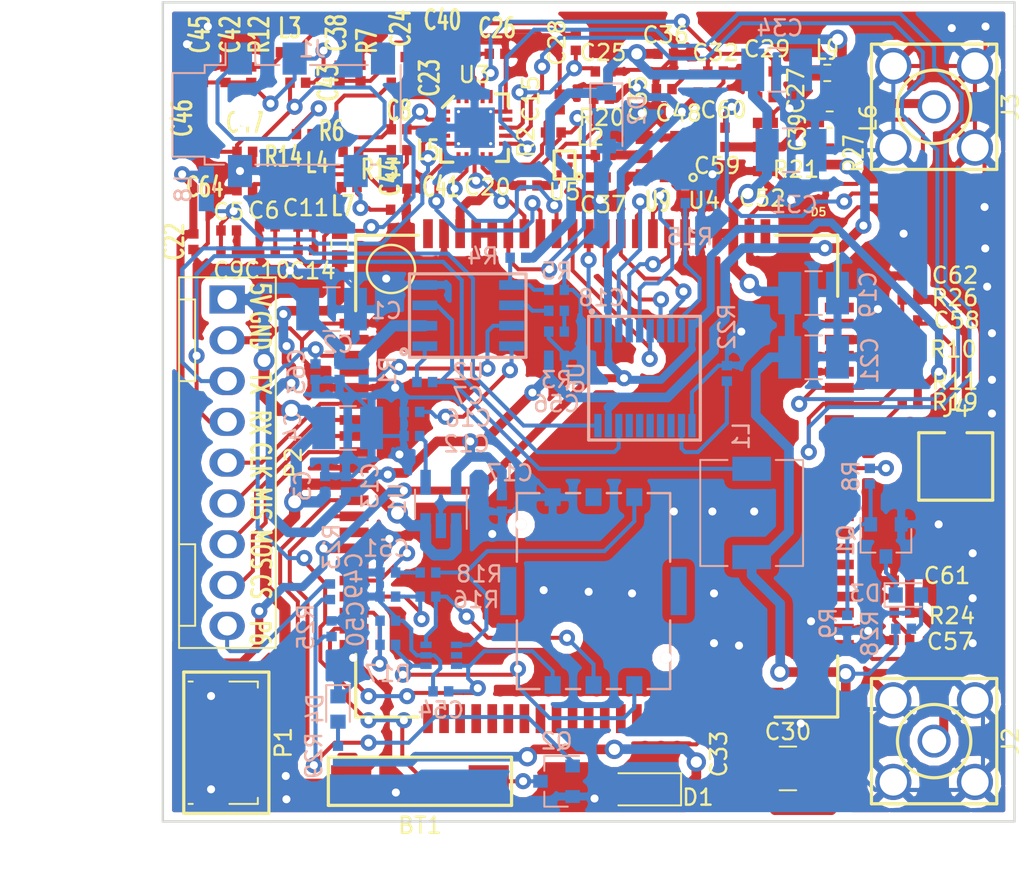
<source format=kicad_pcb>
(kicad_pcb (version 4) (host pcbnew 4.0.5+dfsg1-4)
  (layers (0 F.Cu signal) (31 B.Cu signal hide) (34 B.Paste user) (35 F.Paste user) (36 B.SilkS user) (37 F.SilkS user) (38 B.Mask user) (39 F.Mask user) (44 Edge.Cuts user))
  (net 0 "")
  (net 1 /PWRKEY)
  (net 2 Earth)
  (net 3 /5V)
  (net 4 /VDD_1V8)
  (net 5 /VDD_3V3)
  (net 6 "Net-(C7-Pad1)")
  (net 7 "Net-(C7-Pad2)")
  (net 8 /MIC_BIAS)
  (net 9 "Net-(C12-Pad1)")
  (net 10 "Net-(C15-Pad1)")
  (net 11 "Net-(C16-Pad1)")
  (net 12 "Net-(C18-Pad1)")
  (net 13 "Net-(C18-Pad2)")
  (net 14 /MIC_N)
  (net 15 /GnssANT)
  (net 16 "Net-(C20-Pad2)")
  (net 17 "Net-(C23-Pad1)")
  (net 18 /MIC_P)
  (net 19 "Net-(C24-Pad1)")
  (net 20 "Net-(C25-Pad1)")
  (net 21 "Net-(C26-Pad1)")
  (net 22 /EAR_P)
  (net 23 "Net-(C37-Pad1)")
  (net 24 "Net-(C37-Pad2)")
  (net 25 "Net-(C39-Pad2)")
  (net 26 "Net-(C41-Pad1)")
  (net 27 "Net-(C42-Pad2)")
  (net 28 "Net-(C43-Pad2)")
  (net 29 /USIM_RST)
  (net 30 /USIM_CLK)
  (net 31 /USIM_DATA)
  (net 32 "Net-(C52-Pad2)")
  (net 33 /USIM_VDD)
  (net 34 /MainANT)
  (net 35 /AuxANT)
  (net 36 "Net-(C59-Pad2)")
  (net 37 "Net-(C60-Pad1)")
  (net 38 "Net-(C61-Pad1)")
  (net 39 "Net-(C62-Pad1)")
  (net 40 /EAR_N)
  (net 41 "Net-(D3-Pad1)")
  (net 42 "Net-(D3-Pad2)")
  (net 43 "Net-(D4-Pad2)")
  (net 44 "Net-(J1-Pad1)")
  (net 45 "Net-(J1-Pad6)")
  (net 46 "Net-(J1-Pad5)")
  (net 47 "Net-(L2-Pad2)")
  (net 48 "Net-(L3-Pad2)")
  (net 49 "Net-(L4-Pad2)")
  (net 50 /USB_DN)
  (net 51 /USB_DP)
  (net 52 "Net-(P1-Pad4)")
  (net 53 /TXD_3V3)
  (net 54 /RXD_3V3)
  (net 55 /SPI_CLK)
  (net 56 /SPI_MISO)
  (net 57 /SPI_MOSI)
  (net 58 /SPI_CS)
  (net 59 /P6)
  (net 60 "Net-(Q1-Pad1)")
  (net 61 "Net-(Q2-Pad1)")
  (net 62 "Net-(R1-Pad1)")
  (net 63 /PCM_CLK)
  (net 64 "Net-(R4-Pad1)")
  (net 65 /NETLIGHT)
  (net 66 /SDA)
  (net 67 /SCL)
  (net 68 "Net-(R15-Pad1)")
  (net 69 /RST_EN)
  (net 70 /CLK_EN)
  (net 71 /DATA_EN)
  (net 72 "Net-(R19-Pad1)")
  (net 73 "Net-(R20-Pad2)")
  (net 74 "Net-(R22-Pad1)")
  (net 75 /PCM_IN)
  (net 76 /PCM_OUT)
  (net 77 /PCM_SYNC)
  (net 78 "Net-(U3-Pad14)")
  (net 79 "Net-(U3-Pad16)")
  (net 80 "Net-(U4-Pad4)")
  (net 81 "Net-(U4-Pad16)")
  (net 82 "Net-(U4-Pad21)")
  (net 83 "Net-(U4-Pad22)")
  (net 84 "Net-(U4-Pad23)")
  (net 85 "Net-(U4-Pad24)")
  (net 86 "Net-(U4-Pad25)")
  (net 87 "Net-(U4-Pad26)")
  (net 88 "Net-(U4-Pad27)")
  (net 89 "Net-(U4-Pad28)")
  (net 90 "Net-(U4-Pad29)")
  (net 91 "Net-(U4-Pad30)")
  (net 92 "Net-(U4-Pad31)")
  (net 93 "Net-(U4-Pad32)")
  (net 94 "Net-(U4-Pad33)")
  (net 95 "Net-(U4-Pad34)")
  (net 96 "Net-(U4-Pad35)")
  (net 97 "Net-(U4-Pad36)")
  (net 98 "Net-(U4-Pad42)")
  (net 99 "Net-(U4-Pad44)")
  (net 100 "Net-(U4-Pad45)")
  (net 101 "Net-(U4-Pad46)")
  (net 102 "Net-(U4-Pad47)")
  (net 103 "Net-(U4-Pad48)")
  (net 104 "Net-(U4-Pad49)")
  (net 105 "Net-(U4-Pad50)")
  (net 106 "Net-(U4-Pad52)")
  (net 107 "Net-(U4-Pad53)")
  (net 108 /RTS)
  (net 109 /CTS)
  (net 110 /RXD)
  (net 111 /RI)
  (net 112 /DCD)
  (net 113 /TXD)
  (net 114 /DTR)
  (net 115 "Net-(U4-Pad83)")
  (net 116 "Net-(U4-Pad84)")
  (net 117 "Net-(U4-Pad85)")
  (net 118 "Net-(U4-Pad86)")
  (net 119 "Net-(U4-Pad87)")
  (net 120 "Net-(U6-Pad13)")
  (net 121 "Net-(U6-Pad14)")
  (net 122 "Net-(U6-Pad15)")
  (net 123 "Net-(U6-Pad16)")
  (net 124 "Net-(U6-Pad17)")
  (net 125 "Net-(U7-Pad5)")
  (net 126 "Net-(U8-Pad5)")
  (net 127 "Net-(C5-Pad1)")
  (net 128 "Net-(C10-Pad1)")
  (net 129 /VBAT)
  (net 130 "Net-(C27-Pad1)")
  (module Capacitor_SMD:C_0402_1005Metric (layer F.Cu) (at 70.3 83.7)
    (fp_text reference C26 (at 0 -1.6) (layer F.SilkS) (effects (font (size 1.2 0.8) (thickness 0.18))))
    (fp_text value 4.7uF)
    (pad 1 smd rect (at -0.485 0) (size 0.59 0.64) (layers F.Cu F.Paste F.Mask) (net 21 "Net-(C26-Pad1)"))
    (pad 2 smd rect (at 0.485 0) (size 0.59 0.64) (layers F.Cu F.Paste F.Mask) (net 2 Earth))
  )
  (module Capacitor_SMD:C_1210_3225Metric_Pad1.42x2.65mm_HandSolder (layer B.Cu) (at 60 99.6)
    (fp_text reference C1 (at 3.4 0.1) (layer B.SilkS) (effects (justify mirror)))
    (fp_text value 100uF)
    (pad 1 smd rect (at -1.4875 0) (size 1.425 2.65) (layers B.Cu B.Paste B.Mask) (net 3 /5V))
    (pad 2 smd rect (at 1.4875 0) (size 1.425 2.65) (layers B.Cu B.Paste B.Mask) (net 2 Earth))
  )
  (module Capacitor_SMD:C_0402_1005Metric (layer B.Cu) (at 60.5 103.5 270)
    (fp_text reference C2 (at -1.7 0.1 360) (layer B.SilkS) (effects (justify mirror)))
    (fp_text value 10uF)
    (pad 1 smd rect (at -0.485 0 270) (size 0.59 0.64) (layers B.Cu B.Paste B.Mask) (net 3 /5V))
    (pad 2 smd rect (at 0.485 0 270) (size 0.59 0.64) (layers B.Cu B.Paste B.Mask) (net 2 Earth))
  )
  (module Capacitor_SMD:C_0402_1005Metric (layer B.Cu) (at 59.6 110.5 90)
    (fp_text reference C3 (at -0.1 -1.4 90) (layer B.SilkS) (effects (justify mirror)))
    (fp_text value 1uF)
    (pad 1 smd rect (at -0.485 0 90) (size 0.59 0.64) (layers B.Cu B.Paste B.Mask) (net 3 /5V))
    (pad 2 smd rect (at 0.485 0 90) (size 0.59 0.64) (layers B.Cu B.Paste B.Mask) (net 2 Earth))
  )
  (module Capacitor_SMD:C_1210_3225Metric_Pad1.42x2.65mm_HandSolder (layer B.Cu) (at 61 107)
    (fp_text reference C4 (at -3.4 -0.1 90) (layer B.SilkS) (effects (justify mirror)))
    (fp_text value 100uF)
    (pad 1 smd rect (at -1.4875 0) (size 1.425 2.65) (layers B.Cu B.Paste B.Mask) (net 3 /5V))
    (pad 2 smd rect (at 1.4875 0) (size 1.425 2.65) (layers B.Cu B.Paste B.Mask) (net 2 Earth))
  )
  (module Capacitor_SMD:C_0402_1005Metric (layer F.Cu) (at 53.6 94.7)
    (fp_text reference C5 (at 0 -1.17) (layer F.SilkS))
    (fp_text value 4.7uF)
    (pad 1 smd rect (at -0.485 0) (size 0.59 0.64) (layers F.Cu F.Paste F.Mask) (net 127 "Net-(C5-Pad1)"))
    (pad 2 smd rect (at 0.485 0) (size 0.59 0.64) (layers F.Cu F.Paste F.Mask) (net 2 Earth))
  )
  (module Capacitor_SMD:C_0402_1005Metric (layer F.Cu) (at 56 94.45 180)
    (fp_text reference C6 (at 0.2 1 180) (layer F.SilkS))
    (fp_text value 4.7uF)
    (pad 1 smd rect (at -0.485 0 180) (size 0.59 0.64) (layers F.Cu F.Paste F.Mask) (net 128 "Net-(C10-Pad1)"))
    (pad 2 smd rect (at 0.485 0 180) (size 0.59 0.64) (layers F.Cu F.Paste F.Mask) (net 2 Earth))
  )
  (module Capacitor_SMD:C_0402_1005Metric (layer B.Cu) (at 65.7987 104.14)
    (fp_text reference C7 (at 2.7013 0.86) (layer B.SilkS) (effects (justify mirror)))
    (fp_text value 10nF)
    (pad 1 smd rect (at -0.485 0) (size 0.59 0.64) (layers B.Cu B.Paste B.Mask) (net 6 "Net-(C7-Pad1)"))
    (pad 2 smd rect (at 0.485 0) (size 0.59 0.64) (layers B.Cu B.Paste B.Mask) (net 7 "Net-(C7-Pad2)"))
  )
  (module Capacitor_SMD:C_0402_1005Metric (layer F.Cu) (at 64.2 88.4)
    (fp_text reference C8 (at 0 -1.17) (layer F.SilkS) (effects (font (size 1.2 0.8) (thickness 0.18))))
    (fp_text value 4.7uF)
    (pad 1 smd rect (at -0.485 0) (size 0.59 0.64) (layers F.Cu F.Paste F.Mask) (net 8 /MIC_BIAS))
    (pad 2 smd rect (at 0.485 0) (size 0.59 0.64) (layers F.Cu F.Paste F.Mask) (net 2 Earth))
  )
  (module Capacitor_SMD:C_0402_1005Metric (layer F.Cu) (at 53.6 96)
    (fp_text reference C9 (at 0 1.2) (layer F.SilkS))
    (fp_text value 100nF)
    (pad 1 smd rect (at -0.485 0) (size 0.59 0.64) (layers F.Cu F.Paste F.Mask) (net 127 "Net-(C5-Pad1)"))
    (pad 2 smd rect (at 0.485 0) (size 0.59 0.64) (layers F.Cu F.Paste F.Mask) (net 2 Earth))
  )
  (module Capacitor_SMD:C_0402_1005Metric (layer F.Cu) (at 56.01 96.01 180)
    (fp_text reference C10 (at 0 -1.17 180) (layer F.SilkS))
    (fp_text value 100nF)
    (pad 1 smd rect (at -0.485 0 180) (size 0.59 0.64) (layers F.Cu F.Paste F.Mask) (net 128 "Net-(C10-Pad1)"))
    (pad 2 smd rect (at 0.485 0 180) (size 0.59 0.64) (layers F.Cu F.Paste F.Mask) (net 2 Earth))
  )
  (module Capacitor_SMD:C_0402_1005Metric (layer F.Cu) (at 58.4 94.46)
    (fp_text reference C11 (at 0 -1.17) (layer F.SilkS))
    (fp_text value 10pF)
    (pad 1 smd rect (at -0.485 0) (size 0.59 0.64) (layers F.Cu F.Paste F.Mask) (net 128 "Net-(C10-Pad1)"))
    (pad 2 smd rect (at 0.485 0) (size 0.59 0.64) (layers F.Cu F.Paste F.Mask) (net 2 Earth))
  )
  (module Capacitor_SMD:C_0402_1005Metric (layer B.Cu) (at 65 107.5 180)
    (fp_text reference C12 (at -3.4 -0.5 180) (layer B.SilkS) (effects (justify mirror)))
    (fp_text value 22nF)
    (pad 1 smd rect (at -0.485 0 180) (size 0.59 0.64) (layers B.Cu B.Paste B.Mask) (net 9 "Net-(C12-Pad1)"))
    (pad 2 smd rect (at 0.485 0 180) (size 0.59 0.64) (layers B.Cu B.Paste B.Mask) (net 2 Earth))
  )
  (module Capacitor_SMD:C_0402_1005Metric (layer B.Cu) (at 60.9 110.5 90)
    (fp_text reference C13 (at -0.1 1.5 90) (layer B.SilkS) (effects (justify mirror)))
    (fp_text value 10uF)
    (pad 1 smd rect (at -0.485 0 90) (size 0.59 0.64) (layers B.Cu B.Paste B.Mask) (net 5 /VDD_3V3))
    (pad 2 smd rect (at 0.485 0 90) (size 0.59 0.64) (layers B.Cu B.Paste B.Mask) (net 2 Earth))
  )
  (module Capacitor_SMD:C_0402_1005Metric (layer F.Cu) (at 58.4 95.92)
    (fp_text reference C14 (at 0.4 1.3) (layer F.SilkS))
    (fp_text value 33pF)
    (pad 1 smd rect (at -0.485 0) (size 0.59 0.64) (layers F.Cu F.Paste F.Mask) (net 128 "Net-(C10-Pad1)"))
    (pad 2 smd rect (at 0.485 0) (size 0.59 0.64) (layers F.Cu F.Paste F.Mask) (net 2 Earth))
  )
  (module Capacitor_SMD:C_0402_1005Metric (layer F.Cu) (at 74.2 86.7 90)
    (fp_text reference C15 (at 0.2 -1.8 90) (layer F.SilkS))
    (fp_text value 100pF)
    (pad 1 smd rect (at -0.485 0 90) (size 0.59 0.64) (layers F.Cu F.Paste F.Mask) (net 10 "Net-(C15-Pad1)"))
    (pad 2 smd rect (at 0.485 0 90) (size 0.59 0.64) (layers F.Cu F.Paste F.Mask) (net 2 Earth))
  )
  (module Capacitor_SMD:C_0402_1005Metric (layer B.Cu) (at 65 106 180)
    (fp_text reference C16 (at -3.5 -0.4 180) (layer B.SilkS) (effects (justify mirror)))
    (fp_text value 100nF)
    (pad 1 smd rect (at -0.485 0 180) (size 0.59 0.64) (layers B.Cu B.Paste B.Mask) (net 11 "Net-(C16-Pad1)"))
    (pad 2 smd rect (at 0.485 0 180) (size 0.59 0.64) (layers B.Cu B.Paste B.Mask) (net 2 Earth))
  )
  (module Capacitor_SMD:C_0402_1005Metric (layer B.Cu) (at 70.6 111.7 270)
    (fp_text reference C17 (at -1.9 -0.5 540) (layer B.SilkS) (effects (justify mirror)))
    (fp_text value 100nF)
    (pad 1 smd rect (at -0.485 0 270) (size 0.59 0.64) (layers B.Cu B.Paste B.Mask) (net 5 /VDD_3V3))
    (pad 2 smd rect (at 0.485 0 270) (size 0.59 0.64) (layers B.Cu B.Paste B.Mask) (net 2 Earth))
  )
  (module Capacitor_SMD:C_0402_1005Metric (layer B.Cu) (at 74 99.7)
    (fp_text reference C18 (at 2.8 -0.8) (layer B.SilkS) (effects (justify mirror)))
    (fp_text value 3.3nF)
    (pad 1 smd rect (at -0.485 0) (size 0.59 0.64) (layers B.Cu B.Paste B.Mask) (net 12 "Net-(C18-Pad1)"))
    (pad 2 smd rect (at 0.485 0) (size 0.59 0.64) (layers B.Cu B.Paste B.Mask) (net 13 "Net-(C18-Pad2)"))
  )
  (module Capacitor_SMD:C_1210_3225Metric_Pad1.42x2.65mm_HandSolder (layer B.Cu) (at 90 98.6)
    (fp_text reference C19 (at 3.4 0.1 90) (layer B.SilkS) (effects (justify mirror)))
    (fp_text value 100uF)
    (pad 1 smd rect (at -1.4875 0) (size 1.425 2.65) (layers B.Cu B.Paste B.Mask) (net 129 /VBAT))
    (pad 2 smd rect (at 1.4875 0) (size 1.425 2.65) (layers B.Cu B.Paste B.Mask) (net 2 Earth))
  )
  (module Capacitor_SMD:C_0402_1005Metric (layer F.Cu) (at 72.3 91.9)
    (fp_text reference C20 (at -2.6 0.1) (layer F.SilkS))
    (fp_text value 33pF)
    (pad 1 smd rect (at -0.485 0) (size 0.59 0.64) (layers F.Cu F.Paste F.Mask) (net 15 /GnssANT))
    (pad 2 smd rect (at 0.485 0) (size 0.59 0.64) (layers F.Cu F.Paste F.Mask) (net 16 "Net-(C20-Pad2)"))
  )
  (module Capacitor_SMD:C_1210_3225Metric_Pad1.42x2.65mm_HandSolder (layer B.Cu) (at 90 102.6)
    (fp_text reference C21 (at 3.5 0.2 90) (layer B.SilkS) (effects (justify mirror)))
    (fp_text value 100uF)
    (pad 1 smd rect (at -1.4875 0) (size 1.425 2.65) (layers B.Cu B.Paste B.Mask) (net 129 /VBAT))
    (pad 2 smd rect (at 1.4875 0) (size 1.425 2.65) (layers B.Cu B.Paste B.Mask) (net 2 Earth))
  )
  (module Capacitor_SMD:C_0402_1005Metric (layer F.Cu) (at 51.4 95.4 270)
    (fp_text reference C22 (at 0 1.2 270) (layer F.SilkS) (effects (font (size 1.2 0.8) (thickness 0.18))))
    (fp_text value 10pF)
    (pad 1 smd rect (at -0.485 0 270) (size 0.59 0.64) (layers F.Cu F.Paste F.Mask) (net 4 /VDD_1V8))
    (pad 2 smd rect (at 0.485 0 270) (size 0.59 0.64) (layers F.Cu F.Paste F.Mask) (net 2 Earth))
  )
  (module Capacitor_SMD:C_0402_1005Metric (layer F.Cu) (at 64.2 85.5 180)
    (fp_text reference C23 (at -1.9 0.3 270) (layer F.SilkS) (effects (font (size 1.2 0.8) (thickness 0.18))))
    (fp_text value 1uF)
    (pad 1 smd rect (at -0.485 0 180) (size 0.59 0.64) (layers F.Cu F.Paste F.Mask) (net 17 "Net-(C23-Pad1)"))
    (pad 2 smd rect (at 0.485 0 180) (size 0.59 0.64) (layers F.Cu F.Paste F.Mask) (net 18 /MIC_P))
  )
  (module Capacitor_SMD:C_0402_1005Metric (layer F.Cu) (at 64.1 83.9 180)
    (fp_text reference C24 (at -0.2 1.8 270) (layer F.SilkS) (effects (font (size 1.2 0.8) (thickness 0.18))))
    (fp_text value 1uF)
    (pad 1 smd rect (at -0.485 0 180) (size 0.59 0.64) (layers F.Cu F.Paste F.Mask) (net 19 "Net-(C24-Pad1)"))
    (pad 2 smd rect (at 0.485 0 180) (size 0.59 0.64) (layers F.Cu F.Paste F.Mask) (net 14 /MIC_N))
  )
  (module Capacitor_SMD:C_0402_1005Metric (layer F.Cu) (at 76.9 84.8)
    (fp_text reference C25 (at 0 -1.17) (layer F.SilkS))
    (fp_text value 10pF)
    (pad 1 smd rect (at -0.485 0) (size 0.59 0.64) (layers F.Cu F.Paste F.Mask) (net 20 "Net-(C25-Pad1)"))
    (pad 2 smd rect (at 0.485 0) (size 0.59 0.64) (layers F.Cu F.Paste F.Mask) (net 2 Earth))
  )
  (module Capacitor_SMD:C_0402_1005Metric (layer F.Cu) (at 87 86.4 180)
    (fp_text reference C27 (at -1.9 0.4 270) (layer F.SilkS))
    (fp_text value 33pF)
    (pad 1 smd rect (at -0.485 0 180) (size 0.59 0.64) (layers F.Cu F.Paste F.Mask) (net 130 "Net-(C27-Pad1)"))
    (pad 2 smd rect (at 0.485 0 180) (size 0.59 0.64) (layers F.Cu F.Paste F.Mask) (net 2 Earth))
  )
  (module Capacitor_SMD:C_0402_1005Metric (layer F.Cu) (at 75.2 83 90)
    (fp_text reference C28 (at 0 -1.17 90) (layer F.SilkS))
    (fp_text value 1uF)
    (pad 1 smd rect (at -0.485 0 90) (size 0.59 0.64) (layers F.Cu F.Paste F.Mask) (net 20 "Net-(C25-Pad1)"))
    (pad 2 smd rect (at 0.485 0 90) (size 0.59 0.64) (layers F.Cu F.Paste F.Mask) (net 22 /EAR_P))
  )
  (module Capacitor_SMD:C_0402_1005Metric (layer F.Cu) (at 87 84.8 180)
    (fp_text reference C29 (at -0.1 1.4 180) (layer F.SilkS))
    (fp_text value 10pF)
    (pad 1 smd rect (at -0.485 0 180) (size 0.59 0.64) (layers F.Cu F.Paste F.Mask) (net 130 "Net-(C27-Pad1)"))
    (pad 2 smd rect (at 0.485 0 180) (size 0.59 0.64) (layers F.Cu F.Paste F.Mask) (net 2 Earth))
  )
  (module Capacitor_SMD:C_1210_3225Metric_Pad1.42x2.65mm_HandSolder (layer F.Cu) (at 88.4 128.2)
    (fp_text reference C30 (at 0 -2.28) (layer F.SilkS))
    (fp_text value 100uF)
    (pad 1 smd rect (at -1.4875 0) (size 1.425 2.65) (layers F.Cu F.Paste F.Mask) (net 129 /VBAT))
    (pad 2 smd rect (at 1.4875 0) (size 1.425 2.65) (layers F.Cu F.Paste F.Mask) (net 2 Earth))
  )
  (module Capacitor_SMD:C_1210_3225Metric_Pad1.42x2.65mm_HandSolder (layer B.Cu) (at 88.6 89.7)
    (fp_text reference C31 (at 0.2 3.4) (layer B.SilkS) (effects (justify mirror)))
    (fp_text value 100uF)
    (pad 1 smd rect (at -1.4875 0) (size 1.425 2.65) (layers B.Cu B.Paste B.Mask) (net 129 /VBAT))
    (pad 2 smd rect (at 1.4875 0) (size 1.425 2.65) (layers B.Cu B.Paste B.Mask) (net 2 Earth))
  )
  (module Capacitor_SMD:C_0402_1005Metric (layer F.Cu) (at 83.9 84.8)
    (fp_text reference C32 (at 0 -1.17) (layer F.SilkS))
    (fp_text value 100nF)
    (pad 1 smd rect (at -0.485 0) (size 0.59 0.64) (layers F.Cu F.Paste F.Mask) (net 130 "Net-(C27-Pad1)"))
    (pad 2 smd rect (at 0.485 0) (size 0.59 0.64) (layers F.Cu F.Paste F.Mask) (net 2 Earth))
  )
  (module Capacitor_SMD:C_0402_1005Metric (layer F.Cu) (at 84 129.5 90)
    (fp_text reference C33 (at 2.2 0.1 90) (layer F.SilkS))
    (fp_text value 1uF)
    (pad 1 smd rect (at -0.485 0 90) (size 0.59 0.64) (layers F.Cu F.Paste F.Mask) (net 129 /VBAT))
    (pad 2 smd rect (at 0.485 0 90) (size 0.59 0.64) (layers F.Cu F.Paste F.Mask) (net 2 Earth))
  )
  (module Capacitor_SMD:C_1210_3225Metric_Pad1.42x2.65mm_HandSolder (layer B.Cu) (at 87.7 84.7)
    (fp_text reference C34 (at 0.2 -2.6) (layer B.SilkS) (effects (justify mirror)))
    (fp_text value 100uF)
    (pad 1 smd rect (at -1.4875 0) (size 1.425 2.65) (layers B.Cu B.Paste B.Mask) (net 129 /VBAT))
    (pad 2 smd rect (at 1.4875 0) (size 1.425 2.65) (layers B.Cu B.Paste B.Mask) (net 2 Earth))
  )
  (module Capacitor_SMD:C_0402_1005Metric (layer F.Cu) (at 80.7 85.9 180)
    (fp_text reference C35 (at 1.6 -0.6 270) (layer F.SilkS))
    (fp_text value 4.7uF)
    (pad 1 smd rect (at -0.485 0 180) (size 0.59 0.64) (layers F.Cu F.Paste F.Mask) (net 130 "Net-(C27-Pad1)"))
    (pad 2 smd rect (at 0.485 0 180) (size 0.59 0.64) (layers F.Cu F.Paste F.Mask) (net 2 Earth))
  )
  (module Capacitor_SMD:C_0402_1005Metric (layer F.Cu) (at 80.8 83.7)
    (fp_text reference C36 (at 0 -1.17) (layer F.SilkS))
    (fp_text value 1uF)
    (pad 1 smd rect (at -0.485 0) (size 0.59 0.64) (layers F.Cu F.Paste F.Mask) (net 129 /VBAT))
    (pad 2 smd rect (at 0.485 0) (size 0.59 0.64) (layers F.Cu F.Paste F.Mask) (net 2 Earth))
  )
  (module Capacitor_SMD:C_0402_1005Metric (layer F.Cu) (at 76.6 91.4)
    (fp_text reference C37 (at 0.3 1.7) (layer F.SilkS))
    (fp_text value NC)
    (pad 1 smd rect (at -0.485 0) (size 0.59 0.64) (layers F.Cu F.Paste F.Mask) (net 23 "Net-(C37-Pad1)"))
    (pad 2 smd rect (at 0.485 0) (size 0.59 0.64) (layers F.Cu F.Paste F.Mask) (net 24 "Net-(C37-Pad2)"))
  )
  (module Capacitor_SMD:C_0402_1005Metric (layer F.Cu) (at 61.8 84.9 90)
    (fp_text reference C38 (at 2.5 -1.5 90) (layer F.SilkS) (effects (font (size 1.2 0.8) (thickness 0.18))))
    (fp_text value 10pF)
    (pad 1 smd rect (at -0.485 0 90) (size 0.59 0.64) (layers F.Cu F.Paste F.Mask) (net 14 /MIC_N))
    (pad 2 smd rect (at 0.485 0 90) (size 0.59 0.64) (layers F.Cu F.Paste F.Mask) (net 2 Earth))
  )
  (module Capacitor_SMD:C_0402_1005Metric (layer F.Cu) (at 87 88 180)
    (fp_text reference C39 (at -2 -0.6 270) (layer F.SilkS) (effects (font (size 1 0.8))))
    (fp_text value NM)
    (pad 1 smd rect (at -0.485 0 180) (size 0.59 0.64) (layers F.Cu F.Paste F.Mask) (net 2 Earth))
    (pad 2 smd rect (at 0.485 0 180) (size 0.59 0.64) (layers F.Cu F.Paste F.Mask) (net 25 "Net-(C39-Pad2)"))
  )
  (module Capacitor_SMD:C_0402_1005Metric (layer F.Cu) (at 66.9 83)
    (fp_text reference C40 (at 0 -1.4) (layer F.SilkS) (effects (font (size 1.2 0.8) (thickness 0.18))))
    (fp_text value 100nF)
    (pad 1 smd rect (at -0.485 0) (size 0.59 0.64) (layers F.Cu F.Paste F.Mask) (net 14 /MIC_N))
    (pad 2 smd rect (at 0.485 0) (size 0.59 0.64) (layers F.Cu F.Paste F.Mask) (net 2 Earth))
  )
  (module Capacitor_SMD:C_0402_1005Metric (layer F.Cu) (at 64.2 92.1)
    (fp_text reference C41 (at 2.6 -0.1) (layer F.SilkS) (effects (font (size 1.2 0.8) (thickness 0.18))))
    (fp_text value 10pF)
    (pad 1 smd rect (at -0.485 0) (size 0.59 0.64) (layers F.Cu F.Paste F.Mask) (net 26 "Net-(C41-Pad1)"))
    (pad 2 smd rect (at 0.485 0) (size 0.59 0.64) (layers F.Cu F.Paste F.Mask) (net 2 Earth))
  )
  (module Capacitor_SMD:C_0402_1005Metric (layer F.Cu) (at 53.4 85 270)
    (fp_text reference C42 (at -2.5 -0.3 270) (layer F.SilkS) (effects (font (size 1.2 0.8) (thickness 0.18))))
    (fp_text value 10pF)
    (pad 1 smd rect (at -0.485 0 270) (size 0.59 0.64) (layers F.Cu F.Paste F.Mask) (net 2 Earth))
    (pad 2 smd rect (at 0.485 0 270) (size 0.59 0.64) (layers F.Cu F.Paste F.Mask) (net 27 "Net-(C42-Pad2)"))
  )
  (module Capacitor_SMD:C_0402_1005Metric (layer F.Cu) (at 57.9 85.5 180)
    (fp_text reference C43 (at -1.9 0 270) (layer F.SilkS) (effects (font (size 1.2 0.8) (thickness 0.18))))
    (fp_text value 33pF)
    (pad 1 smd rect (at -0.485 0 180) (size 0.59 0.64) (layers F.Cu F.Paste F.Mask) (net 27 "Net-(C42-Pad2)"))
    (pad 2 smd rect (at 0.485 0 180) (size 0.59 0.64) (layers F.Cu F.Paste F.Mask) (net 28 "Net-(C43-Pad2)"))
  )
  (module Capacitor_SMD:C_0402_1005Metric (layer F.Cu) (at 64.16 93.41)
    (fp_text reference C44 (at -0.5 -2 90) (layer F.SilkS) (effects (font (size 1.2 0.8) (thickness 0.18))))
    (fp_text value 10pF)
    (pad 1 smd rect (at -0.485 0) (size 0.59 0.64) (layers F.Cu F.Paste F.Mask) (net 28 "Net-(C43-Pad2)"))
    (pad 2 smd rect (at 0.485 0) (size 0.59 0.64) (layers F.Cu F.Paste F.Mask) (net 2 Earth))
  )
  (module Capacitor_SMD:C_0402_1005Metric (layer F.Cu) (at 52 85 270)
    (fp_text reference C45 (at -2.5 0.2 270) (layer F.SilkS) (effects (font (size 1.2 0.8) (thickness 0.18))))
    (fp_text value 30pF)
    (pad 1 smd rect (at -0.485 0 270) (size 0.59 0.64) (layers F.Cu F.Paste F.Mask) (net 2 Earth))
    (pad 2 smd rect (at 0.485 0 270) (size 0.59 0.64) (layers F.Cu F.Paste F.Mask) (net 27 "Net-(C42-Pad2)"))
  )
  (module Capacitor_SMD:C_0402_1005Metric (layer F.Cu) (at 51.9 87.7 270)
    (fp_text reference C46 (at 0 1.2 450) (layer F.SilkS) (effects (font (size 1.2 0.8) (thickness 0.18))))
    (fp_text value 100pF)
    (pad 1 smd rect (at -0.485 0 270) (size 0.59 0.64) (layers F.Cu F.Paste F.Mask) (net 27 "Net-(C42-Pad2)"))
    (pad 2 smd rect (at 0.485 0 270) (size 0.59 0.64) (layers F.Cu F.Paste F.Mask) (net 28 "Net-(C43-Pad2)"))
  )
  (module Capacitor_SMD:C_0402_1005Metric (layer F.Cu) (at 54.6 89.8)
    (fp_text reference C47 (at 0 -1.8) (layer F.SilkS) (effects (font (size 1.2 0.8) (thickness 0.18))))
    (fp_text value 30pF)
    (pad 1 smd rect (at -0.485 0) (size 0.59 0.64) (layers F.Cu F.Paste F.Mask) (net 28 "Net-(C43-Pad2)"))
    (pad 2 smd rect (at 0.485 0) (size 0.59 0.64) (layers F.Cu F.Paste F.Mask) (net 2 Earth))
  )
  (module Capacitor_SMD:C_0402_1005Metric (layer F.Cu) (at 83.3 86.1 180)
    (fp_text reference C48 (at 1.7 -1.3 180) (layer F.SilkS))
    (fp_text value 100nF)
    (pad 1 smd rect (at -0.485 0 180) (size 0.59 0.64) (layers F.Cu F.Paste F.Mask) (net 2 Earth))
    (pad 2 smd rect (at 0.485 0 180) (size 0.59 0.64) (layers F.Cu F.Paste F.Mask) (net 4 /VDD_1V8))
  )
  (module Capacitor_SMD:C_0402_1005Metric (layer B.Cu) (at 63.5 117.5)
    (fp_text reference C49 (at -2.1 -1.3 90) (layer B.SilkS) (effects (justify mirror)))
    (fp_text value 33pF)
    (pad 1 smd rect (at -0.485 0) (size 0.59 0.64) (layers B.Cu B.Paste B.Mask) (net 2 Earth))
    (pad 2 smd rect (at 0.485 0) (size 0.59 0.64) (layers B.Cu B.Paste B.Mask) (net 29 /USIM_RST))
  )
  (module Capacitor_SMD:C_0402_1005Metric (layer B.Cu) (at 63.5 119 180)
    (fp_text reference C50 (at 2 -0.2 270) (layer B.SilkS) (effects (justify mirror)))
    (fp_text value 33pF)
    (pad 1 smd rect (at -0.485 0 180) (size 0.59 0.64) (layers B.Cu B.Paste B.Mask) (net 2 Earth))
    (pad 2 smd rect (at 0.485 0 180) (size 0.59 0.64) (layers B.Cu B.Paste B.Mask) (net 30 /USIM_CLK))
  )
  (module Capacitor_SMD:C_0402_1005Metric (layer B.Cu) (at 63.5 116.0018)
    (fp_text reference C51 (at -0.1 -1.5018) (layer B.SilkS) (effects (justify mirror)))
    (fp_text value 33pF)
    (pad 1 smd rect (at -0.485 0) (size 0.59 0.64) (layers B.Cu B.Paste B.Mask) (net 2 Earth))
    (pad 2 smd rect (at 0.485 0) (size 0.59 0.64) (layers B.Cu B.Paste B.Mask) (net 31 /USIM_DATA))
  )
  (module Capacitor_SMD:C_0402_1005Metric (layer F.Cu) (at 87 91)
    (fp_text reference C52 (at -0.2 1.7) (layer F.SilkS))
    (fp_text value NM)
    (pad 1 smd rect (at -0.485 0) (size 0.59 0.64) (layers F.Cu F.Paste F.Mask) (net 2 Earth))
    (pad 2 smd rect (at 0.485 0) (size 0.59 0.64) (layers F.Cu F.Paste F.Mask) (net 32 "Net-(C52-Pad2)"))
  )
  (module Capacitor_SMD:C_0402_1005Metric (layer B.Cu) (at 66.8 123.4)
    (fp_text reference C54 (at 0 1.17) (layer B.SilkS) (effects (justify mirror)))
    (fp_text value 104)
    (pad 1 smd rect (at -0.485 0) (size 0.59 0.64) (layers B.Cu B.Paste B.Mask) (net 2 Earth))
    (pad 2 smd rect (at 0.485 0) (size 0.59 0.64) (layers B.Cu B.Paste B.Mask) (net 33 /USIM_VDD))
  )
  (module Capacitor_SMD:C_0402_1005Metric (layer B.Cu) (at 74 102.5 180)
    (fp_text reference C56 (at 0 -3 180) (layer B.SilkS) (effects (justify mirror)))
    (fp_text value 100nF)
    (pad 1 smd rect (at -0.485 0 180) (size 0.59 0.64) (layers B.Cu B.Paste B.Mask) (net 2 Earth))
    (pad 2 smd rect (at 0.485 0 180) (size 0.59 0.64) (layers B.Cu B.Paste B.Mask) (net 5 /VDD_3V3))
  )
  (module Capacitor_SMD:C_0402_1005Metric (layer F.Cu) (at 95.4913 120.2055 180)
    (fp_text reference C57 (at -3.0087 -0.0945 180) (layer F.SilkS))
    (fp_text value NC)
    (pad 1 smd rect (at -0.485 0 180) (size 0.59 0.64) (layers F.Cu F.Paste F.Mask) (net 34 /MainANT))
    (pad 2 smd rect (at 0.485 0 180) (size 0.59 0.64) (layers F.Cu F.Paste F.Mask) (net 2 Earth))
  )
  (module Capacitor_SMD:C_0402_1005Metric (layer F.Cu) (at 96 100.3)
    (fp_text reference C58 (at 2.9 0) (layer F.SilkS))
    (fp_text value NC)
    (pad 1 smd rect (at -0.485 0) (size 0.59 0.64) (layers F.Cu F.Paste F.Mask) (net 35 /AuxANT))
    (pad 2 smd rect (at 0.485 0) (size 0.59 0.64) (layers F.Cu F.Paste F.Mask) (net 2 Earth))
  )
  (module Capacitor_SMD:C_0402_1005Metric (layer F.Cu) (at 84 89.5 180)
    (fp_text reference C59 (at 0 -1.17 180) (layer F.SilkS))
    (fp_text value 33pF)
    (pad 1 smd rect (at -0.485 0 180) (size 0.59 0.64) (layers F.Cu F.Paste F.Mask) (net 25 "Net-(C39-Pad2)"))
    (pad 2 smd rect (at 0.485 0 180) (size 0.59 0.64) (layers F.Cu F.Paste F.Mask) (net 36 "Net-(C59-Pad2)"))
  )
  (module Capacitor_SMD:C_0402_1005Metric (layer F.Cu) (at 84 88.3 180)
    (fp_text reference C60 (at -0.4 1.1 180) (layer F.SilkS))
    (fp_text value 33pF)
    (pad 1 smd rect (at -0.485 0 180) (size 0.59 0.64) (layers F.Cu F.Paste F.Mask) (net 37 "Net-(C60-Pad1)"))
    (pad 2 smd rect (at 0.485 0 180) (size 0.59 0.64) (layers F.Cu F.Paste F.Mask) (net 2 Earth))
  )
  (module Capacitor_SMD:C_0402_1005Metric (layer F.Cu) (at 95.5 116.5 180)
    (fp_text reference C61 (at -2.8 0.3 180) (layer F.SilkS))
    (fp_text value NC)
    (pad 1 smd rect (at -0.485 0 180) (size 0.59 0.64) (layers F.Cu F.Paste F.Mask) (net 38 "Net-(C61-Pad1)"))
    (pad 2 smd rect (at 0.485 0 180) (size 0.59 0.64) (layers F.Cu F.Paste F.Mask) (net 2 Earth))
  )
  (module Capacitor_SMD:C_0402_1005Metric (layer F.Cu) (at 96 97.5 180)
    (fp_text reference C62 (at -2.8 0 180) (layer F.SilkS))
    (fp_text value NC)
    (pad 1 smd rect (at -0.485 0 180) (size 0.59 0.64) (layers F.Cu F.Paste F.Mask) (net 39 "Net-(C62-Pad1)"))
    (pad 2 smd rect (at 0.485 0 180) (size 0.59 0.64) (layers F.Cu F.Paste F.Mask) (net 2 Earth))
  )
  (module Capacitor_SMD:C_0402_1005Metric (layer B.Cu) (at 59 103.5 270)
    (fp_text reference C63 (at 0 1.17 270) (layer B.SilkS) (effects (justify mirror)))
    (fp_text value 100nF)
    (pad 1 smd rect (at -0.485 0 270) (size 0.59 0.64) (layers B.Cu B.Paste B.Mask) (net 1 /PWRKEY))
    (pad 2 smd rect (at 0.485 0 270) (size 0.59 0.64) (layers B.Cu B.Paste B.Mask) (net 2 Earth))
  )
  (module Capacitor_SMD:C_0402_1005Metric (layer F.Cu) (at 54.6 92.2 180)
    (fp_text reference C64 (at 2.5 0.2 180) (layer F.SilkS) (effects (font (size 1.2 0.8) (thickness 0.18))))
    (fp_text value 1uF)
    (pad 1 smd rect (at -0.485 0 180) (size 0.59 0.64) (layers F.Cu F.Paste F.Mask) (net 40 /EAR_N))
    (pad 2 smd rect (at 0.485 0 180) (size 0.59 0.64) (layers F.Cu F.Paste F.Mask) (net 2 Earth))
  )
  (module Diode_SMD:D_SOD-123 (layer F.Cu) (at 79.5 129.5 180)
    (fp_text reference D1 (at -3.3 -0.5 180) (layer F.SilkS))
    (fp_text value MMSZ5231B-E3)
    (pad 1 smd rect (at -1.65 0 180) (size 0.9 1.2) (layers F.Cu F.Paste F.Mask) (net 129 /VBAT))
    (pad 2 smd rect (at 1.65 0 180) (size 0.9 1.2) (layers F.Cu F.Paste F.Mask) (net 2 Earth))
  )
  (module Diode_SMD:D_SOD-123 (layer B.Cu) (at 77.1 87.8 270)
    (fp_text reference D2 (at -0.6 -1.9 270) (layer B.SilkS) (effects (justify mirror)))
    (fp_text value MMSZ5231B-E3)
    (pad 1 smd rect (at -1.65 0 270) (size 0.9 1.2) (layers B.Cu B.Paste B.Mask) (net 129 /VBAT))
    (pad 2 smd rect (at 1.65 0 270) (size 0.9 1.2) (layers B.Cu B.Paste B.Mask) (net 2 Earth))
  )
  (module LED_SMD:LED_0603_1608Metric (layer B.Cu) (at 95.9 117.4)
    (fp_text reference D3 (at -2.7 -0.1) (layer B.SilkS) (effects (justify mirror)))
    (fp_text value RED)
    (pad 1 smd rect (at -0.7875 0) (size 0.875 0.95) (layers B.Cu B.Paste B.Mask) (net 41 "Net-(D3-Pad1)"))
    (pad 2 smd rect (at 0.7875 0) (size 0.875 0.95) (layers B.Cu B.Paste B.Mask) (net 42 "Net-(D3-Pad2)"))
  )
  (module LED_SMD:LED_0603_1608Metric (layer B.Cu) (at 60.4 124.5 270)
    (fp_text reference D4 (at 0 1.43 270) (layer B.SilkS) (effects (justify mirror)))
    (fp_text value GREEN)
    (pad 1 smd rect (at -0.7875 0 270) (size 0.875 0.95) (layers B.Cu B.Paste B.Mask) (net 2 Earth))
    (pad 2 smd rect (at 0.7875 0 270) (size 0.875 0.95) (layers B.Cu B.Paste B.Mask) (net 43 "Net-(D4-Pad2)"))
  )
  (module Kicad_Thuc_Lib:SOD-923 (layer F.Cu) (at 90.3 91.8 180)
    (fp_text reference D5 (at 0 -1.75 180) (layer F.SilkS) (effects (font (size 0.5 0.5) (thickness 0.1))))
    (fp_text value ESD9L5 hide)
    (pad 2 smd rect (at -0.45 0 180) (size 0.3 0.4) (layers F.Cu F.Paste F.Mask) (net 2 Earth))
    (pad 1 smd rect (at 0.45 0 180) (size 0.3 0.4) (layers F.Cu F.Paste F.Mask) (net 32 "Net-(C52-Pad2)"))
  )
  (module Inductor_SMD:L_6.3x6.3_H3 (layer B.Cu) (at 86.1441 112.2934 270)
    (fp_text reference L1 (at -4.7934 0.6441 270) (layer B.SilkS) (effects (justify mirror)))
    (fp_text value 10uH/4A)
    (pad 1 smd rect (at -2.75 0 270) (size 1.5 2.4) (layers B.Cu B.Paste B.Mask) (net 7 "Net-(C7-Pad2)"))
    (pad 2 smd rect (at 2.75 0 270) (size 1.5 2.4) (layers B.Cu B.Paste B.Mask) (net 129 /VBAT))
  )
  (module Inductor_SMD:L_0402_1005Metric (layer F.Cu) (at 76.9 90)
    (fp_text reference L2 (at -0.8 -1.1) (layer F.SilkS))
    (fp_text value 5.6nH)
    (pad 1 smd rect (at -0.485 0) (size 0.59 0.64) (layers F.Cu F.Paste F.Mask) (net 24 "Net-(C37-Pad2)"))
    (pad 2 smd rect (at 0.485 0) (size 0.59 0.64) (layers F.Cu F.Paste F.Mask) (net 47 "Net-(L2-Pad2)"))
  )
  (module Resistor_SMD:R_0402_1005Metric (layer F.Cu) (at 57.3 83.6 180)
    (fp_text reference L3 (at -0.1 1.5 180) (layer F.SilkS) (effects (font (size 1.2 0.8) (thickness 0.18))))
    (fp_text value 120R)
    (pad 1 smd rect (at -0.485 0 180) (size 0.59 0.64) (layers F.Cu F.Paste F.Mask) (net 22 /EAR_P))
    (pad 2 smd rect (at 0.485 0 180) (size 0.59 0.64) (layers F.Cu F.Paste F.Mask) (net 48 "Net-(L3-Pad2)"))
  )
  (module Resistor_SMD:R_0402_1005Metric (layer F.Cu) (at 59.1 92.3 270)
    (fp_text reference L4 (at -1.8 0 360) (layer F.SilkS) (effects (font (size 1.2 0.8) (thickness 0.18))))
    (fp_text value 120R)
    (pad 1 smd rect (at -0.485 0 270) (size 0.59 0.64) (layers F.Cu F.Paste F.Mask) (net 40 /EAR_N))
    (pad 2 smd rect (at 0.485 0 270) (size 0.59 0.64) (layers F.Cu F.Paste F.Mask) (net 49 "Net-(L4-Pad2)"))
  )
  (module Resistor_SMD:R_0402_1005Metric (layer F.Cu) (at 64.2 89.7)
    (fp_text reference L5 (at 1.8 0) (layer F.SilkS) (effects (font (size 1.2 0.8) (thickness 0.18))))
    (fp_text value 120R)
    (pad 1 smd rect (at -0.485 0) (size 0.59 0.64) (layers F.Cu F.Paste F.Mask) (net 18 /MIC_P))
    (pad 2 smd rect (at 0.485 0) (size 0.59 0.64) (layers F.Cu F.Paste F.Mask) (net 26 "Net-(C41-Pad1)"))
  )
  (module Inductor_SMD:L_0603_1608Metric_Pad1.05x0.95mm_HandSolder (layer F.Cu) (at 91 87.8 180)
    (fp_text reference L6 (at -2.4 0.1 270) (layer F.SilkS))
    (fp_text value 47nH)
    (pad 1 smd rect (at -0.875 0 180) (size 1.05 0.95) (layers F.Cu F.Paste F.Mask) (net 37 "Net-(C60-Pad1)"))
    (pad 2 smd rect (at 0.875 0 180) (size 1.05 0.95) (layers F.Cu F.Paste F.Mask) (net 32 "Net-(C52-Pad2)"))
  )
  (module Package_TO_SOT_SMD:SOT-23 (layer B.Cu) (at 94.5 114 270)
    (fp_text reference Q1 (at 0 2.5 270) (layer B.SilkS) (effects (justify mirror)))
    (fp_text value MMBT2222A)
    (pad 1 smd rect (at -1 0.95 270) (size 0.9 0.8) (layers B.Cu B.Paste B.Mask) (net 60 "Net-(Q1-Pad1)"))
    (pad 2 smd rect (at -1 -0.95 270) (size 0.9 0.8) (layers B.Cu B.Paste B.Mask) (net 2 Earth))
    (pad 3 smd rect (at 1 0 270) (size 0.9 0.8) (layers B.Cu B.Paste B.Mask) (net 41 "Net-(D3-Pad1)"))
  )
  (module Package_TO_SOT_SMD:SOT-23 (layer B.Cu) (at 74 129 180)
    (fp_text reference Q2 (at 0 2.5 180) (layer B.SilkS) (effects (justify mirror)))
    (fp_text value MMBT2222A)
    (pad 1 smd rect (at -1 0.95 180) (size 0.9 0.8) (layers B.Cu B.Paste B.Mask) (net 61 "Net-(Q2-Pad1)"))
    (pad 2 smd rect (at -1 -0.95 180) (size 0.9 0.8) (layers B.Cu B.Paste B.Mask) (net 2 Earth))
    (pad 3 smd rect (at 1 0 180) (size 0.9 0.8) (layers B.Cu B.Paste B.Mask) (net 1 /PWRKEY))
  )
  (module Resistor_SMD:R_0402_1005Metric (layer B.Cu) (at 62 103.5 90)
    (fp_text reference R1 (at 0 1.5 90) (layer B.SilkS) (effects (justify mirror)))
    (fp_text value 100K)
    (pad 1 smd rect (at -0.485 0 90) (size 0.59 0.64) (layers B.Cu B.Paste B.Mask) (net 62 "Net-(R1-Pad1)"))
    (pad 2 smd rect (at 0.485 0 90) (size 0.59 0.64) (layers B.Cu B.Paste B.Mask) (net 3 /5V))
  )
  (module Resistor_SMD:R_0402_1005Metric (layer F.Cu) (at 73.8 88.6)
    (fp_text reference R2 (at -1.7 0.6 90) (layer F.SilkS))
    (fp_text value 0R)
    (pad 1 smd rect (at -0.485 0) (size 0.59 0.64) (layers F.Cu F.Paste F.Mask) (net 10 "Net-(C15-Pad1)"))
    (pad 2 smd rect (at 0.485 0) (size 0.59 0.64) (layers F.Cu F.Paste F.Mask) (net 63 /PCM_CLK))
  )
  (module Resistor_SMD:R_0402_1005Metric (layer B.Cu) (at 74 101)
    (fp_text reference R3 (at 0 3 180) (layer B.SilkS) (effects (justify mirror)))
    (fp_text value 5K6)
    (pad 1 smd rect (at -0.485 0) (size 0.59 0.64) (layers B.Cu B.Paste B.Mask) (net 2 Earth))
    (pad 2 smd rect (at 0.485 0) (size 0.59 0.64) (layers B.Cu B.Paste B.Mask) (net 13 "Net-(C18-Pad2)"))
  )
  (module Resistor_SMD:R_0402_1005Metric (layer B.Cu) (at 71.6 96.4)
    (fp_text reference R4 (at -2.2 -0.1) (layer B.SilkS) (effects (justify mirror)))
    (fp_text value 12K)
    (pad 1 smd rect (at -0.485 0) (size 0.59 0.64) (layers B.Cu B.Paste B.Mask) (net 64 "Net-(R4-Pad1)"))
    (pad 2 smd rect (at 0.485 0) (size 0.59 0.64) (layers B.Cu B.Paste B.Mask) (net 129 /VBAT))
  )
  (module Resistor_SMD:R_0402_1005Metric (layer B.Cu) (at 74 98.4 180)
    (fp_text reference R5 (at 0 1.17 180) (layer B.SilkS) (effects (justify mirror)))
    (fp_text value 3K3)
    (pad 1 smd rect (at -0.485 0 180) (size 0.59 0.64) (layers B.Cu B.Paste B.Mask) (net 2 Earth))
    (pad 2 smd rect (at 0.485 0 180) (size 0.59 0.64) (layers B.Cu B.Paste B.Mask) (net 64 "Net-(R4-Pad1)"))
  )
  (module Resistor_SMD:R_0402_1005Metric (layer F.Cu) (at 61.2 89.8)
    (fp_text reference R6 (at -1.2 -1.3) (layer F.SilkS) (effects (font (size 1.2 0.8) (thickness 0.18))))
    (fp_text value 2K2)
    (pad 1 smd rect (at -0.485 0) (size 0.59 0.64) (layers F.Cu F.Paste F.Mask) (net 8 /MIC_BIAS))
    (pad 2 smd rect (at 0.485 0) (size 0.59 0.64) (layers F.Cu F.Paste F.Mask) (net 18 /MIC_P))
  )
  (module Resistor_SMD:R_0402_1005Metric (layer F.Cu) (at 60.5 84.9 270)
    (fp_text reference R7 (at -2 -1.7 270) (layer F.SilkS) (effects (font (size 1.2 0.8) (thickness 0.18))))
    (fp_text value 2K2)
    (pad 1 smd rect (at -0.485 0 270) (size 0.59 0.64) (layers F.Cu F.Paste F.Mask) (net 2 Earth))
    (pad 2 smd rect (at 0.485 0 270) (size 0.59 0.64) (layers F.Cu F.Paste F.Mask) (net 14 /MIC_N))
  )
  (module Resistor_SMD:R_0402_1005Metric (layer B.Cu) (at 93.5 110 270)
    (fp_text reference R8 (at 0 1.17 270) (layer B.SilkS) (effects (justify mirror)))
    (fp_text value 4K7)
    (pad 1 smd rect (at -0.485 0 270) (size 0.59 0.64) (layers B.Cu B.Paste B.Mask) (net 65 /NETLIGHT))
    (pad 2 smd rect (at 0.485 0 270) (size 0.59 0.64) (layers B.Cu B.Paste B.Mask) (net 60 "Net-(Q1-Pad1)"))
  )
  (module Resistor_SMD:R_0402_1005Metric (layer B.Cu) (at 92.0877 119.1514 270)
    (fp_text reference R9 (at 0 1.17 270) (layer B.SilkS) (effects (justify mirror)))
    (fp_text value 47K)
    (pad 1 smd rect (at -0.485 0 270) (size 0.59 0.64) (layers B.Cu B.Paste B.Mask) (net 60 "Net-(Q1-Pad1)"))
    (pad 2 smd rect (at 0.485 0 270) (size 0.59 0.64) (layers B.Cu B.Paste B.Mask) (net 2 Earth))
  )
  (module Resistor_SMD:R_0402_1005Metric (layer F.Cu) (at 96 102.1 180)
    (fp_text reference R10 (at -2.7 0 180) (layer F.SilkS))
    (fp_text value 2K2)
    (pad 1 smd rect (at -0.485 0 180) (size 0.59 0.64) (layers F.Cu F.Paste F.Mask) (net 4 /VDD_1V8))
    (pad 2 smd rect (at 0.485 0 180) (size 0.59 0.64) (layers F.Cu F.Paste F.Mask) (net 66 /SDA))
  )
  (module Resistor_SMD:R_0402_1005Metric (layer F.Cu) (at 96 104.2 180)
    (fp_text reference R11 (at -2.8 0.1 180) (layer F.SilkS))
    (fp_text value 2K2)
    (pad 1 smd rect (at -0.485 0 180) (size 0.59 0.64) (layers F.Cu F.Paste F.Mask) (net 4 /VDD_1V8))
    (pad 2 smd rect (at 0.485 0 180) (size 0.59 0.64) (layers F.Cu F.Paste F.Mask) (net 67 /SCL))
  )
  (module Resistor_SMD:R_0402_1005Metric (layer F.Cu) (at 55 85 270)
    (fp_text reference R12 (at -2.5 -0.5 270) (layer F.SilkS) (effects (font (size 1.2 0.8) (thickness 0.18))))
    (fp_text value 10R)
    (pad 1 smd rect (at -0.485 0 270) (size 0.59 0.64) (layers F.Cu F.Paste F.Mask) (net 48 "Net-(L3-Pad2)"))
    (pad 2 smd rect (at 0.485 0 270) (size 0.59 0.64) (layers F.Cu F.Paste F.Mask) (net 27 "Net-(C42-Pad2)"))
  )
  (module Resistor_SMD:R_0402_1005Metric (layer F.Cu) (at 61.1 92)
    (fp_text reference R13 (at 1.9 -1.1 180) (layer F.SilkS) (effects (font (size 1.2 0.8) (thickness 0.18))))
    (fp_text value 10R)
    (pad 1 smd rect (at -0.485 0) (size 0.59 0.64) (layers F.Cu F.Paste F.Mask) (net 49 "Net-(L4-Pad2)"))
    (pad 2 smd rect (at 0.485 0) (size 0.59 0.64) (layers F.Cu F.Paste F.Mask) (net 28 "Net-(C43-Pad2)"))
  )
  (module Resistor_SMD:R_0402_1005Metric (layer F.Cu) (at 58.3 88.7 180)
    (fp_text reference R14 (at 1.3 -1.4 360) (layer F.SilkS) (effects (font (size 1.2 0.8) (thickness 0.18))))
    (fp_text value 68R)
    (pad 1 smd rect (at -0.485 0 180) (size 0.59 0.64) (layers F.Cu F.Paste F.Mask) (net 26 "Net-(C41-Pad1)"))
    (pad 2 smd rect (at 0.485 0 180) (size 0.59 0.64) (layers F.Cu F.Paste F.Mask) (net 44 "Net-(J1-Pad1)"))
  )
  (module Resistor_SMD:R_0402_1005Metric (layer B.Cu) (at 82.5 93)
    (fp_text reference R15 (at -0.2 2.1) (layer B.SilkS) (effects (justify mirror)))
    (fp_text value 47k)
    (pad 1 smd rect (at -0.485 0) (size 0.59 0.64) (layers B.Cu B.Paste B.Mask) (net 68 "Net-(R15-Pad1)"))
    (pad 2 smd rect (at 0.485 0) (size 0.59 0.64) (layers B.Cu B.Paste B.Mask) (net 2 Earth))
  )
  (module Resistor_SMD:R_0402_1005Metric (layer B.Cu) (at 66 117.5 180)
    (fp_text reference R16 (at -3 -0.2 180) (layer B.SilkS) (effects (justify mirror)))
    (fp_text value 22R)
    (pad 1 smd rect (at -0.485 0 180) (size 0.59 0.64) (layers B.Cu B.Paste B.Mask) (net 69 /RST_EN))
    (pad 2 smd rect (at 0.485 0 180) (size 0.59 0.64) (layers B.Cu B.Paste B.Mask) (net 29 /USIM_RST))
  )
  (module Resistor_SMD:R_0402_1005Metric (layer B.Cu) (at 63.5 120.5 180)
    (fp_text reference R17 (at 0 -1.8 180) (layer B.SilkS) (effects (justify mirror)))
    (fp_text value 22R)
    (pad 1 smd rect (at -0.485 0 180) (size 0.59 0.64) (layers B.Cu B.Paste B.Mask) (net 70 /CLK_EN))
    (pad 2 smd rect (at 0.485 0 180) (size 0.59 0.64) (layers B.Cu B.Paste B.Mask) (net 30 /USIM_CLK))
  )
  (module Resistor_SMD:R_0402_1005Metric (layer B.Cu) (at 66 116 180)
    (fp_text reference R18 (at -3.2 -0.1 180) (layer B.SilkS) (effects (justify mirror)))
    (fp_text value 22R)
    (pad 1 smd rect (at -0.485 0 180) (size 0.59 0.64) (layers B.Cu B.Paste B.Mask) (net 71 /DATA_EN))
    (pad 2 smd rect (at 0.485 0 180) (size 0.59 0.64) (layers B.Cu B.Paste B.Mask) (net 31 /USIM_DATA))
  )
  (module Resistor_SMD:R_0402_1005Metric (layer F.Cu) (at 96 105.5)
    (fp_text reference R19 (at 2.8 -0.1) (layer F.SilkS))
    (fp_text value 4K7)
    (pad 1 smd rect (at -0.485 0) (size 0.59 0.64) (layers F.Cu F.Paste F.Mask) (net 72 "Net-(R19-Pad1)"))
    (pad 2 smd rect (at 0.485 0) (size 0.59 0.64) (layers F.Cu F.Paste F.Mask) (net 4 /VDD_1V8))
  )
  (module Resistor_SMD:R_0402_1005Metric (layer F.Cu) (at 76.8 86.5 180)
    (fp_text reference R20 (at 0 -1.17 180) (layer F.SilkS))
    (fp_text value 10R)
    (pad 1 smd rect (at -0.485 0 180) (size 0.59 0.64) (layers F.Cu F.Paste F.Mask) (net 4 /VDD_1V8))
    (pad 2 smd rect (at 0.485 0 180) (size 0.59 0.64) (layers F.Cu F.Paste F.Mask) (net 73 "Net-(R20-Pad2)"))
  )
  (module Resistor_SMD:R_0402_1005Metric (layer F.Cu) (at 87 89.5)
    (fp_text reference R21 (at 1.9 1.4) (layer F.SilkS))
    (fp_text value 0R)
    (pad 1 smd rect (at -0.485 0) (size 0.59 0.64) (layers F.Cu F.Paste F.Mask) (net 25 "Net-(C39-Pad2)"))
    (pad 2 smd rect (at 0.485 0) (size 0.59 0.64) (layers F.Cu F.Paste F.Mask) (net 32 "Net-(C52-Pad2)"))
  )
  (module Resistor_SMD:R_0402_1005Metric (layer B.Cu) (at 84.6 103.6 90)
    (fp_text reference R22 (at 2.9 0 90) (layer B.SilkS) (effects (justify mirror)))
    (fp_text value 47k)
    (pad 1 smd rect (at -0.485 0 90) (size 0.59 0.64) (layers B.Cu B.Paste B.Mask) (net 74 "Net-(R22-Pad1)"))
    (pad 2 smd rect (at 0.485 0 90) (size 0.59 0.64) (layers B.Cu B.Paste B.Mask) (net 2 Earth))
  )
  (module Resistor_SMD:R_0402_1005Metric (layer B.Cu) (at 59.9 117.2 270)
    (fp_text reference R23 (at -2.8 -0.1 270) (layer B.SilkS) (effects (justify mirror)))
    (fp_text value 4K7)
    (pad 1 smd rect (at -0.485 0 270) (size 0.59 0.64) (layers B.Cu B.Paste B.Mask) (net 59 /P6))
    (pad 2 smd rect (at 0.485 0 270) (size 0.59 0.64) (layers B.Cu B.Paste B.Mask) (net 61 "Net-(Q2-Pad1)"))
  )
  (module Resistor_SMD:R_0402_1005Metric (layer F.Cu) (at 95.5 118.5 180)
    (fp_text reference R24 (at -3.1 -0.2 180) (layer F.SilkS))
    (fp_text value 0R)
    (pad 1 smd rect (at -0.485 0 180) (size 0.59 0.64) (layers F.Cu F.Paste F.Mask) (net 38 "Net-(C61-Pad1)"))
    (pad 2 smd rect (at 0.485 0 180) (size 0.59 0.64) (layers F.Cu F.Paste F.Mask) (net 34 /MainANT))
  )
  (module Resistor_SMD:R_0402_1005Metric (layer B.Cu) (at 60 119.5 90)
    (fp_text reference R25 (at 0.1 -1.6 90) (layer B.SilkS) (effects (justify mirror)))
    (fp_text value 47K)
    (pad 1 smd rect (at -0.485 0 90) (size 0.59 0.64) (layers B.Cu B.Paste B.Mask) (net 61 "Net-(Q2-Pad1)"))
    (pad 2 smd rect (at 0.485 0 90) (size 0.59 0.64) (layers B.Cu B.Paste B.Mask) (net 2 Earth))
  )
  (module Resistor_SMD:R_0402_1005Metric (layer F.Cu) (at 96 99 180)
    (fp_text reference R26 (at -2.8 0.1 180) (layer F.SilkS))
    (fp_text value 0R)
    (pad 1 smd rect (at -0.485 0 180) (size 0.59 0.64) (layers F.Cu F.Paste F.Mask) (net 39 "Net-(C62-Pad1)"))
    (pad 2 smd rect (at 0.485 0 180) (size 0.59 0.64) (layers F.Cu F.Paste F.Mask) (net 35 /AuxANT))
  )
  (module Resistor_SMD:R_0402_1005Metric (layer F.Cu) (at 90.5 89.6 180)
    (fp_text reference R27 (at -2 -0.3 270) (layer F.SilkS) (effects (font (size 1.2 0.8))))
    (fp_text value 10R)
    (pad 1 smd rect (at -0.485 0 180) (size 0.59 0.64) (layers F.Cu F.Paste F.Mask) (net 37 "Net-(C60-Pad1)"))
    (pad 2 smd rect (at 0.485 0 180) (size 0.59 0.64) (layers F.Cu F.Paste F.Mask) (net 5 /VDD_3V3))
  )
  (module Resistor_SMD:R_0402_1005Metric (layer B.Cu) (at 95.6 119.5 180)
    (fp_text reference R28 (at 2.1 -0.3 270) (layer B.SilkS) (effects (justify mirror)))
    (fp_text value 1K5)
    (pad 1 smd rect (at -0.485 0 180) (size 0.59 0.64) (layers B.Cu B.Paste B.Mask) (net 42 "Net-(D3-Pad2)"))
    (pad 2 smd rect (at 0.485 0 180) (size 0.59 0.64) (layers B.Cu B.Paste B.Mask) (net 129 /VBAT))
  )
  (module Resistor_SMD:R_0402_1005Metric (layer B.Cu) (at 60.4 127.3 90)
    (fp_text reference R29 (at -0.1 -1.5 90) (layer B.SilkS) (effects (justify mirror)))
    (fp_text value 1K5)
    (pad 1 smd rect (at -0.485 0 90) (size 0.59 0.64) (layers B.Cu B.Paste B.Mask) (net 129 /VBAT))
    (pad 2 smd rect (at 0.485 0 90) (size 0.59 0.64) (layers B.Cu B.Paste B.Mask) (net 43 "Net-(D4-Pad2)"))
  )
  (module Package_TO_SOT_SMD:SOT-23-5_HandSoldering (layer B.Cu) (at 66.802 111.7346 90)
    (fp_text reference U1 (at 0.3346 -2.702 90) (layer B.SilkS) (effects (justify mirror)))
    (fp_text value RT9193-33)
    (pad 1 smd rect (at -1.35 0.95 90) (size 1.56 0.65) (layers B.Cu B.Paste B.Mask) (net 3 /5V))
    (pad 2 smd rect (at -1.35 0 90) (size 1.56 0.65) (layers B.Cu B.Paste B.Mask) (net 2 Earth))
    (pad 3 smd rect (at -1.35 -0.95 90) (size 1.56 0.65) (layers B.Cu B.Paste B.Mask) (net 3 /5V))
    (pad 4 smd rect (at 1.35 -0.95 90) (size 1.56 0.65) (layers B.Cu B.Paste B.Mask) (net 9 "Net-(C12-Pad1)"))
    (pad 5 smd rect (at 1.35 0.95 90) (size 1.56 0.65) (layers B.Cu B.Paste B.Mask) (net 5 /VDD_3V3))
  )
  (module kicad-Tinkerforge-GmbH:SC70-6 (layer B.Cu) (at 66.8274 121.158 90)
    (fp_text reference U7)
    (fp_text value SMF05C)
    (pad 1 smd rect (at -0.65 -0.95 90) (size 0.4 0.7) (layers B.Cu B.Paste B.Mask) (net 70 /CLK_EN))
    (pad 2 smd rect (at 0 -0.95 90) (size 0.4 0.7) (layers B.Cu B.Paste B.Mask) (net 2 Earth))
    (pad 3 smd rect (at 0.65 -0.95 90) (size 0.4 0.7) (layers B.Cu B.Paste B.Mask) (net 69 /RST_EN))
    (pad 4 smd rect (at 0.65 0.95 90) (size 0.4 0.7) (layers B.Cu B.Paste B.Mask) (net 71 /DATA_EN))
    (pad 6 smd rect (at -0.65 0.95 90) (size 0.4 0.7) (layers B.Cu B.Paste B.Mask) (net 33 /USIM_VDD))
    (pad 5 smd rect (at 0 0.95 90) (size 0.4 0.7) (layers B.Cu B.Paste B.Mask) (net 125 "Net-(U7-Pad5)"))
  )
  (module Kicad_Thuc_Lib:CONN-GCT-SIM8050 (layer B.Cu) (at 76.3016 117.1575 180)
    (fp_text reference U8 hide)
    (fp_text value SIM_CARD hide)
    (pad 6 smd rect (at -2.54 5.85 180) (size 1 1.1) (layers B.Cu B.Paste B.Mask) (net 71 /DATA_EN))
    (pad 5 smd rect (at 0 5.85 180) (size 1 1.1) (layers B.Cu B.Paste B.Mask) (net 126 "Net-(U8-Pad5)"))
    (pad 4 smd rect (at 2.54 5.85 180) (size 1 1.1) (layers B.Cu B.Paste B.Mask) (net 2 Earth))
    (pad 3 smd rect (at -2.54 -5.85 180) (size 1 1.1) (layers B.Cu B.Paste B.Mask) (net 70 /CLK_EN))
    (pad 2 smd rect (at 0 -5.85 180) (size 1 1.1) (layers B.Cu B.Paste B.Mask) (net 69 /RST_EN))
    (pad 1 smd rect (at 2.54 -5.85 180) (size 1 1.1) (layers B.Cu B.Paste B.Mask) (net 33 /USIM_VDD))
    (pad 0 smd rect (at -5.3 0 180) (size 1 3) (layers B.Cu B.Paste B.Mask))
    (pad 0 smd rect (at 5.3 0 180) (size 1 3) (layers B.Cu B.Paste B.Mask))
    (pad "" np_thru_hole circle (at 4.5 4.15 180) (size 0.7 0.7) (drill 0.7) (layers *.Cu *.Mask B.SilkS))
    (pad "" np_thru_hole circle (at -4.5 -4.15 180) (size 0.7 0.7) (drill 0.7) (layers *.Cu *.Mask B.SilkS))
  )
  (module Kicad_Thuc_Lib:SF1186B2 (layer F.Cu) (at 80.5 90 180)
    (fp_text reference U9 (at 0.2 -2.9 180) (layer F.SilkS) (effects (font (size 1.2 0.8) (thickness 0.18))))
    (fp_text value SF1186B-2 hide)
    (pad 1 smd rect (at -0.775 -1.29 270) (size 0.81 1.7) (layers F.Cu F.Paste F.Mask) (net 2 Earth))
    (pad 2 smd rect (at -1.1 -0.1 270) (size 0.81 1.05) (layers F.Cu F.Paste F.Mask) (net 36 "Net-(C59-Pad2)"))
    (pad 3 smd rect (at -1.1 1.09 270) (size 0.81 1.05) (layers F.Cu F.Paste F.Mask) (net 2 Earth))
    (pad 4 smd rect (at 1.05 1.09 270) (size 0.81 1.05) (layers F.Cu F.Paste F.Mask) (net 2 Earth))
    (pad 5 smd rect (at 1.05 -0.1 270) (size 0.81 1.05) (layers F.Cu F.Paste F.Mask) (net 47 "Net-(L2-Pad2)"))
    (pad 6 smd rect (at 1.05 -1.29 270) (size 0.81 1.05) (layers F.Cu F.Paste F.Mask) (net 2 Earth))
  )
  (module Inductor_SMD:L_0603_1608Metric_Pad1.05x0.95mm_HandSolder (layer F.Cu) (at 60.5 95.58 90)
    (fp_text reference L7 (at 2.4 0.2 180) (layer F.SilkS) (effects (font (size 1.2 0.8) (thickness 0.18))))
    (fp_text value 1KOhm)
    (pad 1 smd rect (at -0.875 0 90) (size 1.05 0.95) (layers F.Cu F.Paste F.Mask) (net 5 /VDD_3V3))
    (pad 2 smd rect (at 0.875 0 90) (size 1.05 0.95) (layers F.Cu F.Paste F.Mask) (net 128 "Net-(C10-Pad1)"))
  )
  (module Inductor_SMD:L_0603_1608Metric_Pad1.05x0.95mm_HandSolder (layer B.Cu) (at 52.2 92.1 270)
    (fp_text reference L8 (at 0 1.43 270) (layer B.SilkS) (effects (justify mirror)))
    (fp_text value 1KOhm)
    (pad 1 smd rect (at -0.875 0 270) (size 1.05 0.95) (layers B.Cu B.Paste B.Mask) (net 4 /VDD_1V8))
    (pad 2 smd rect (at 0.875 0 270) (size 1.05 0.95) (layers B.Cu B.Paste B.Mask) (net 127 "Net-(C5-Pad1)"))
  )
  (module Inductor_SMD:L_0603_1608Metric_Pad1.05x0.95mm_HandSolder (layer F.Cu) (at 90.85 84.89)
    (fp_text reference L9 (at 0 -1.43) (layer F.SilkS) (effects (font (size 1.2 0.8))))
    (fp_text value 1KOhm)
    (pad 1 smd rect (at -0.875 0) (size 1.05 0.95) (layers F.Cu F.Paste F.Mask) (net 130 "Net-(C27-Pad1)"))
    (pad 2 smd rect (at 0.875 0) (size 1.05 0.95) (layers F.Cu F.Paste F.Mask) (net 129 /VBAT))
  )
  (module Connector_Audio:Jack_3.5mm_PJ311_Horizontal (layer B.Cu) (at 59 87.5 270)
    (fp_text reference J1 (at -4.1 0.2 360) (layer B.SilkS) (effects (justify mirror)))
    (fp_text value JackAudio3.5PJ-342)
    (pad 6 smd rect (at -3.5 -4.2 270) (size 2 1.5) (layers B.Cu B.Paste B.Mask) (net 45 "Net-(J1-Pad6)"))
    (pad 3 smd rect (at -3.5 1.3 270) (size 2 1.5) (layers B.Cu B.Paste B.Mask) (net 27 "Net-(C42-Pad2)"))
    (pad 1 smd rect (at -3.5 4.7 270) (size 2 1.5) (layers B.Cu B.Paste B.Mask) (net 44 "Net-(J1-Pad1)"))
    (pad 5 smd rect (at 3.5 -4.7 270) (size 2 1.5) (layers B.Cu B.Paste B.Mask) (net 46 "Net-(J1-Pad5)"))
    (pad 4 smd rect (at 3.5 -2.5 270) (size 2 1.5) (layers B.Cu B.Paste B.Mask) (net 28 "Net-(C43-Pad2)"))
    (pad "" np_thru_hole circle (at 0 4.3 270) (size 1.5 1.5) (drill 1.5) (layers *.Cu *.Mask))
    (pad "" np_thru_hole circle (at 0 -2.7 270) (size 1.5 1.5) (drill 1.5) (layers *.Cu *.Mask))
    (pad 2 smd rect (at 3.5 4.7 270) (size 2 1.5) (layers B.Cu B.Paste B.Mask) (net 2 Earth))
  )
  (module Connector_Molex:Molex_KK-254_AE-6410-09A_1x09_P2.54mm_Vertical (layer F.Cu) (at 53.5 99 270)
    (fp_text reference P2 (at 10.16 -4.12 270) (layer F.SilkS))
    (fp_text value HEADER)
    (pad 1 thru_hole rect (at 0 0 270) (size 1.74 2.2) (drill 1.2) (layers *.Cu *.Mask) (net 3 /5V))
    (pad 2 thru_hole oval (at 2.54 0 270) (size 1.74 2.2) (drill 1.2) (layers *.Cu *.Mask) (net 2 Earth))
    (pad 3 thru_hole oval (at 5.08 0 270) (size 1.74 2.2) (drill 1.2) (layers *.Cu *.Mask) (net 53 /TXD_3V3))
    (pad 4 thru_hole oval (at 7.62 0 270) (size 1.74 2.2) (drill 1.2) (layers *.Cu *.Mask) (net 54 /RXD_3V3))
    (pad 5 thru_hole oval (at 10.16 0 270) (size 1.74 2.2) (drill 1.2) (layers *.Cu *.Mask) (net 55 /SPI_CLK))
    (pad 6 thru_hole oval (at 12.7 0 270) (size 1.74 2.2) (drill 1.2) (layers *.Cu *.Mask) (net 56 /SPI_MISO))
    (pad 7 thru_hole oval (at 15.24 0 270) (size 1.74 2.2) (drill 1.2) (layers *.Cu *.Mask) (net 57 /SPI_MOSI))
    (pad 8 thru_hole oval (at 17.78 0 270) (size 1.74 2.2) (drill 1.2) (layers *.Cu *.Mask) (net 58 /SPI_CS))
    (pad 9 thru_hole oval (at 20.32 0 270) (size 1.74 2.2) (drill 1.2) (layers *.Cu *.Mask) (net 59 /P6))
  )
  (module Connector_Coaxial:SMA_Amphenol_901-144_Vertical (layer F.Cu) (at 97.5 126.5 270)
    (fp_text reference J2 (at 0 -4.75 270) (layer F.SilkS))
    (fp_text value SMA)
    (pad 1 thru_hole circle (at 0 0 270) (size 2.05 2.05) (drill 1.5) (layers *.Cu *.Mask) (net 38 "Net-(C61-Pad1)"))
    (pad 4 thru_hole circle (at 2.54 2.54 270) (size 2.25 2.25) (drill 1.7) (layers *.Cu *.Mask) (net 2 Earth))
    (pad 3 thru_hole circle (at 2.54 -2.54 270) (size 2.25 2.25) (drill 1.7) (layers *.Cu *.Mask) (net 2 Earth))
    (pad 2 thru_hole circle (at -2.54 -2.54 270) (size 2.25 2.25) (drill 1.7) (layers *.Cu *.Mask) (net 2 Earth))
    (pad 5 thru_hole circle (at -2.54 2.54 270) (size 2.25 2.25) (drill 1.7) (layers *.Cu *.Mask) (net 2 Earth))
  )
  (module Connector_Coaxial:SMA_Amphenol_901-144_Vertical (layer F.Cu) (at 97.5 87 270)
    (fp_text reference J3 (at 0 -4.75 270) (layer F.SilkS))
    (fp_text value SMA)
    (pad 1 thru_hole circle (at 0 0 270) (size 2.05 2.05) (drill 1.5) (layers *.Cu *.Mask) (net 32 "Net-(C52-Pad2)"))
    (pad 4 thru_hole circle (at 2.54 2.54 270) (size 2.25 2.25) (drill 1.7) (layers *.Cu *.Mask) (net 2 Earth))
    (pad 3 thru_hole circle (at 2.54 -2.54 270) (size 2.25 2.25) (drill 1.7) (layers *.Cu *.Mask) (net 2 Earth))
    (pad 2 thru_hole circle (at -2.54 -2.54 270) (size 2.25 2.25) (drill 1.7) (layers *.Cu *.Mask) (net 2 Earth))
    (pad 5 thru_hole circle (at -2.54 2.54 270) (size 2.25 2.25) (drill 1.7) (layers *.Cu *.Mask) (net 2 Earth))
  )
  (module Connector_USB:USB_Micro-B_Molex_47346-0001 (layer F.Cu) (at 53.7 126.6 270)
    (fp_text reference P1 (at 0 -3.3 450) (layer F.SilkS))
    (fp_text value MicroUSB)
    (pad 1 smd rect (at -1.3 -1.46 270) (size 0.45 1.38) (layers F.Cu F.Paste F.Mask) (net 3 /5V))
    (pad 2 smd rect (at -0.65 -1.46 270) (size 0.45 1.38) (layers F.Cu F.Paste F.Mask) (net 50 /USB_DN))
    (pad 3 smd rect (at 0 -1.46 270) (size 0.45 1.38) (layers F.Cu F.Paste F.Mask) (net 51 /USB_DP))
    (pad 4 smd rect (at 0.65 -1.46 270) (size 0.45 1.38) (layers F.Cu F.Paste F.Mask) (net 52 "Net-(P1-Pad4)"))
    (pad 5 smd rect (at 1.3 -1.46 270) (size 0.45 1.38) (layers F.Cu F.Paste F.Mask) (net 2 Earth))
    (pad 6 smd rect (at -2.4625 -1.1 270) (size 1.475 2.1) (layers F.Cu F.Paste F.Mask) (net 2 Earth))
    (pad 6 smd rect (at 2.4625 -1.1 270) (size 1.475 2.1) (layers F.Cu F.Paste F.Mask) (net 2 Earth))
    (pad 6 smd rect (at -2.91 1.2 270) (size 2.375 1.9) (layers F.Cu F.Paste F.Mask) (net 2 Earth))
    (pad 6 smd rect (at 2.91 1.2 270) (size 2.375 1.9) (layers F.Cu F.Paste F.Mask) (net 2 Earth))
    (pad 6 smd rect (at -0.84 1.2 270) (size 1.175 1.9) (layers F.Cu F.Paste F.Mask) (net 2 Earth))
    (pad 6 smd rect (at 0.84 1.2 270) (size 1.175 1.9) (layers F.Cu F.Paste F.Mask) (net 2 Earth))
  )
  (module Button_Switch_SMD:SW_SPST_REED_CT05-XXXX-G1 (layer F.Cu) (at 65.5 129)
    (fp_text reference BT1 (at 0 2.75) (layer F.SilkS))
    (fp_text value PWR_KEY)
    (pad 2 smd rect (at 4.28 0) (size 2.5 2) (layers F.Cu F.Paste F.Mask) (net 1 /PWRKEY))
    (pad 1 smd rect (at -4.28 0) (size 2.5 2) (layers F.Cu F.Paste F.Mask) (net 2 Earth))
  )
  (module Connector_Coaxial:U.FL_Molex_MCRF_73412-0110_Vertical (layer F.Cu) (at 98.8441 109.2962 180)
    (fp_text reference J4 (at 0 3.5 180) (layer F.SilkS))
    (fp_text value IPEX)
    (pad 4 smd rect (at -1.475 0 180) (size 1.05 2.2) (layers F.Cu F.Paste F.Mask) (net 2 Earth))
    (pad 2 smd rect (at 1.475 0 180) (size 1.05 2.2) (layers F.Cu F.Paste F.Mask) (net 2 Earth))
    (pad 3 smd rect (at 0 -1.5 180) (size 1 1) (layers F.Cu F.Paste F.Mask) (net 2 Earth))
    (pad 1 smd rect (at 0 1.5 180) (size 1 1) (layers F.Cu F.Paste F.Mask) (net 39 "Net-(C62-Pad1)"))
  )
  (module Kicad_Thuc_Lib:SIM7600E (layer F.Cu) (at 76.5 110)
    (fp_text reference U4 (at 6.69 -17.16) (layer F.SilkS))
    (fp_text value SIM7600E)
    (pad 1 smd rect (at -15.1 -9.5) (size 1.8 0.6) (layers F.Cu F.Paste F.Mask) (net 2 Earth))
    (pad 2 smd rect (at -15.1 -8.5) (size 1.8 0.6) (layers F.Cu F.Paste F.Mask) (net 2 Earth))
    (pad 3 smd rect (at -15.1 -7.5) (size 1.8 0.6) (layers F.Cu F.Paste F.Mask) (net 1 /PWRKEY))
    (pad 4 smd rect (at -15.1 -6.5) (size 1.8 0.6) (layers F.Cu F.Paste F.Mask) (net 80 "Net-(U4-Pad4)"))
    (pad 5 smd rect (at -15.1 -5.5) (size 1.8 0.6) (layers F.Cu F.Paste F.Mask) (net 2 Earth))
    (pad 6 smd rect (at -15.1 -4.5) (size 1.8 0.6) (layers F.Cu F.Paste F.Mask) (net 55 /SPI_CLK))
    (pad 7 smd rect (at -15.1 -3.5) (size 1.8 0.6) (layers F.Cu F.Paste F.Mask) (net 56 /SPI_MISO))
    (pad 8 smd rect (at -15.1 -2.5) (size 1.8 0.6) (layers F.Cu F.Paste F.Mask) (net 57 /SPI_MOSI))
    (pad 9 smd rect (at -15.1 -1.5) (size 1.8 0.6) (layers F.Cu F.Paste F.Mask) (net 58 /SPI_CS))
    (pad 10 smd rect (at -15.1 -0.5) (size 1.8 0.6) (layers F.Cu F.Paste F.Mask) (net 2 Earth))
    (pad 11 smd rect (at -15.1 0.5) (size 1.8 0.6) (layers F.Cu F.Paste F.Mask) (net 3 /5V))
    (pad 12 smd rect (at -15.1 1.5) (size 1.8 0.6) (layers F.Cu F.Paste F.Mask) (net 50 /USB_DN))
    (pad 13 smd rect (at -15.1 2.5) (size 1.8 0.6) (layers F.Cu F.Paste F.Mask) (net 51 /USB_DP))
    (pad 14 smd rect (at -15.1 3.5) (size 1.8 0.6) (layers F.Cu F.Paste F.Mask) (net 2 Earth))
    (pad 15 smd rect (at -15.1 4.5) (size 1.8 0.6) (layers F.Cu F.Paste F.Mask) (net 4 /VDD_1V8))
    (pad 16 smd rect (at -15.1 5.5) (size 1.8 0.6) (layers F.Cu F.Paste F.Mask) (net 81 "Net-(U4-Pad16)"))
    (pad 17 smd rect (at -15.1 6.5) (size 1.8 0.6) (layers F.Cu F.Paste F.Mask) (net 31 /USIM_DATA))
    (pad 18 smd rect (at -15.1 7.5) (size 1.8 0.6) (layers F.Cu F.Paste F.Mask) (net 29 /USIM_RST))
    (pad 19 smd rect (at -15.1 8.5) (size 1.8 0.6) (layers F.Cu F.Paste F.Mask) (net 30 /USIM_CLK))
    (pad 20 smd rect (at -15.1 9.5) (size 1.8 0.6) (layers F.Cu F.Paste F.Mask) (net 33 /USIM_VDD))
    (pad 81 smd rect (at -15.1 10.5) (size 1.8 0.6) (layers F.Cu F.Paste F.Mask) (net 2 Earth))
    (pad 84 smd rect (at -10.5 15.1) (size 0.6 1.8) (layers F.Cu F.Paste F.Mask) (net 116 "Net-(U4-Pad84)"))
    (pad 21 smd rect (at -9.5 15.1) (size 0.6 1.8) (layers F.Cu F.Paste F.Mask) (net 82 "Net-(U4-Pad21)"))
    (pad 22 smd rect (at -8.5 15.1) (size 0.6 1.8) (layers F.Cu F.Paste F.Mask) (net 83 "Net-(U4-Pad22)"))
    (pad 23 smd rect (at -7.5 15.1) (size 0.6 1.8) (layers F.Cu F.Paste F.Mask) (net 84 "Net-(U4-Pad23)"))
    (pad 24 smd rect (at -6.5 15.1) (size 0.6 1.8) (layers F.Cu F.Paste F.Mask) (net 85 "Net-(U4-Pad24)"))
    (pad 25 smd rect (at -5.5 15.1) (size 0.6 1.8) (layers F.Cu F.Paste F.Mask) (net 86 "Net-(U4-Pad25)"))
    (pad 26 smd rect (at -4.5 15.1) (size 0.6 1.8) (layers F.Cu F.Paste F.Mask) (net 87 "Net-(U4-Pad26)"))
    (pad 27 smd rect (at -3.5 15.1) (size 0.6 1.8) (layers F.Cu F.Paste F.Mask) (net 88 "Net-(U4-Pad27)"))
    (pad 28 smd rect (at -2.5 15.1) (size 0.6 1.8) (layers F.Cu F.Paste F.Mask) (net 89 "Net-(U4-Pad28)"))
    (pad 29 smd rect (at -1.5 15.1) (size 0.6 1.8) (layers F.Cu F.Paste F.Mask) (net 90 "Net-(U4-Pad29)"))
    (pad 30 smd rect (at -0.5 15.1) (size 0.6 1.8) (layers F.Cu F.Paste F.Mask) (net 91 "Net-(U4-Pad30)"))
    (pad 31 smd rect (at 0.5 15.1) (size 0.6 1.8) (layers F.Cu F.Paste F.Mask) (net 92 "Net-(U4-Pad31)"))
    (pad 32 smd rect (at 1.5 15.1) (size 0.6 1.8) (layers F.Cu F.Paste F.Mask) (net 93 "Net-(U4-Pad32)"))
    (pad 33 smd rect (at 2.5 15.1) (size 0.6 1.8) (layers F.Cu F.Paste F.Mask) (net 94 "Net-(U4-Pad33)"))
    (pad 34 smd rect (at 3.5 15.1) (size 0.6 1.8) (layers F.Cu F.Paste F.Mask) (net 95 "Net-(U4-Pad34)"))
    (pad 35 smd rect (at 4.5 15.1) (size 0.6 1.8) (layers F.Cu F.Paste F.Mask) (net 96 "Net-(U4-Pad35)"))
    (pad 36 smd rect (at 5.5 15.1) (size 0.6 1.8) (layers F.Cu F.Paste F.Mask) (net 97 "Net-(U4-Pad36)"))
    (pad 37 smd rect (at 6.5 15.1) (size 0.6 1.8) (layers F.Cu F.Paste F.Mask) (net 2 Earth))
    (pad 38 smd rect (at 7.5 15.1) (size 0.6 1.8) (layers F.Cu F.Paste F.Mask) (net 129 /VBAT))
    (pad 39 smd rect (at 8.5 15.1) (size 0.6 1.8) (layers F.Cu F.Paste F.Mask) (net 129 /VBAT))
    (pad 40 smd rect (at 9.5 15.1) (size 0.6 1.8) (layers F.Cu F.Paste F.Mask) (net 2 Earth))
    (pad 83 smd rect (at 10.5 15.1) (size 0.6 1.8) (layers F.Cu F.Paste F.Mask) (net 115 "Net-(U4-Pad83)"))
    (pad 82 smd rect (at 15.1 10.5) (size 1.8 0.6) (layers F.Cu F.Paste F.Mask) (net 34 /MainANT))
    (pad 41 smd rect (at 15.1 9.5) (size 1.8 0.6) (layers F.Cu F.Paste F.Mask) (net 2 Earth))
    (pad 42 smd rect (at 15.1 8.5) (size 1.8 0.6) (layers F.Cu F.Paste F.Mask) (net 98 "Net-(U4-Pad42)"))
    (pad 43 smd rect (at 15.1 7.5) (size 1.8 0.6) (layers F.Cu F.Paste F.Mask) (net 2 Earth))
    (pad 44 smd rect (at 15.1 6.5) (size 1.8 0.6) (layers F.Cu F.Paste F.Mask) (net 99 "Net-(U4-Pad44)"))
    (pad 45 smd rect (at 15.1 5.5) (size 1.8 0.6) (layers F.Cu F.Paste F.Mask) (net 100 "Net-(U4-Pad45)"))
    (pad 46 smd rect (at 15.1 4.5) (size 1.8 0.6) (layers F.Cu F.Paste F.Mask) (net 101 "Net-(U4-Pad46)"))
    (pad 47 smd rect (at 15.1 3.5) (size 1.8 0.6) (layers F.Cu F.Paste F.Mask) (net 102 "Net-(U4-Pad47)"))
    (pad 48 smd rect (at 15.1 2.5) (size 1.8 0.6) (layers F.Cu F.Paste F.Mask) (net 103 "Net-(U4-Pad48)"))
    (pad 49 smd rect (at 15.1 1.5) (size 1.8 0.6) (layers F.Cu F.Paste F.Mask) (net 104 "Net-(U4-Pad49)"))
    (pad 50 smd rect (at 15.1 0.5) (size 1.8 0.6) (layers F.Cu F.Paste F.Mask) (net 105 "Net-(U4-Pad50)"))
    (pad 51 smd rect (at 15.1 -0.5) (size 1.8 0.6) (layers F.Cu F.Paste F.Mask) (net 65 /NETLIGHT))
    (pad 52 smd rect (at 15.1 -1.5) (size 1.8 0.6) (layers F.Cu F.Paste F.Mask) (net 106 "Net-(U4-Pad52)"))
    (pad 53 smd rect (at 15.1 -2.5) (size 1.8 0.6) (layers F.Cu F.Paste F.Mask) (net 107 "Net-(U4-Pad53)"))
    (pad 54 smd rect (at 15.1 -3.5) (size 1.8 0.6) (layers F.Cu F.Paste F.Mask) (net 72 "Net-(R19-Pad1)"))
    (pad 55 smd rect (at 15.1 -4.5) (size 1.8 0.6) (layers F.Cu F.Paste F.Mask) (net 67 /SCL))
    (pad 56 smd rect (at 15.1 -5.5) (size 1.8 0.6) (layers F.Cu F.Paste F.Mask) (net 66 /SDA))
    (pad 57 smd rect (at 15.1 -6.5) (size 1.8 0.6) (layers F.Cu F.Paste F.Mask) (net 2 Earth))
    (pad 58 smd rect (at 15.1 -7.5) (size 1.8 0.6) (layers F.Cu F.Paste F.Mask) (net 2 Earth))
    (pad 59 smd rect (at 15.1 -8.5) (size 1.8 0.6) (layers F.Cu F.Paste F.Mask) (net 35 /AuxANT))
    (pad 60 smd rect (at 15.1 -9.5) (size 1.8 0.6) (layers F.Cu F.Paste F.Mask) (net 2 Earth))
    (pad 85 smd rect (at 15.1 -10.5) (size 1.8 0.6) (layers F.Cu F.Paste F.Mask) (net 117 "Net-(U4-Pad85)"))
    (pad 87 smd rect (at 10.5 -15.1) (size 0.6 1.8) (layers F.Cu F.Paste F.Mask) (net 119 "Net-(U4-Pad87)"))
    (pad 61 smd rect (at 9.5 -15.1) (size 0.6 1.8) (layers F.Cu F.Paste F.Mask) (net 2 Earth))
    (pad 62 smd rect (at 8.5 -15.1) (size 0.6 1.8) (layers F.Cu F.Paste F.Mask) (net 129 /VBAT))
    (pad 63 smd rect (at 7.5 -15.1) (size 0.6 1.8) (layers F.Cu F.Paste F.Mask) (net 129 /VBAT))
    (pad 64 smd rect (at 6.5 -15.1) (size 0.6 1.8) (layers F.Cu F.Paste F.Mask) (net 2 Earth))
    (pad 65 smd rect (at 5.5 -15.1) (size 0.6 1.8) (layers F.Cu F.Paste F.Mask) (net 2 Earth))
    (pad 66 smd rect (at 4.5 -15.1) (size 0.6 1.8) (layers F.Cu F.Paste F.Mask) (net 108 /RTS))
    (pad 67 smd rect (at 3.5 -15.1) (size 0.6 1.8) (layers F.Cu F.Paste F.Mask) (net 109 /CTS))
    (pad 68 smd rect (at 2.5 -15.1) (size 0.6 1.8) (layers F.Cu F.Paste F.Mask) (net 110 /RXD))
    (pad 69 smd rect (at 1.5 -15.1) (size 0.6 1.8) (layers F.Cu F.Paste F.Mask) (net 111 /RI))
    (pad 70 smd rect (at 0.5 -15.1) (size 0.6 1.8) (layers F.Cu F.Paste F.Mask) (net 112 /DCD))
    (pad 71 smd rect (at -0.5 -15.1) (size 0.6 1.8) (layers F.Cu F.Paste F.Mask) (net 113 /TXD))
    (pad 72 smd rect (at -1.5 -15.1) (size 0.6 1.8) (layers F.Cu F.Paste F.Mask) (net 114 /DTR))
    (pad 73 smd rect (at -2.5 -15.1) (size 0.6 1.8) (layers F.Cu F.Paste F.Mask) (net 76 /PCM_OUT))
    (pad 74 smd rect (at -3.5 -15.1) (size 0.6 1.8) (layers F.Cu F.Paste F.Mask) (net 75 /PCM_IN))
    (pad 75 smd rect (at -4.5 -15.1) (size 0.6 1.8) (layers F.Cu F.Paste F.Mask) (net 77 /PCM_SYNC))
    (pad 76 smd rect (at -5.5 -15.1) (size 0.6 1.8) (layers F.Cu F.Paste F.Mask) (net 63 /PCM_CLK))
    (pad 77 smd rect (at -6.5 -15.1) (size 0.6 1.8) (layers F.Cu F.Paste F.Mask) (net 2 Earth))
    (pad 78 smd rect (at -7.5 -15.1) (size 0.6 1.8) (layers F.Cu F.Paste F.Mask) (net 2 Earth))
    (pad 79 smd rect (at -8.5 -15.1) (size 0.6 1.8) (layers F.Cu F.Paste F.Mask) (net 15 /GnssANT))
    (pad 80 smd rect (at -9.5 -15.1) (size 0.6 1.8) (layers F.Cu F.Paste F.Mask) (net 2 Earth))
    (pad 86 smd rect (at -10.5 -15.1) (size 0.6 1.8) (layers F.Cu F.Paste F.Mask) (net 118 "Net-(U4-Pad86)"))
  )
  (module Package_TO_SOT_SMD:SOT-886 (layer F.Cu) (at 74.5 90.6 180)
    (fp_text reference U5 (at 0 -1.7 360) (layer F.SilkS))
    (fp_text value BGU8007)
    (pad 1 smd rect (at -0.34 -0.5 180) (size 0.33 0.27) (layers F.Cu F.Paste F.Mask) (net 23 "Net-(C37-Pad1)"))
    (pad 2 smd rect (at -0.34 0 180) (size 0.33 0.27) (layers F.Cu F.Paste F.Mask) (net 23 "Net-(C37-Pad1)"))
    (pad 3 smd rect (at -0.34 0.5 180) (size 0.33 0.27) (layers F.Cu F.Paste F.Mask) (net 24 "Net-(C37-Pad2)"))
    (pad 4 smd rect (at 0.34 0.5 180) (size 0.33 0.27) (layers F.Cu F.Paste F.Mask) (net 73 "Net-(R20-Pad2)"))
    (pad 5 smd rect (at 0.34 0 180) (size 0.33 0.27) (layers F.Cu F.Paste F.Mask) (net 73 "Net-(R20-Pad2)"))
    (pad 6 smd rect (at 0.34 -0.5 180) (size 0.33 0.27) (layers F.Cu F.Paste F.Mask) (net 16 "Net-(C20-Pad2)"))
  )
  (module Package_SO:TSSOP-20_4.4x6.5mm_P0.65mm (layer B.Cu) (at 79.5 103.9 270)
    (fp_text reference U6 (at 0 4.3 270) (layer B.SilkS) (effects (justify mirror)))
    (fp_text value TXB0108EPWR)
    (pad 1 smd rect (at -2.95 2.925 270) (size 1.45 0.45) (layers B.Cu B.Paste B.Mask) (net 113 /TXD))
    (pad 2 smd rect (at -2.95 2.275 270) (size 1.45 0.45) (layers B.Cu B.Paste B.Mask) (net 4 /VDD_1V8))
    (pad 3 smd rect (at -2.95 1.625 270) (size 1.45 0.45) (layers B.Cu B.Paste B.Mask) (net 110 /RXD))
    (pad 4 smd rect (at -2.95 0.975 270) (size 1.45 0.45) (layers B.Cu B.Paste B.Mask) (net 108 /RTS))
    (pad 5 smd rect (at -2.95 0.325 270) (size 1.45 0.45) (layers B.Cu B.Paste B.Mask) (net 109 /CTS))
    (pad 6 smd rect (at -2.95 -0.325 270) (size 1.45 0.45) (layers B.Cu B.Paste B.Mask) (net 114 /DTR))
    (pad 7 smd rect (at -2.95 -0.975 270) (size 1.45 0.45) (layers B.Cu B.Paste B.Mask) (net 112 /DCD))
    (pad 8 smd rect (at -2.95 -1.625 270) (size 1.45 0.45) (layers B.Cu B.Paste B.Mask) (net 111 /RI))
    (pad 9 smd rect (at -2.95 -2.275 270) (size 1.45 0.45) (layers B.Cu B.Paste B.Mask) (net 68 "Net-(R15-Pad1)"))
    (pad 10 smd rect (at -2.95 -2.925 270) (size 1.45 0.45) (layers B.Cu B.Paste B.Mask) (net 4 /VDD_1V8))
    (pad 11 smd rect (at 2.95 -2.925 270) (size 1.45 0.45) (layers B.Cu B.Paste B.Mask) (net 2 Earth))
    (pad 12 smd rect (at 2.95 -2.275 270) (size 1.45 0.45) (layers B.Cu B.Paste B.Mask) (net 74 "Net-(R22-Pad1)"))
    (pad 13 smd rect (at 2.95 -1.625 270) (size 1.45 0.45) (layers B.Cu B.Paste B.Mask) (net 120 "Net-(U6-Pad13)"))
    (pad 14 smd rect (at 2.95 -0.975 270) (size 1.45 0.45) (layers B.Cu B.Paste B.Mask) (net 121 "Net-(U6-Pad14)"))
    (pad 15 smd rect (at 2.95 -0.325 270) (size 1.45 0.45) (layers B.Cu B.Paste B.Mask) (net 122 "Net-(U6-Pad15)"))
    (pad 16 smd rect (at 2.95 0.325 270) (size 1.45 0.45) (layers B.Cu B.Paste B.Mask) (net 123 "Net-(U6-Pad16)"))
    (pad 17 smd rect (at 2.95 0.975 270) (size 1.45 0.45) (layers B.Cu B.Paste B.Mask) (net 124 "Net-(U6-Pad17)"))
    (pad 18 smd rect (at 2.95 1.625 270) (size 1.45 0.45) (layers B.Cu B.Paste B.Mask) (net 54 /RXD_3V3))
    (pad 19 smd rect (at 2.95 2.275 270) (size 1.45 0.45) (layers B.Cu B.Paste B.Mask) (net 5 /VDD_3V3))
    (pad 20 smd rect (at 2.95 2.925 270) (size 1.45 0.45) (layers B.Cu B.Paste B.Mask) (net 53 /TXD_3V3))
  )
  (module Package_SO:SOIC-8_3.9x4.9mm_P1.27mm (layer B.Cu) (at 68.5 100)
    (fp_text reference U2 (at 0 3.5) (layer B.SilkS) (effects (justify mirror)))
    (fp_text value MP1482)
    (pad 1 smd rect (at -2.7 1.905) (size 1.55 0.6) (layers B.Cu B.Paste B.Mask) (net 6 "Net-(C7-Pad1)"))
    (pad 2 smd rect (at -2.7 0.635) (size 1.55 0.6) (layers B.Cu B.Paste B.Mask) (net 3 /5V))
    (pad 3 smd rect (at -2.7 -0.635) (size 1.55 0.6) (layers B.Cu B.Paste B.Mask) (net 7 "Net-(C7-Pad2)"))
    (pad 4 smd rect (at -2.7 -1.905) (size 1.55 0.6) (layers B.Cu B.Paste B.Mask) (net 2 Earth))
    (pad 5 smd rect (at 2.7 -1.905) (size 1.55 0.6) (layers B.Cu B.Paste B.Mask) (net 64 "Net-(R4-Pad1)"))
    (pad 6 smd rect (at 2.7 -0.635) (size 1.55 0.6) (layers B.Cu B.Paste B.Mask) (net 12 "Net-(C18-Pad1)"))
    (pad 7 smd rect (at 2.7 0.635) (size 1.55 0.6) (layers B.Cu B.Paste B.Mask) (net 62 "Net-(R1-Pad1)"))
    (pad 8 smd rect (at 2.7 1.905) (size 1.55 0.6) (layers B.Cu B.Paste B.Mask) (net 11 "Net-(C16-Pad1)"))
  )
  (module Package_DFN_QFN:QFN-20-1EP_4x4mm_P0.5mm_EP2.5x2.5mm_ThermalVias (layer F.Cu) (at 68.9 88.3)
    (fp_text reference U3 (at 0 -3.3) (layer F.SilkS))
    (fp_text value NAU8810)
    (pad 21 smd rect (at 0 0) (size 2.5 2.5) (layers F.Cu F.Mask) (net 2 Earth))
    (pad 21 thru_hole circle (at -1 -1) (size 0.5 0.5) (drill 0.2) (layers *.Cu) (net 2 Earth))
    (pad 21 thru_hole circle (at 1 -1) (size 0.5 0.5) (drill 0.2) (layers *.Cu) (net 2 Earth))
    (pad 21 thru_hole circle (at -1 1) (size 0.5 0.5) (drill 0.2) (layers *.Cu) (net 2 Earth))
    (pad 21 thru_hole circle (at 1 1) (size 0.5 0.5) (drill 0.2) (layers *.Cu) (net 2 Earth))
    (pad 21 smd rect (at 0 0) (size 2.5 2.5) (layers B.Cu) (net 2 Earth))
    (pad 1 smd rect (at -1.9375 -1) (size 0.825 0.25) (layers F.Cu F.Paste F.Mask) (net 8 /MIC_BIAS))
    (pad 2 smd rect (at -1.9375 -0.5) (size 0.825 0.25) (layers F.Cu F.Paste F.Mask) (net 128 "Net-(C10-Pad1)"))
    (pad 3 smd rect (at -1.9375 0) (size 0.825 0.25) (layers F.Cu F.Paste F.Mask) (net 2 Earth))
    (pad 4 smd rect (at -1.9375 0.5) (size 0.825 0.25) (layers F.Cu F.Paste F.Mask) (net 127 "Net-(C5-Pad1)"))
    (pad 5 smd rect (at -1.9375 1) (size 0.825 0.25) (layers F.Cu F.Paste F.Mask) (net 2 Earth))
    (pad 6 smd rect (at -1 1.9375) (size 0.25 0.825) (layers F.Cu F.Paste F.Mask) (net 75 /PCM_IN))
    (pad 7 smd rect (at -0.5 1.9375) (size 0.25 0.825) (layers F.Cu F.Paste F.Mask) (net 76 /PCM_OUT))
    (pad 8 smd rect (at 0 1.9375) (size 0.25 0.825) (layers F.Cu F.Paste F.Mask) (net 77 /PCM_SYNC))
    (pad 9 smd rect (at 0.5 1.9375) (size 0.25 0.825) (layers F.Cu F.Paste F.Mask) (net 63 /PCM_CLK))
    (pad 10 smd rect (at 1 1.9375) (size 0.25 0.825) (layers F.Cu F.Paste F.Mask) (net 10 "Net-(C15-Pad1)"))
    (pad 11 smd rect (at 1.9375 1) (size 0.825 0.25) (layers F.Cu F.Paste F.Mask) (net 67 /SCL))
    (pad 12 smd rect (at 1.9375 0.5) (size 0.825 0.25) (layers F.Cu F.Paste F.Mask) (net 66 /SDA))
    (pad 13 smd rect (at 1.9375 0) (size 0.825 0.25) (layers F.Cu F.Paste F.Mask) (net 20 "Net-(C25-Pad1)"))
    (pad 14 smd rect (at 1.9375 -0.5) (size 0.825 0.25) (layers F.Cu F.Paste F.Mask) (net 78 "Net-(U3-Pad14)"))
    (pad 15 smd rect (at 1.9375 -1) (size 0.825 0.25) (layers F.Cu F.Paste F.Mask) (net 2 Earth))
    (pad 16 smd rect (at 1 -1.9375) (size 0.25 0.825) (layers F.Cu F.Paste F.Mask) (net 79 "Net-(U3-Pad16)"))
    (pad 17 smd rect (at 0.5 -1.9375) (size 0.25 0.825) (layers F.Cu F.Paste F.Mask) (net 130 "Net-(C27-Pad1)"))
    (pad 18 smd rect (at 0 -1.9375) (size 0.25 0.825) (layers F.Cu F.Paste F.Mask) (net 21 "Net-(C26-Pad1)"))
    (pad 19 smd rect (at -0.5 -1.9375) (size 0.25 0.825) (layers F.Cu F.Paste F.Mask) (net 19 "Net-(C24-Pad1)"))
    (pad 20 smd rect (at -1 -1.9375) (size 0.25 0.825) (layers F.Cu F.Paste F.Mask) (net 17 "Net-(C23-Pad1)"))
  )
  (gr_text P6 (at 55.53 119.77 270) (layer F.SilkS) (effects (font (size 1.2 0.8) (thickness 0.18))))
  (gr_text CS (at 55.57 116.88 270) (layer F.SilkS) (effects (font (size 1.2 0.8) (thickness 0.18))))
  (gr_text MOS (at 55.59 114.57 270) (layer F.SilkS) (effects (font (size 1.2 0.8) (thickness 0.18))))
  (gr_text MIS (at 55.58 111.71 270) (layer F.SilkS) (effects (font (size 1.2 0.8) (thickness 0.18))))
  (gr_text CLK (at 55.57 109.01 270) (layer F.SilkS) (effects (font (size 1.2 0.8) (thickness 0.18))))
  (gr_text RX (at 55.53 106.66 270) (layer F.SilkS) (effects (font (size 1.2 0.8) (thickness 0.18))))
  (gr_text TX (at 55.56 104.24 270) (layer F.SilkS) (effects (font (size 1.2 0.8) (thickness 0.18))))
  (gr_text GND (at 55.54 100.93 270) (layer F.SilkS) (effects (font (size 1.2 0.8) (thickness 0.18))))
  (gr_text 5V (at 55.55 98.69 270) (layer F.SilkS) (effects (font (size 1.2 0.8) (thickness 0.18))))
  (gr_line (start 49.5 82) (end 49.5 131.5) (angle 90) (layer Edge.Cuts) (width 0.15))
  (gr_line (start 102.5 80.5) (end 102.5 82) (angle 90) (layer Edge.Cuts) (width 0.15))
  (gr_line (start 49.5 80.5) (end 49.5 82) (angle 90) (layer Edge.Cuts) (width 0.15))
  (gr_line (start 102.5 80.5) (end 49.5 80.5) (angle 90) (layer Edge.Cuts) (width 0.15))
  (gr_line (start 102.5 131.5) (end 49.5 131.5) (angle 90) (layer Edge.Cuts) (width 0.15))
  (gr_line (start 102.5 82) (end 102.5 131.5) (angle 90) (layer Edge.Cuts) (width 0.15))
  (segment (start 56 81.8) (end 56 82) (width 0.5) (layer F.Cu) (net 0))
  (segment (start 57.8 102.6) (end 57.3 103.1) (width 0.25) (layer B.Cu) (net 1))
  (segment (start 58.3 115.1) (end 58.3 115.3) (width 0.25) (layer F.Cu) (net 1))
  (segment (start 59.6 117.5) (end 59.6 119.1) (width 0.25) (layer F.Cu) (net 1))
  (segment (start 59.6 119.1) (end 59.3 119.4) (width 0.25) (layer F.Cu) (net 1))
  (segment (start 59.3 119.4) (end 59.3 121.5) (width 0.25) (layer F.Cu) (net 1))
  (segment (start 59.3 121.5) (end 61 123.2) (width 0.25) (layer F.Cu) (net 1))
  (segment (start 61 123.2) (end 61 124) (width 0.25) (layer F.Cu) (net 1))
  (segment (start 61 124) (end 62.2 125.2) (width 0.25) (layer F.Cu) (net 1))
  (segment (start 62.2 125.2) (end 62.3 125.2) (width 0.25) (layer F.Cu) (net 1))
  (via (at 62.3 125.2) (size 1) (drill 0.5) (layers F.Cu B.Cu) (net 1))
  (segment (start 62.3 125.2) (end 64.5 125.2) (width 0.25) (layer B.Cu) (net 1))
  (via (at 64.5 125.2) (size 1) (drill 0.5) (layers F.Cu B.Cu) (net 1))
  (segment (start 64.5 125.2) (end 64.4 125.3) (width 0.25) (layer F.Cu) (net 1))
  (segment (start 64.4 125.3) (end 64.4 127.6) (width 0.25) (layer F.Cu) (net 1))
  (segment (start 64.4 127.6) (end 65.8 129) (width 0.25) (layer F.Cu) (net 1))
  (segment (start 69.78 129) (end 65.8 129) (width 0.25) (layer F.Cu) (net 1))
  (via (at 58.3 115.1) (size 1) (drill 0.5) (layers F.Cu B.Cu) (net 1))
  (segment (start 59.6 116.7) (end 59.6 117.5) (width 0.25) (layer F.Cu) (net 1))
  (segment (start 58.3 115.3) (end 59.6 116.7) (width 0.25) (layer F.Cu) (net 1))
  (segment (start 57.3 115.1) (end 55.4 113.2) (width 0.25) (layer B.Cu) (net 1))
  (segment (start 55.4 105) (end 55.4 113.2) (width 0.25) (layer B.Cu) (net 1))
  (segment (start 58.292 102.108) (end 57.8 102.6) (width 0.25) (layer B.Cu) (net 1))
  (segment (start 58.292 102.108) (end 59.0042 102.108) (width 0.25) (layer B.Cu) (net 1))
  (segment (start 58.3 115.1) (end 57.3 115.1) (width 0.25) (layer B.Cu) (net 1))
  (segment (start 55.4 104.8) (end 55.4 105) (width 0.25) (layer B.Cu) (net 1))
  (segment (start 57.1 103.1) (end 55.4 104.8) (width 0.25) (layer B.Cu) (net 1))
  (segment (start 57.3 103.1) (end 57.1 103.1) (width 0.25) (layer B.Cu) (net 1))
  (segment (start 58 115.3) (end 58.1 114.9) (width 0.25) (layer B.Cu) (net 1))
  (segment (start 59 103.015) (end 59 102.1122) (width 0.25) (layer B.Cu) (net 1))
  (segment (start 59 102.1122) (end 59.0042 102.108) (width 0.25) (layer B.Cu) (net 1))
  (segment (start 59.3962 102.5) (end 61.4 102.5) (width 0.25) (layer F.Cu) (net 1))
  (segment (start 59.0042 102.108) (end 59.3962 102.5) (width 0.25) (layer F.Cu) (net 1))
  (via (at 59.0042 102.108) (size 1) (drill 0.5) (layers F.Cu B.Cu) (net 1))
  (segment (start 69.78 129) (end 71.914 129) (width 0.25) (layer F.Cu) (net 1))
  (segment (start 71.914 129) (end 71.9201 128.9939) (width 0.25) (layer F.Cu) (net 1))
  (via (at 71.9201 128.9939) (size 1) (drill 0.5) (layers F.Cu B.Cu) (net 1))
  (segment (start 71.9201 128.9939) (end 71.9262 129) (width 0.25) (layer B.Cu) (net 1))
  (segment (start 71.9262 129) (end 73 129) (width 0.25) (layer B.Cu) (net 1))
  (segment (start 64.645 93.41) (end 64.645 92.14) (width 0.25) (layer F.Cu) (net 2))
  (segment (start 64.645 92.14) (end 64.685 92.1) (width 0.25) (layer F.Cu) (net 2))
  (segment (start 64.5 95.185) (end 64.5 94.215) (width 0.25) (layer F.Cu) (net 2))
  (segment (start 64.5 93.7) (end 64.5 94.215) (width 0.25) (layer F.Cu) (net 2))
  (segment (start 64.5 95.185) (end 64.5 96.6) (width 0.25) (layer F.Cu) (net 2))
  (segment (start 58.885 95.92) (end 58.885 94.46) (width 0.25) (layer F.Cu) (net 2))
  (segment (start 56 93.6) (end 58.41 93.6) (width 0.25) (layer F.Cu) (net 2))
  (segment (start 55.515 94.085) (end 55.715 93.885) (width 0.25) (layer F.Cu) (net 2))
  (segment (start 55.715 93.885) (end 56 93.6) (width 0.25) (layer F.Cu) (net 2))
  (segment (start 55.515 94.45) (end 55.515 94.085) (width 0.25) (layer F.Cu) (net 2))
  (segment (start 58.885 94.075) (end 58.885 94.46) (width 0.25) (layer F.Cu) (net 2))
  (segment (start 58.41 93.6) (end 58.885 94.075) (width 0.25) (layer F.Cu) (net 2))
  (segment (start 55.515 94.45) (end 55.515 96) (width 0.25) (layer F.Cu) (net 2))
  (segment (start 55.515 96) (end 55.525 96.01) (width 0.25) (layer F.Cu) (net 2))
  (segment (start 55.525 96.01) (end 55.525 96.325) (width 0.25) (layer F.Cu) (net 2))
  (segment (start 55.525 96.325) (end 55.715 96.515) (width 0.25) (layer F.Cu) (net 2))
  (segment (start 55.715 96.515) (end 56.4 97.2) (width 0.25) (layer F.Cu) (net 2))
  (segment (start 56.4 97.2) (end 57.4 97.2) (width 0.25) (layer F.Cu) (net 2))
  (via (at 57.4 97.2) (size 1) (drill 0.5) (layers F.Cu B.Cu) (net 2))
  (segment (start 57.4 97.2) (end 60.3 97.2) (width 0.25) (layer B.Cu) (net 2))
  (segment (start 60.3 97.2) (end 61.4875 98.3875) (width 0.25) (layer B.Cu) (net 2))
  (segment (start 54.085 96) (end 55.515 96) (width 0.25) (layer F.Cu) (net 2))
  (segment (start 55.515 96) (end 55.525 96.01) (width 0.25) (layer F.Cu) (net 2))
  (segment (start 57.15 128.67) (end 57.15 130.08) (width 0.25) (layer F.Cu) (net 2))
  (segment (start 57.2 130.13) (end 57.19 130.12) (width 0.56) (layer B.Cu) (net 2))
  (via (at 57.19 130.12) (size 1) (drill 0.5) (layers F.Cu B.Cu) (net 2))
  (segment (start 57.2 130.14) (end 57.2 130.13) (width 0.56) (layer B.Cu) (net 2))
  (segment (start 56.8575 128.9625) (end 57.15 128.67) (width 0.25) (layer F.Cu) (net 2))
  (via (at 57.15 128.67) (size 1) (drill 0.5) (layers F.Cu B.Cu) (net 2))
  (segment (start 56.8575 128.9625) (end 56.48 128.9625) (width 0.25) (layer F.Cu) (net 2))
  (segment (start 57.15 130.08) (end 57.19 130.12) (width 0.25) (layer F.Cu) (net 2))
  (segment (start 100.7 83.8) (end 100.7 82) (width 0.25) (layer F.Cu) (net 2))
  (segment (start 100.6 82.1) (end 100.7 82) (width 0.25) (layer F.Cu) (net 2))
  (via (at 98.6 82.1) (size 1) (drill 0.5) (layers F.Cu B.Cu) (net 2))
  (via (at 100.7 82) (size 1) (drill 0.5) (layers F.Cu B.Cu) (net 2))
  (segment (start 100.6 82.1) (end 98.6 82.1) (width 0.25) (layer F.Cu) (net 2))
  (segment (start 100.7 83.8) (end 100.04 84.46) (width 0.25) (layer F.Cu) (net 2))
  (segment (start 51 83.1) (end 51 83.515) (width 0.25) (layer F.Cu) (net 2))
  (segment (start 52.3 82) (end 51.2 83.1) (width 0.25) (layer F.Cu) (net 2))
  (via (at 52.3 82) (size 1) (drill 0.5) (layers F.Cu B.Cu) (net 2))
  (via (at 51 83.1) (size 1) (drill 0.5) (layers F.Cu B.Cu) (net 2))
  (segment (start 51 83.1) (end 51.2 83.1) (width 0.25) (layer F.Cu) (net 2))
  (segment (start 51 83.515) (end 52 84.515) (width 0.25) (layer F.Cu) (net 2))
  (segment (start 64 129.7) (end 61.92 129.7) (width 0.25) (layer F.Cu) (net 2))
  (via (at 64 129.7) (size 1) (drill 0.5) (layers F.Cu B.Cu) (net 2))
  (segment (start 61.92 129.7) (end 61.22 129) (width 0.25) (layer F.Cu) (net 2))
  (segment (start 76 117.2) (end 73.3 117.2) (width 0.25) (layer F.Cu) (net 2))
  (via (at 73.2 117.1) (size 1) (drill 0.5) (layers F.Cu B.Cu) (net 2))
  (segment (start 76.1 117.3) (end 76 117.2) (width 0.25) (layer F.Cu) (net 2))
  (segment (start 81.3 112.2) (end 81.3 112.83) (width 0.25) (layer F.Cu) (net 2))
  (via (at 78.7 117.3) (size 1) (drill 0.5) (layers F.Cu B.Cu) (net 2))
  (via (at 81.3 112.2) (size 1) (drill 0.5) (layers F.Cu B.Cu) (net 2))
  (segment (start 78.7 115.43) (end 78.7 117.3) (width 0.25) (layer F.Cu) (net 2))
  (segment (start 81.3 112.83) (end 78.7 115.43) (width 0.25) (layer F.Cu) (net 2))
  (via (at 76 117.2) (size 1) (drill 0.5) (layers F.Cu B.Cu) (net 2))
  (segment (start 78.7 117.3) (end 76.1 117.3) (width 0.25) (layer F.Cu) (net 2))
  (segment (start 73.3 117.2) (end 73.2 117.1) (width 0.25) (layer F.Cu) (net 2))
  (segment (start 83.7 112.2) (end 81.3 112.2) (width 0.25) (layer F.Cu) (net 2))
  (segment (start 81.3 112.2) (end 81.3 112.3) (width 0.25) (layer F.Cu) (net 2))
  (via (at 83.7 112.2) (size 1) (drill 0.5) (layers F.Cu B.Cu) (net 2))
  (segment (start 86.3 112.2) (end 83.7 112.2) (width 0.25) (layer F.Cu) (net 2))
  (via (at 86.3 112.2) (size 1) (drill 0.5) (layers F.Cu B.Cu) (net 2))
  (segment (start 83.7 114.13) (end 83.8 114.23) (width 0.25) (layer F.Cu) (net 2))
  (segment (start 83.8 114.23) (end 83.8 117.3) (width 0.25) (layer F.Cu) (net 2))
  (segment (start 83.8 117.3) (end 83.8 120.4) (width 0.25) (layer F.Cu) (net 2))
  (via (at 83.8 117.3) (size 1) (drill 0.5) (layers F.Cu B.Cu) (net 2))
  (segment (start 83.9484 120.5484) (end 83.8 120.4) (width 0.25) (layer F.Cu) (net 2))
  (via (at 83.8 120.4) (size 1) (drill 0.5) (layers F.Cu B.Cu) (net 2))
  (segment (start 85.35035 120.55475) (end 85.35035 123.05665) (width 0.25) (layer F.Cu) (net 2))
  (segment (start 85.3567 120.5484) (end 85.35035 120.55475) (width 0.25) (layer F.Cu) (net 2))
  (via (at 85.3567 120.5484) (size 1) (drill 0.5) (layers F.Cu B.Cu) (net 2))
  (segment (start 85.3567 120.5484) (end 83.9484 120.5484) (width 0.25) (layer F.Cu) (net 2))
  (segment (start 83.7 112.2) (end 83.7 114.13) (width 0.25) (layer F.Cu) (net 2))
  (segment (start 99.9 120.4) (end 99.9 117.6) (width 0.25) (layer F.Cu) (net 2))
  (via (at 99.9 120.4) (size 1) (drill 0.5) (layers F.Cu B.Cu) (net 2))
  (segment (start 99.9 120.3) (end 99.9 120.4) (width 0.25) (layer F.Cu) (net 2))
  (segment (start 99.9 114.8) (end 99.5819 114.8) (width 0.25) (layer F.Cu) (net 2))
  (via (at 99.9 114.8) (size 1) (drill 0.5) (layers F.Cu B.Cu) (net 2))
  (segment (start 99.5819 114.8) (end 97.7819 113) (width 0.25) (layer F.Cu) (net 2))
  (via (at 99.9 117.6) (size 1) (drill 0.5) (layers F.Cu B.Cu) (net 2))
  (segment (start 99.9 117.6) (end 99.9 114.8) (width 0.25) (layer F.Cu) (net 2))
  (segment (start 101.1 106.1) (end 101.1 104) (width 0.25) (layer F.Cu) (net 2))
  (via (at 101.1 106.1) (size 1) (drill 0.5) (layers F.Cu B.Cu) (net 2))
  (segment (start 101.1 101.1) (end 101.1 98.5) (width 0.25) (layer F.Cu) (net 2))
  (via (at 101.1 101.1) (size 1) (drill 0.5) (layers F.Cu B.Cu) (net 2))
  (segment (start 100.8 95.94) (end 100.68 95.82) (width 0.25) (layer F.Cu) (net 2))
  (segment (start 100.68 95.82) (end 100.68 93.28) (width 0.25) (layer F.Cu) (net 2))
  (via (at 100.68 95.82) (size 1) (drill 0.5) (layers F.Cu B.Cu) (net 2))
  (via (at 100.64 93.24) (size 1) (drill 0.5) (layers F.Cu B.Cu) (net 2))
  (segment (start 100.64 93.24) (end 100.64 90.14) (width 0.25) (layer F.Cu) (net 2))
  (segment (start 100.68 93.28) (end 100.64 93.24) (width 0.25) (layer F.Cu) (net 2))
  (via (at 100.8 98.2) (size 1) (drill 0.5) (layers F.Cu B.Cu) (net 2))
  (segment (start 100.8 98.2) (end 100.8 95.94) (width 0.25) (layer F.Cu) (net 2))
  (segment (start 101.1 98.5) (end 100.8 98.2) (width 0.25) (layer F.Cu) (net 2))
  (via (at 101.1 104) (size 1) (drill 0.5) (layers F.Cu B.Cu) (net 2))
  (segment (start 101.1 104) (end 101.1 101.1) (width 0.25) (layer F.Cu) (net 2))
  (segment (start 100.64 90.14) (end 100.04 89.54) (width 0.25) (layer F.Cu) (net 2))
  (segment (start 61.4 100.5) (end 62.3 100.5) (width 0.25) (layer F.Cu) (net 2))
  (segment (start 62.3 100.5) (end 63.4 99.4) (width 0.25) (layer F.Cu) (net 2))
  (segment (start 63.4 99.4) (end 63.4 97.7) (width 0.25) (layer F.Cu) (net 2))
  (segment (start 63.4 97.7) (end 62 97.7) (width 0.25) (layer B.Cu) (net 2))
  (segment (start 62 97.7) (end 61.4 98.3) (width 0.25) (layer B.Cu) (net 2))
  (segment (start 61.4 98.3) (end 61.4875 99.6) (width 0.25) (layer B.Cu) (net 2))
  (segment (start 74.2 86.215) (end 75.085 86.215) (width 0.25) (layer F.Cu) (net 2))
  (segment (start 77.385 85.315) (end 77.385 84.8) (width 0.25) (layer F.Cu) (net 2))
  (segment (start 77 85.7) (end 77.385 85.315) (width 0.25) (layer F.Cu) (net 2))
  (segment (start 75.6 85.7) (end 77 85.7) (width 0.25) (layer F.Cu) (net 2))
  (segment (start 75.085 86.215) (end 75.6 85.7) (width 0.25) (layer F.Cu) (net 2))
  (segment (start 95.45 113) (end 97.7819 113) (width 0.25) (layer B.Cu) (net 2))
  (via (at 97.7819 113) (size 1) (drill 0.5) (layers F.Cu B.Cu) (net 2))
  (segment (start 97.8027 113) (end 97.8027 112.9792) (width 0.25) (layer F.Cu) (net 2))
  (segment (start 97.7819 113) (end 97.8027 113) (width 0.25) (layer F.Cu) (net 2))
  (via (at 95.6 94.9) (size 1) (drill 0.5) (layers F.Cu B.Cu) (net 2))
  (segment (start 54.115 92.2) (end 53 92.2) (width 0.25) (layer F.Cu) (net 2))
  (segment (start 51.915 95.885) (end 51.4 95.885) (width 0.25) (layer F.Cu) (net 2))
  (segment (start 52.3 95.5) (end 51.915 95.885) (width 0.25) (layer F.Cu) (net 2))
  (segment (start 52.3 92.9) (end 52.3 95.5) (width 0.25) (layer F.Cu) (net 2))
  (segment (start 53 92.2) (end 52.3 92.9) (width 0.25) (layer F.Cu) (net 2))
  (segment (start 89.2 125.4) (end 89.7 125.4) (width 0.25) (layer B.Cu) (net 2))
  (segment (start 90.2 125.9) (end 90.9317 126.6317) (width 0.25) (layer B.Cu) (net 2))
  (segment (start 93.84 129.54) (end 96.42 129.54) (width 0.25) (layer B.Cu) (net 2))
  (segment (start 93.84 129.54) (end 90.9317 126.6317) (width 0.25) (layer B.Cu) (net 2))
  (via (at 89.2 125.4) (size 1) (drill 0.5) (layers F.Cu B.Cu) (net 2))
  (segment (start 89.7 125.4) (end 90.2 125.9) (width 0.25) (layer B.Cu) (net 2))
  (segment (start 89.9875 127.4398) (end 89.9875 127.3875) (width 0.25) (layer F.Cu) (net 2))
  (segment (start 89.9875 129) (end 89.9875 127.4398) (width 0.25) (layer F.Cu) (net 2))
  (segment (start 89.2 126.6) (end 89.2 125.4) (width 0.25) (layer F.Cu) (net 2))
  (segment (start 89.9875 127.3875) (end 89.2 126.6) (width 0.25) (layer F.Cu) (net 2))
  (segment (start 89.2 125.4) (end 89.2 124.5) (width 0.25) (layer F.Cu) (net 2))
  (segment (start 86.4063 123.3) (end 86 123.7063) (width 0.25) (layer F.Cu) (net 2))
  (segment (start 88 123.3) (end 86.4063 123.3) (width 0.25) (layer F.Cu) (net 2))
  (segment (start 89.2 124.5) (end 88 123.3) (width 0.25) (layer F.Cu) (net 2))
  (via (at 52.5 129.5) (size 1) (drill 0.5) (layers F.Cu B.Cu) (net 2))
  (segment (start 52.5 129.5) (end 52.5 129.51) (width 0.5) (layer F.Cu) (net 2))
  (via (at 52.5 123.69) (size 1) (drill 0.5) (layers F.Cu B.Cu) (net 2))
  (segment (start 52.5 123.69) (end 52.5 123.7) (width 0.5) (layer B.Cu) (net 2))
  (segment (start 50.9 88.9) (end 51.8 89.8) (width 0.25) (layer F.Cu) (net 2))
  (segment (start 54.015 91.285) (end 54.3 91) (width 0.25) (layer F.Cu) (net 2))
  (via (at 54.3 91) (size 1) (drill 0.5) (layers F.Cu B.Cu) (net 2))
  (segment (start 51.585 84.515) (end 50.9 85.2) (width 0.25) (layer F.Cu) (net 2))
  (segment (start 50.9 85.2) (end 50.9 88.9) (width 0.25) (layer F.Cu) (net 2))
  (segment (start 51.585 84.515) (end 52 84.515) (width 0.25) (layer F.Cu) (net 2))
  (segment (start 54.2 91.1) (end 54.3 91) (width 0.25) (layer F.Cu) (net 2))
  (segment (start 53.1 91.1) (end 54.2 91.1) (width 0.25) (layer F.Cu) (net 2))
  (segment (start 52.9 90.9) (end 53.1 91.1) (width 0.25) (layer F.Cu) (net 2))
  (segment (start 52.4 90.4) (end 52.9 90.9) (width 0.25) (layer F.Cu) (net 2))
  (segment (start 51.8 89.8) (end 52.4 90.4) (width 0.25) (layer F.Cu) (net 2))
  (segment (start 60.9 110.015) (end 61.285 110.015) (width 0.25) (layer B.Cu) (net 2))
  (segment (start 61.285 110.015) (end 62.4875 108.8125) (width 0.25) (layer B.Cu) (net 2))
  (segment (start 62.4875 108.8125) (end 62.4875 107) (width 0.25) (layer B.Cu) (net 2))
  (segment (start 59.6 110.015) (end 60.9 110.015) (width 0.25) (layer B.Cu) (net 2))
  (segment (start 77.85 128.4996) (end 77.85 128.45) (width 0.25) (layer F.Cu) (net 2))
  (segment (start 77.85 129.5) (end 77.85 128.4996) (width 0.25) (layer F.Cu) (net 2))
  (segment (start 82.7 126.7) (end 83 126.4) (width 0.25) (layer F.Cu) (net 2))
  (segment (start 79.6 126.7) (end 82.7 126.7) (width 0.25) (layer F.Cu) (net 2))
  (segment (start 77.85 128.45) (end 79.6 126.7) (width 0.25) (layer F.Cu) (net 2))
  (segment (start 83 125.1) (end 83 126.4) (width 0.25) (layer F.Cu) (net 2))
  (segment (start 84 127.4) (end 84 129.015) (width 0.25) (layer F.Cu) (net 2))
  (segment (start 83 126.4) (end 84 127.4) (width 0.25) (layer F.Cu) (net 2))
  (segment (start 95.46 124.46) (end 100.54 124.46) (width 0.25) (layer B.Cu) (net 2))
  (segment (start 100.54 129.54) (end 100.54 124.46) (width 0.25) (layer B.Cu) (net 2))
  (segment (start 95.46 129.54) (end 100.54 129.54) (width 0.25) (layer B.Cu) (net 2))
  (segment (start 91.4875 102.6) (end 91.4875 98.6) (width 0.25) (layer B.Cu) (net 2))
  (segment (start 91.5875 98.5) (end 92.9 98.5) (width 0.25) (layer B.Cu) (net 2))
  (segment (start 92.9 98.5) (end 94 99.6) (width 0.25) (layer B.Cu) (net 2))
  (via (at 94 99.6) (size 1) (drill 0.5) (layers F.Cu B.Cu) (net 2))
  (segment (start 91.5875 98.5) (end 91.4875 98.6) (width 0.25) (layer B.Cu) (net 2))
  (segment (start 63.015 116.0018) (end 63.015 114.485) (width 0.25) (layer B.Cu) (net 2))
  (via (at 63.6 113.9) (size 1) (drill 0.5) (layers F.Cu B.Cu) (net 2))
  (segment (start 63.015 114.485) (end 63.6 113.9) (width 0.25) (layer B.Cu) (net 2))
  (segment (start 63.6 113.9) (end 63.1 113.9) (width 0.25) (layer F.Cu) (net 2))
  (segment (start 63.1 113.9) (end 62.7 113.5) (width 0.25) (layer F.Cu) (net 2))
  (segment (start 62.7 113.5) (end 61.4 113.5) (width 0.25) (layer F.Cu) (net 2))
  (segment (start 63.6 113.9) (end 64.9 113.9) (width 0.25) (layer F.Cu) (net 2))
  (segment (start 64.9 113.9) (end 65.2 113.6) (width 0.25) (layer F.Cu) (net 2))
  (segment (start 69.5 113.1) (end 70 113.6) (width 0.25) (layer F.Cu) (net 2))
  (via (at 70 113.6) (size 1) (drill 0.5) (layers F.Cu B.Cu) (net 2))
  (segment (start 66.8 113.1) (end 69.5 113.1) (width 0.25) (layer F.Cu) (net 2))
  (segment (start 65.7 113.1) (end 66.8 113.1) (width 0.25) (layer F.Cu) (net 2))
  (segment (start 65.2 113.6) (end 65.7 113.1) (width 0.25) (layer F.Cu) (net 2))
  (segment (start 87.4 100.6) (end 85.9 100.6) (width 0.25) (layer F.Cu) (net 2))
  (segment (start 89.9 100.9) (end 89.6 100.6) (width 0.25) (layer F.Cu) (net 2))
  (segment (start 87.4 100.6) (end 89.6 100.6) (width 0.25) (layer F.Cu) (net 2))
  (segment (start 85.9 100.6) (end 85.5 101) (width 0.25) (layer F.Cu) (net 2))
  (segment (start 85.6 100.9) (end 85.5 101) (width 0.25) (layer F.Cu) (net 2))
  (segment (start 85.5 101) (end 85.2 101.4) (width 0.25) (layer B.Cu) (net 2))
  (segment (start 85.2 101.4) (end 84.9 101.7) (width 0.25) (layer B.Cu) (net 2))
  (segment (start 84.6 103.115) (end 84.6 102) (width 0.25) (layer B.Cu) (net 2))
  (segment (start 84.9 101.7) (end 84.6722 101.9278) (width 0.25) (layer B.Cu) (net 2))
  (segment (start 84.6 102) (end 84.6722 101.9278) (width 0.25) (layer B.Cu) (net 2))
  (via (at 85.5 101) (size 1) (drill 0.5) (layers F.Cu B.Cu) (net 2))
  (segment (start 88.6 92.8) (end 88.6 93.3625) (width 0.25) (layer F.Cu) (net 2))
  (segment (start 92.7439 93.2561) (end 91.4 94.6) (width 0.25) (layer F.Cu) (net 2))
  (segment (start 91.4 94.6) (end 89.8375 94.6) (width 0.25) (layer F.Cu) (net 2))
  (segment (start 95.515 97.5) (end 95.515 95.215) (width 0.25) (layer F.Cu) (net 2))
  (segment (start 93.5561 93.2561) (end 95.515 95.215) (width 0.25) (layer F.Cu) (net 2))
  (segment (start 93.5561 93.2561) (end 92.7439 93.2561) (width 0.25) (layer F.Cu) (net 2))
  (via (at 88.6 92.8) (size 1) (drill 0.5) (layers F.Cu B.Cu) (net 2))
  (segment (start 88.6 92.8) (end 87.3 92.8) (width 0.25) (layer F.Cu) (net 2))
  (segment (start 88.6 93.3625) (end 89.8375 94.6) (width 0.25) (layer F.Cu) (net 2))
  (segment (start 83 94.9) (end 83 93.6) (width 0.25) (layer F.Cu) (net 2))
  (segment (start 83 93.6) (end 83 93) (width 0.25) (layer F.Cu) (net 2))
  (segment (start 83.7 92.3) (end 83.7 91.2) (width 0.25) (layer F.Cu) (net 2))
  (segment (start 83 93) (end 83.7 92.3) (width 0.25) (layer F.Cu) (net 2))
  (segment (start 83.7 91.2) (end 83.7 92.7) (width 0.25) (layer B.Cu) (net 2))
  (segment (start 83.7 92.7) (end 83.4 93) (width 0.25) (layer B.Cu) (net 2))
  (segment (start 83.4 93) (end 82.985 93) (width 0.25) (layer B.Cu) (net 2))
  (via (at 83.7 91.2) (size 1) (drill 0.5) (layers F.Cu B.Cu) (net 2))
  (segment (start 86.9 87.2) (end 87.3 87.2) (width 0.25) (layer F.Cu) (net 2))
  (segment (start 88.5 87.1) (end 89.3 87.1) (width 0.25) (layer B.Cu) (net 2))
  (segment (start 90.0875 87.8875) (end 90.0875 89.7) (width 0.25) (layer B.Cu) (net 2))
  (segment (start 89.3 87.1) (end 90.0875 87.8875) (width 0.25) (layer B.Cu) (net 2))
  (segment (start 90.0875 89.7) (end 94.8 89.7) (width 0.25) (layer B.Cu) (net 2))
  (segment (start 94.8 89.7) (end 94.96 89.54) (width 0.25) (layer B.Cu) (net 2))
  (segment (start 66.802 113.0846) (end 66.802 112.098) (width 0.25) (layer B.Cu) (net 2))
  (segment (start 69.185 112.185) (end 70.6 112.185) (width 0.25) (layer B.Cu) (net 2))
  (segment (start 68.7 111.7) (end 69.185 112.185) (width 0.25) (layer B.Cu) (net 2))
  (segment (start 67.2 111.7) (end 68.7 111.7) (width 0.25) (layer B.Cu) (net 2))
  (segment (start 66.802 112.098) (end 67.2 111.7) (width 0.25) (layer B.Cu) (net 2))
  (segment (start 70 113.6) (end 70.1 113.6) (width 0.25) (layer B.Cu) (net 2))
  (segment (start 70.6 113.1) (end 70.6 112.185) (width 0.25) (layer B.Cu) (net 2))
  (segment (start 70.1 113.6) (end 70.6 113.1) (width 0.25) (layer B.Cu) (net 2))
  (segment (start 70.6 112.185) (end 71.315 112.185) (width 0.25) (layer B.Cu) (net 2))
  (segment (start 71.315 112.185) (end 72.1925 111.3075) (width 0.25) (layer B.Cu) (net 2))
  (segment (start 72.1925 111.3075) (end 73.7616 111.3075) (width 0.25) (layer B.Cu) (net 2))
  (segment (start 70 113.6) (end 70.0405 113.5595) (width 0.25) (layer B.Cu) (net 2))
  (segment (start 60.4 123.7125) (end 60.5875 123.7125) (width 0.25) (layer B.Cu) (net 2))
  (segment (start 60.5875 123.7125) (end 61.341 122.959) (width 0.25) (layer B.Cu) (net 2))
  (segment (start 61.341 122.959) (end 61.341 121.3104) (width 0.25) (layer B.Cu) (net 2))
  (segment (start 67 96) (end 67 96.2) (width 0.25) (layer F.Cu) (net 2))
  (segment (start 67 96.2) (end 66.6 96.6) (width 0.25) (layer F.Cu) (net 2))
  (segment (start 66.6 96.6) (end 64.5 96.6) (width 0.25) (layer F.Cu) (net 2))
  (segment (start 64 97.7) (end 64.395 98.095) (width 0.25) (layer B.Cu) (net 2))
  (segment (start 64.5 96.6) (end 63.4 97.7) (width 0.25) (layer F.Cu) (net 2))
  (segment (start 63.4 97.7) (end 64 97.7) (width 0.25) (layer B.Cu) (net 2))
  (via (at 63.4 97.7) (size 1) (drill 0.5) (layers F.Cu B.Cu) (net 2))
  (segment (start 64.395 98.095) (end 64.905 98.095) (width 0.25) (layer B.Cu) (net 2))
  (segment (start 80.215 84.9) (end 80.2 84.9) (width 0.25) (layer F.Cu) (net 2))
  (segment (start 80.2 84.9) (end 80 84.7) (width 0.25) (layer F.Cu) (net 2))
  (segment (start 80 84.7) (end 78 84.7) (width 0.25) (layer F.Cu) (net 2))
  (segment (start 78 84.7) (end 77.9 84.8) (width 0.25) (layer F.Cu) (net 2))
  (segment (start 77.9 84.8) (end 77.385 84.8) (width 0.25) (layer F.Cu) (net 2))
  (segment (start 77.1 89.45) (end 77.1 88.5) (width 0.25) (layer B.Cu) (net 2))
  (segment (start 79.9 87.4) (end 80.215 87.085) (width 0.25) (layer F.Cu) (net 2))
  (segment (start 79.3 87.4) (end 78.2 87.4) (width 0.25) (layer B.Cu) (net 2))
  (via (at 79.3 87.4) (size 1) (drill 0.5) (layers F.Cu B.Cu) (net 2))
  (segment (start 78.2 87.4) (end 77.7 87.9) (width 0.25) (layer B.Cu) (net 2))
  (segment (start 79.3 87.4) (end 79.9 87.4) (width 0.25) (layer F.Cu) (net 2))
  (segment (start 77.1 88.5) (end 77.7 87.9) (width 0.25) (layer B.Cu) (net 2))
  (segment (start 77.1 89.45) (end 77.1 92.4) (width 0.25) (layer B.Cu) (net 2))
  (segment (start 77.1 92.4) (end 76.7 92.8) (width 0.25) (layer B.Cu) (net 2))
  (segment (start 74.2 84.2) (end 74.2 83.7) (width 0.25) (layer F.Cu) (net 2))
  (segment (start 74.2 86.215) (end 74.2 84.2) (width 0.25) (layer F.Cu) (net 2))
  (segment (start 71.3 82.3) (end 70.6 83) (width 0.25) (layer F.Cu) (net 2))
  (segment (start 72.8 82.3) (end 71.3 82.3) (width 0.25) (layer F.Cu) (net 2))
  (segment (start 74.2 83.7) (end 72.8 82.3) (width 0.25) (layer F.Cu) (net 2))
  (segment (start 100.04 84.46) (end 100.04 89.54) (width 0.25) (layer F.Cu) (net 2))
  (segment (start 94.96 84.46) (end 100.04 84.46) (width 0.25) (layer F.Cu) (net 2))
  (segment (start 94.96 89.54) (end 94.96 84.46) (width 0.25) (layer B.Cu) (net 2))
  (segment (start 86.515 91) (end 86.515 91.115) (width 0.25) (layer F.Cu) (net 2))
  (segment (start 86.515 91.115) (end 87.3 91.9) (width 0.25) (layer F.Cu) (net 2))
  (segment (start 87.3 91.9) (end 87.3 92.8) (width 0.25) (layer F.Cu) (net 2))
  (segment (start 87.3 92.8) (end 86.8439 93.2561) (width 0.25) (layer F.Cu) (net 2))
  (segment (start 86.5711 93.2561) (end 86.8439 93.2561) (width 0.25) (layer F.Cu) (net 2))
  (segment (start 86 93.8272) (end 86.5711 93.2561) (width 0.25) (layer F.Cu) (net 2))
  (segment (start 86 94.9) (end 86 93.8272) (width 0.25) (layer F.Cu) (net 2))
  (segment (start 76.7 92.8) (end 77.4 92.8) (width 0.25) (layer F.Cu) (net 2))
  (via (at 76.7 92.8) (size 1) (drill 0.5) (layers F.Cu B.Cu) (net 2))
  (segment (start 78.91 91.29) (end 79.45 91.29) (width 0.25) (layer F.Cu) (net 2))
  (segment (start 77.4 92.8) (end 78.91 91.29) (width 0.25) (layer F.Cu) (net 2))
  (segment (start 94.8 89.7) (end 94.96 89.54) (width 0.25) (layer B.Cu) (net 2))
  (segment (start 84.385 84.8) (end 84.385 85.5) (width 0.25) (layer F.Cu) (net 2))
  (segment (start 84.385 85.5) (end 83.785 86.1) (width 0.25) (layer F.Cu) (net 2))
  (segment (start 81.6 88.91) (end 82.09 88.91) (width 0.25) (layer F.Cu) (net 2))
  (segment (start 82.09 88.91) (end 82.7 88.3) (width 0.25) (layer F.Cu) (net 2))
  (segment (start 82.7 88.3) (end 83.515 88.3) (width 0.25) (layer F.Cu) (net 2))
  (segment (start 83.515 88) (end 83.515 86.985) (width 0.25) (layer F.Cu) (net 2))
  (segment (start 83.515 86.985) (end 83.785 86.715) (width 0.25) (layer F.Cu) (net 2))
  (segment (start 83.785 86.715) (end 83.785 86.1) (width 0.25) (layer F.Cu) (net 2))
  (segment (start 53.5 101.54) (end 55.96 101.54) (width 0.25) (layer F.Cu) (net 2))
  (segment (start 57.42 100.8) (end 58.16 101.54) (width 0.25) (layer F.Cu) (net 2))
  (segment (start 56.7 100.8) (end 57.42 100.8) (width 0.25) (layer F.Cu) (net 2))
  (segment (start 55.96 101.54) (end 56.7 100.8) (width 0.25) (layer F.Cu) (net 2))
  (segment (start 61.4 109.5) (end 62.3 109.5) (width 0.25) (layer F.Cu) (net 2))
  (segment (start 62.3 109.5) (end 63.1515 108.6485) (width 0.25) (layer F.Cu) (net 2))
  (segment (start 63.1515 108.6485) (end 64.2239 108.6485) (width 0.25) (layer F.Cu) (net 2))
  (segment (start 64.515 105.1) (end 67.6 105.1) (width 0.25) (layer B.Cu) (net 2))
  (segment (start 73.7616 111.2616) (end 73.7616 111.3075) (width 0.25) (layer B.Cu) (net 2))
  (segment (start 67.6 105.1) (end 73.7616 111.2616) (width 0.25) (layer B.Cu) (net 2))
  (segment (start 61.8 84.415) (end 61.8 83.1) (width 0.25) (layer F.Cu) (net 2))
  (segment (start 67 82.3) (end 67.385 82.685) (width 0.25) (layer F.Cu) (net 2))
  (segment (start 62.6 82.3) (end 67 82.3) (width 0.25) (layer F.Cu) (net 2))
  (segment (start 61.8 83.1) (end 62.6 82.3) (width 0.25) (layer F.Cu) (net 2))
  (segment (start 67.385 82.685) (end 67.385 83) (width 0.25) (layer F.Cu) (net 2))
  (segment (start 61.8 84.415) (end 60.5 84.415) (width 0.25) (layer F.Cu) (net 2))
  (segment (start 67.385 83) (end 70.6 83) (width 0.25) (layer F.Cu) (net 2))
  (segment (start 70.785 83.185) (end 70.785 83.7) (width 0.25) (layer F.Cu) (net 2))
  (segment (start 70.6 83) (end 70.785 83.185) (width 0.25) (layer F.Cu) (net 2))
  (segment (start 61.4875 98.3875) (end 61.4875 99.6) (width 0.25) (layer B.Cu) (net 2))
  (segment (start 54.015 92) (end 54.015 91.285) (width 0.25) (layer F.Cu) (net 2))
  (segment (start 54.085 92.07) (end 54.015 92) (width 0.25) (layer F.Cu) (net 2))
  (segment (start 54.085 94.5) (end 54.085 96) (width 0.25) (layer F.Cu) (net 2))
  (segment (start 51.4 95.885) (end 51.4 96.3) (width 0.25) (layer F.Cu) (net 2))
  (segment (start 51.4 96.3) (end 52 96.9) (width 0.25) (layer F.Cu) (net 2))
  (segment (start 52 96.9) (end 53.7 96.9) (width 0.25) (layer F.Cu) (net 2))
  (segment (start 53.7 96.9) (end 54.085 96.515) (width 0.25) (layer F.Cu) (net 2))
  (segment (start 54.085 96.515) (end 54.085 96) (width 0.25) (layer F.Cu) (net 2))
  (segment (start 76.7 94.38) (end 76.7 92.8) (width 0.25) (layer B.Cu) (net 2))
  (segment (start 74.485 97.1) (end 74.485 96.595) (width 0.25) (layer B.Cu) (net 2))
  (segment (start 74.485 96.595) (end 76.7 94.38) (width 0.25) (layer B.Cu) (net 2))
  (segment (start 76.5 92.6) (end 76.7 92.8) (width 0.25) (layer B.Cu) (net 2))
  (segment (start 76.7 92.8) (end 76.7 92.8) (width 0.25) (layer B.Cu) (net 2))
  (segment (start 70.8375 83.7525) (end 70.8375 84.3375) (width 0.25) (layer F.Cu) (net 2))
  (segment (start 70.8375 84.3375) (end 70.8375 85.8375) (width 0.25) (layer F.Cu) (net 2))
  (segment (start 70.8375 85.8375) (end 70.8375 87.3) (width 0.25) (layer F.Cu) (net 2))
  (segment (start 70.8375 83.7525) (end 70.785 83.7) (width 0.25) (layer F.Cu) (net 2))
  (segment (start 79.45 88.91) (end 79.45 88.65) (width 0.25) (layer F.Cu) (net 2))
  (segment (start 79.45 88.65) (end 80.215 87.885) (width 0.25) (layer F.Cu) (net 2))
  (segment (start 80.215 87.885) (end 80.215 87.085) (width 0.25) (layer F.Cu) (net 2))
  (segment (start 80.215 87.085) (end 80.215 85.9) (width 0.25) (layer F.Cu) (net 2))
  (segment (start 80.215 85.9) (end 80.215 84.9) (width 0.25) (layer F.Cu) (net 2))
  (segment (start 80.215 84.9) (end 80.3 84.9) (width 0.25) (layer F.Cu) (net 2))
  (segment (start 80.3 84.9) (end 81.285 83.915) (width 0.25) (layer F.Cu) (net 2))
  (segment (start 81.285 83.915) (end 81.285 83.7) (width 0.25) (layer F.Cu) (net 2))
  (segment (start 79.45 91.29) (end 81.275 91.29) (width 0.25) (layer F.Cu) (net 2))
  (segment (start 79.45 91.29) (end 79.11 91.29) (width 0.25) (layer F.Cu) (net 2))
  (segment (start 61.8 84.415) (end 61.8 84.2) (width 0.25) (layer F.Cu) (net 2))
  (segment (start 90.75 91.8) (end 92.7 91.8) (width 0.25) (layer F.Cu) (net 2))
  (segment (start 92.7 91.8) (end 94.96 89.54) (width 0.25) (layer F.Cu) (net 2))
  (segment (start 87.485 87.4) (end 87.5 87.4) (width 0.25) (layer F.Cu) (net 2))
  (via (at 88.5 87.1) (size 1) (drill 0.5) (layers F.Cu B.Cu) (net 2))
  (segment (start 87.8 87.1) (end 88.5 87.1) (width 0.25) (layer F.Cu) (net 2))
  (segment (start 87.5 87.4) (end 87.8 87.1) (width 0.25) (layer F.Cu) (net 2))
  (segment (start 88.5 87.1) (end 88.4875 87.1) (width 0.25) (layer B.Cu) (net 2))
  (segment (start 88.4875 87.1) (end 88.5 87.1) (width 0.25) (layer B.Cu) (net 2))
  (segment (start 88.5 87.1) (end 88.4875 87.1) (width 0.25) (layer B.Cu) (net 2))
  (segment (start 86.515 86.4) (end 86.515 86.815) (width 0.25) (layer F.Cu) (net 2))
  (segment (start 87.485 87.385) (end 87.485 87.4) (width 0.25) (layer F.Cu) (net 2))
  (segment (start 87.485 87.4) (end 87.485 88) (width 0.25) (layer F.Cu) (net 2))
  (segment (start 87.3 87.2) (end 87.485 87.385) (width 0.25) (layer F.Cu) (net 2))
  (segment (start 86.515 86.815) (end 86.9 87.2) (width 0.25) (layer F.Cu) (net 2))
  (segment (start 64.685 88.3) (end 66.9625 88.3) (width 0.25) (layer F.Cu) (net 2))
  (segment (start 53.4 84.515) (end 52 84.515) (width 0.25) (layer F.Cu) (net 2))
  (segment (start 55.085 89.8) (end 55.085 90.215) (width 0.25) (layer F.Cu) (net 2))
  (segment (start 55.085 90.215) (end 54.015 91.285) (width 0.25) (layer F.Cu) (net 2))
  (segment (start 64.685 92.1) (end 65.3 92.1) (width 0.25) (layer F.Cu) (net 2))
  (segment (start 66.9625 90.4375) (end 66.9625 89.3) (width 0.25) (layer F.Cu) (net 2))
  (segment (start 65.3 92.1) (end 66.9625 90.4375) (width 0.25) (layer F.Cu) (net 2))
  (segment (start 86.515 86.4) (end 86.515 84.8) (width 0.25) (layer F.Cu) (net 2))
  (segment (start 84.385 84.8) (end 86.515 84.8) (width 0.25) (layer F.Cu) (net 2))
  (segment (start 74.485 98.4) (end 74.485 97.1) (width 0.25) (layer B.Cu) (net 2))
  (segment (start 74.485 97.1) (end 74.485 97.0783) (width 0.25) (layer B.Cu) (net 2))
  (segment (start 75.5 99.1) (end 75.5 98.9) (width 0.25) (layer B.Cu) (net 2))
  (segment (start 75.5 101.8) (end 75.5 99.1) (width 0.25) (layer B.Cu) (net 2))
  (segment (start 74.8 102.5) (end 75.5 101.8) (width 0.25) (layer B.Cu) (net 2))
  (segment (start 74.485 102.5) (end 74.8 102.5) (width 0.25) (layer B.Cu) (net 2))
  (segment (start 75 98.4) (end 74.485 98.4) (width 0.25) (layer B.Cu) (net 2))
  (segment (start 75.5 98.9) (end 75 98.4) (width 0.25) (layer B.Cu) (net 2))
  (segment (start 67 94.9) (end 67 96) (width 0.25) (layer F.Cu) (net 2))
  (segment (start 67 96) (end 67.5 96.5) (width 0.25) (layer F.Cu) (net 2))
  (segment (start 69 96.2) (end 69 94.9) (width 0.25) (layer F.Cu) (net 2))
  (segment (start 67.5 96.5) (end 68.7 96.5) (width 0.25) (layer F.Cu) (net 2))
  (segment (start 68.7 96.5) (end 69 96.2) (width 0.25) (layer F.Cu) (net 2))
  (segment (start 70 94.9) (end 69 94.9) (width 0.25) (layer F.Cu) (net 2))
  (segment (start 83.515 88) (end 83.515 87.785) (width 0.25) (layer F.Cu) (net 2))
  (segment (start 66.9625 88.3) (end 68.9 88.3) (width 0.25) (layer F.Cu) (net 2))
  (segment (start 66.9625 89.3) (end 67.9 89.3) (width 0.25) (layer F.Cu) (net 2))
  (segment (start 67.9 89.3) (end 68.9 88.3) (width 0.25) (layer F.Cu) (net 2))
  (segment (start 70.8375 87.3) (end 69.9 87.3) (width 0.25) (layer F.Cu) (net 2))
  (segment (start 69.9 87.3) (end 68.9 88.3) (width 0.25) (layer F.Cu) (net 2))
  (segment (start 79.5 88.86) (end 79.45 88.91) (width 0.25) (layer F.Cu) (net 2))
  (segment (start 83.7 91.2) (end 83.9 91) (width 0.25) (layer F.Cu) (net 2))
  (segment (start 83.9 91) (end 86.515 91) (width 0.25) (layer F.Cu) (net 2))
  (segment (start 65.8 98.095) (end 64.905 98.095) (width 0.25) (layer B.Cu) (net 2))
  (segment (start 66.315 123.4) (end 66.315 122.4197) (width 0.25) (layer B.Cu) (net 2))
  (segment (start 66.7639 121.9708) (end 66.4051 122.3296) (width 0.25) (layer B.Cu) (net 2))
  (segment (start 66.7639 121.5263) (end 66.7639 121.9708) (width 0.25) (layer B.Cu) (net 2))
  (segment (start 66.3956 121.158) (end 66.7639 121.5263) (width 0.25) (layer B.Cu) (net 2))
  (segment (start 66.3956 121.158) (end 65.8774 121.158) (width 0.25) (layer B.Cu) (net 2))
  (segment (start 66.315 122.4197) (end 66.4051 122.3296) (width 0.25) (layer B.Cu) (net 2))
  (segment (start 61.4896 121.3104) (end 61.341 121.3104) (width 0.25) (layer B.Cu) (net 2))
  (segment (start 84.6 103.115) (end 84.085 103.115) (width 0.25) (layer B.Cu) (net 2))
  (segment (start 84.085 103.115) (end 82.425 104.775) (width 0.25) (layer B.Cu) (net 2))
  (segment (start 82.425 104.775) (end 82.425 106.85) (width 0.25) (layer B.Cu) (net 2))
  (segment (start 82 92.6172) (end 82 94.9) (width 0.25) (layer F.Cu) (net 2))
  (segment (start 81.275 91.8922) (end 82 92.6172) (width 0.25) (layer F.Cu) (net 2))
  (segment (start 81.275 91.29) (end 81.275 91.8922) (width 0.25) (layer F.Cu) (net 2))
  (segment (start 61.4 104.5) (end 63.9528 104.5) (width 0.25) (layer F.Cu) (net 2))
  (segment (start 64.515 105.0534) (end 64.515 105.1) (width 0.25) (layer B.Cu) (net 2))
  (segment (start 64.515 105.1) (end 64.515 106) (width 0.25) (layer B.Cu) (net 2))
  (segment (start 63.9572 104.4956) (end 64.515 105.0534) (width 0.25) (layer B.Cu) (net 2))
  (via (at 63.9572 104.4956) (size 1) (drill 0.5) (layers F.Cu B.Cu) (net 2))
  (segment (start 63.9528 104.5) (end 63.9572 104.4956) (width 0.25) (layer F.Cu) (net 2))
  (segment (start 65.985 97.91) (end 65.8 98.095) (width 0.25) (layer B.Cu) (net 2))
  (segment (start 63.985 119) (end 64.4408 119) (width 0.25) (layer B.Cu) (net 2))
  (segment (start 65.3034 121.158) (end 65.8774 121.158) (width 0.25) (layer B.Cu) (net 2))
  (segment (start 64.9605 120.8151) (end 65.3034 121.158) (width 0.25) (layer B.Cu) (net 2))
  (segment (start 64.9605 119.5197) (end 64.9605 120.8151) (width 0.25) (layer B.Cu) (net 2))
  (segment (start 64.4408 119) (end 64.9605 119.5197) (width 0.25) (layer B.Cu) (net 2))
  (segment (start 79.45 88.91) (end 79.0929 88.91) (width 0.25) (layer F.Cu) (net 2))
  (segment (start 76.3651 130.0734) (end 73.6727 130.0734) (width 0.25) (layer F.Cu) (net 2))
  (segment (start 62.92 130.7) (end 61.22 129) (width 0.25) (layer F.Cu) (net 2))
  (segment (start 73.0461 130.7) (end 62.92 130.7) (width 0.25) (layer F.Cu) (net 2))
  (segment (start 73.6727 130.0734) (end 73.0461 130.7) (width 0.25) (layer F.Cu) (net 2))
  (segment (start 89.2 125.4) (end 89.2127 125.4127) (width 0.25) (layer F.Cu) (net 2))
  (segment (start 95.46 124.5) (end 92.1023 124.5) (width 0.25) (layer B.Cu) (net 2))
  (segment (start 89.8398 122.2375) (end 89.8398 119.0371) (width 0.25) (layer B.Cu) (net 2))
  (segment (start 92.1023 124.5) (end 89.8398 122.2375) (width 0.25) (layer B.Cu) (net 2))
  (segment (start 92.0877 119.6364) (end 93.3934 119.6364) (width 0.25) (layer B.Cu) (net 2))
  (segment (start 94.5642 120.2055) (end 95.0063 120.2055) (width 0.25) (layer F.Cu) (net 2))
  (segment (start 93.9927 119.634) (end 94.5642 120.2055) (width 0.25) (layer F.Cu) (net 2))
  (segment (start 93.3958 119.634) (end 93.9927 119.634) (width 0.25) (layer F.Cu) (net 2))
  (via (at 93.3958 119.634) (size 1) (drill 0.5) (layers F.Cu B.Cu) (net 2))
  (segment (start 93.3934 119.6364) (end 93.3958 119.634) (width 0.25) (layer B.Cu) (net 2))
  (segment (start 92.0877 119.6364) (end 90.4391 119.6364) (width 0.25) (layer B.Cu) (net 2))
  (via (at 89.8398 119.0371) (size 1) (drill 0.5) (layers F.Cu B.Cu) (net 2))
  (segment (start 89.8398 119.0371) (end 89.8398 119.0117) (width 0.25) (layer F.Cu) (net 2))
  (segment (start 90.4391 119.6364) (end 89.8398 119.0371) (width 0.25) (layer B.Cu) (net 2))
  (segment (start 63.015 117.5) (end 63.015 116.0018) (width 0.25) (layer B.Cu) (net 2))
  (segment (start 64.515 108.3574) (end 64.515 107.5) (width 0.25) (layer B.Cu) (net 2))
  (segment (start 64.2239 108.6485) (end 64.515 108.3574) (width 0.25) (layer B.Cu) (net 2))
  (via (at 64.2239 108.6485) (size 1) (drill 0.5) (layers F.Cu B.Cu) (net 2))
  (segment (start 61.6001 99) (end 61.5712 98.9711) (width 0.25) (layer B.Cu) (net 2))
  (segment (start 61.341 121.3104) (end 61.341 121.3359) (width 0.25) (layer F.Cu) (net 2))
  (segment (start 61.341 121.3359) (end 63.4954 123.4903) (width 0.25) (layer F.Cu) (net 2))
  (segment (start 63.4954 123.4903) (end 63.4954 127.108) (width 0.25) (layer F.Cu) (net 2))
  (segment (start 63.4954 127.108) (end 62.0159 128.5875) (width 0.25) (layer F.Cu) (net 2))
  (segment (start 62.0159 128.5875) (end 61.6325 128.5875) (width 0.25) (layer F.Cu) (net 2))
  (segment (start 61.6325 128.5875) (end 61.22 129) (width 0.25) (layer F.Cu) (net 2))
  (segment (start 88.4682 86.9696) (end 88.4875 86.9696) (width 0.25) (layer B.Cu) (net 2))
  (segment (start 88.4875 86.9696) (end 88.4682 86.9696) (width 0.25) (layer B.Cu) (net 2))
  (segment (start 88.4682 86.9696) (end 88.4875 86.9696) (width 0.25) (layer B.Cu) (net 2))
  (segment (start 60 119.015) (end 60.341 119.015) (width 0.25) (layer B.Cu) (net 2))
  (segment (start 60.341 119.015) (end 61.341 120.015) (width 0.25) (layer B.Cu) (net 2))
  (segment (start 61.341 120.015) (end 61.341 121.3104) (width 0.25) (layer B.Cu) (net 2))
  (segment (start 61.4 121.2514) (end 61.4 120.5) (width 0.25) (layer F.Cu) (net 2))
  (segment (start 61.341 121.3104) (end 61.4 121.2514) (width 0.25) (layer F.Cu) (net 2))
  (via (at 61.341 121.3104) (size 1) (drill 0.5) (layers F.Cu B.Cu) (net 2))
  (segment (start 83 94.9) (end 82 94.9) (width 0.25) (layer F.Cu) (net 2))
  (segment (start 96.485 100.5) (end 97.2361 100.5) (width 0.25) (layer F.Cu) (net 2))
  (segment (start 97.3183 107.2787) (end 97.3183 109.3851) (width 0.25) (layer F.Cu) (net 2))
  (segment (start 98.7 105.897) (end 97.3183 107.2787) (width 0.25) (layer F.Cu) (net 2))
  (segment (start 98.7 101.9639) (end 98.7 105.897) (width 0.25) (layer F.Cu) (net 2))
  (segment (start 97.2361 100.5) (end 98.7 101.9639) (width 0.25) (layer F.Cu) (net 2))
  (segment (start 55.1 128.9625) (end 56.48 128.9625) (width 0.25) (layer F.Cu) (net 2))
  (segment (start 56.48 128.9625) (end 61.1825 128.9625) (width 0.25) (layer F.Cu) (net 2))
  (segment (start 61.1825 128.9625) (end 61.22 129) (width 0.25) (layer F.Cu) (net 2))
  (segment (start 95.015 116.5) (end 95.015 116.0336) (width 0.25) (layer F.Cu) (net 2))
  (segment (start 97.8027 114.4016) (end 97.8027 112.9792) (width 0.25) (layer F.Cu) (net 2))
  (segment (start 96.6597 115.5446) (end 97.8027 114.4016) (width 0.25) (layer F.Cu) (net 2))
  (segment (start 95.504 115.5446) (end 96.6597 115.5446) (width 0.25) (layer F.Cu) (net 2))
  (segment (start 95.015 116.0336) (end 95.504 115.5446) (width 0.25) (layer F.Cu) (net 2))
  (segment (start 98.7933 110.8851) (end 98.7933 111.9886) (width 0.25) (layer F.Cu) (net 2))
  (segment (start 98.7933 111.9886) (end 97.8027 112.9792) (width 0.25) (layer F.Cu) (net 2))
  (segment (start 97.8027 112.9792) (end 97.7819 113) (width 0.25) (layer B.Cu) (net 2))
  (segment (start 98.7933 110.8851) (end 97.6009 110.8851) (width 0.25) (layer F.Cu) (net 2))
  (segment (start 97.6009 110.8851) (end 97.3183 110.6025) (width 0.25) (layer F.Cu) (net 2))
  (segment (start 97.3183 110.6025) (end 97.3183 109.3851) (width 0.25) (layer F.Cu) (net 2))
  (segment (start 98.7933 110.8851) (end 99.8714 110.8851) (width 0.25) (layer F.Cu) (net 2))
  (segment (start 100.2683 110.4882) (end 100.2683 109.3851) (width 0.25) (layer F.Cu) (net 2))
  (segment (start 99.8714 110.8851) (end 100.2683 110.4882) (width 0.25) (layer F.Cu) (net 2))
  (segment (start 55.1 124.0375) (end 53.2475 124.0375) (width 0.25) (layer F.Cu) (net 2))
  (segment (start 53.2475 124.0375) (end 52.8 123.59) (width 0.25) (layer F.Cu) (net 2))
  (segment (start 52.8 123.59) (end 52.8 125.66) (width 0.25) (layer F.Cu) (net 2))
  (segment (start 52.8 125.66) (end 52.8 127.34) (width 0.25) (layer F.Cu) (net 2))
  (segment (start 52.8 127.34) (end 52.8 129.41) (width 0.25) (layer F.Cu) (net 2))
  (segment (start 55.46 127.8) (end 55.46 128.6025) (width 0.25) (layer F.Cu) (net 2))
  (segment (start 55.46 128.6025) (end 55.1 128.9625) (width 0.25) (layer F.Cu) (net 2))
  (segment (start 52.8 129.41) (end 54.6525 129.41) (width 0.25) (layer F.Cu) (net 2))
  (segment (start 54.6525 129.41) (end 55.1 128.9625) (width 0.25) (layer F.Cu) (net 2))
  (segment (start 77.85 129.5) (end 76.9385 129.5) (width 0.25) (layer F.Cu) (net 2))
  (segment (start 76.2417 129.95) (end 75 129.95) (width 0.25) (layer B.Cu) (net 2))
  (segment (start 76.3651 130.0734) (end 76.2417 129.95) (width 0.25) (layer B.Cu) (net 2))
  (via (at 76.3651 130.0734) (size 1) (drill 0.5) (layers F.Cu B.Cu) (net 2))
  (segment (start 76.9385 129.5) (end 76.3651 130.0734) (width 0.25) (layer F.Cu) (net 2))
  (segment (start 95.015 116.5) (end 94.3581 116.5) (width 0.56) (layer F.Cu) (net 2))
  (segment (start 93.3581 117.5) (end 91.6 117.5) (width 0.56) (layer F.Cu) (net 2))
  (segment (start 94.3581 116.5) (end 93.3581 117.5) (width 0.56) (layer F.Cu) (net 2))
  (segment (start 91.6 119.5) (end 90.3281 119.5) (width 0.25) (layer F.Cu) (net 2))
  (segment (start 90.3281 119.5) (end 89.8398 119.0117) (width 0.25) (layer F.Cu) (net 2))
  (segment (start 90.4117 117.5) (end 91.6 117.5) (width 0.25) (layer F.Cu) (net 2))
  (segment (start 89.8398 119.0117) (end 89.8398 118.0719) (width 0.25) (layer F.Cu) (net 2))
  (segment (start 89.8398 118.0719) (end 90.4117 117.5) (width 0.25) (layer F.Cu) (net 2))
  (segment (start 83 125.1) (end 83 123.5147) (width 0.25) (layer F.Cu) (net 2))
  (segment (start 86 123.7063) (end 86 125.1) (width 0.25) (layer F.Cu) (net 2))
  (segment (start 85.3059 123.0122) (end 85.35035 123.05665) (width 0.25) (layer F.Cu) (net 2))
  (segment (start 85.35035 123.05665) (end 86 123.7063) (width 0.25) (layer F.Cu) (net 2))
  (segment (start 83.5025 123.0122) (end 85.3059 123.0122) (width 0.25) (layer F.Cu) (net 2))
  (segment (start 83 123.5147) (end 83.5025 123.0122) (width 0.25) (layer F.Cu) (net 2))
  (segment (start 61.4 104.5) (end 60 104.5) (width 0.25) (layer F.Cu) (net 2))
  (segment (start 58.16 102.66) (end 58.16 101.54) (width 0.25) (layer F.Cu) (net 2))
  (segment (start 60 104.5) (end 58.16 102.66) (width 0.25) (layer F.Cu) (net 2))
  (segment (start 61.4 101.5) (end 61.4 100.5) (width 0.25) (layer F.Cu) (net 2))
  (segment (start 59.2 100.5) (end 61.4 100.5) (width 0.25) (layer F.Cu) (net 2))
  (segment (start 58.16 101.54) (end 59.2 100.5) (width 0.25) (layer F.Cu) (net 2))
  (segment (start 79.45 88.91) (end 81.6 88.91) (width 0.25) (layer F.Cu) (net 2))
  (segment (start 91.6 102.5) (end 93.78 102.5) (width 0.25) (layer F.Cu) (net 2))
  (segment (start 93.78 102.5) (end 95.04 101.24) (width 0.25) (layer F.Cu) (net 2))
  (segment (start 95.04 101.24) (end 95.96 101.24) (width 0.25) (layer F.Cu) (net 2))
  (segment (start 95.96 101.24) (end 96.485 100.715) (width 0.25) (layer F.Cu) (net 2))
  (segment (start 96.485 100.715) (end 96.485 100.5) (width 0.25) (layer F.Cu) (net 2))
  (segment (start 95.515 97.5) (end 95.3 97.5) (width 0.25) (layer F.Cu) (net 2))
  (segment (start 95.3 97.5) (end 94.2 98.6) (width 0.25) (layer F.Cu) (net 2))
  (segment (start 94.2 98.6) (end 94.2 99.4) (width 0.25) (layer F.Cu) (net 2))
  (segment (start 94.2 99.4) (end 94 99.6) (width 0.25) (layer F.Cu) (net 2))
  (segment (start 94 99.6) (end 93.1 100.5) (width 0.25) (layer F.Cu) (net 2))
  (segment (start 93.1 100.5) (end 91.6 100.5) (width 0.25) (layer F.Cu) (net 2))
  (segment (start 91.6 103.5) (end 91.6 102.5) (width 0.25) (layer F.Cu) (net 2))
  (segment (start 91.6 100.5) (end 90.3 100.5) (width 0.25) (layer F.Cu) (net 2))
  (segment (start 90.3 100.5) (end 89.9 100.9) (width 0.25) (layer F.Cu) (net 2))
  (segment (start 90.3 102.5) (end 91.6 102.5) (width 0.25) (layer F.Cu) (net 2))
  (segment (start 89.9 100.9) (end 89.9 102.1) (width 0.25) (layer F.Cu) (net 2))
  (segment (start 89.9 102.1) (end 90.3 102.5) (width 0.25) (layer F.Cu) (net 2))
  (segment (start 60 119.015) (end 60.285 119.015) (width 0.25) (layer B.Cu) (net 2))
  (segment (start 60.285 119.015) (end 61.8 117.5) (width 0.25) (layer B.Cu) (net 2))
  (segment (start 61.8 117.5) (end 63.015 117.5) (width 0.25) (layer B.Cu) (net 2))
  (segment (start 63.985 119) (end 63.985 118.785) (width 0.25) (layer B.Cu) (net 2))
  (segment (start 63.985 118.785) (end 63.015 117.815) (width 0.25) (layer B.Cu) (net 2))
  (segment (start 63.015 117.815) (end 63.015 117.5) (width 0.25) (layer B.Cu) (net 2))
  (segment (start 74.485 102.5) (end 74.485 102.385) (width 0.25) (layer B.Cu) (net 2))
  (segment (start 74.485 102.385) (end 73.515 101.415) (width 0.25) (layer B.Cu) (net 2))
  (segment (start 73.515 101.415) (end 73.515 101) (width 0.25) (layer B.Cu) (net 2))
  (segment (start 60.5 103.985) (end 60.5 104) (width 0.25) (layer B.Cu) (net 2))
  (segment (start 60.5 104) (end 62.4875 105.9875) (width 0.25) (layer B.Cu) (net 2))
  (segment (start 62.4875 105.9875) (end 62.4875 107) (width 0.25) (layer B.Cu) (net 2))
  (segment (start 59 103.985) (end 60.5 103.985) (width 0.25) (layer B.Cu) (net 2))
  (segment (start 64.515 107.5) (end 62.9875 107.5) (width 0.25) (layer B.Cu) (net 2))
  (segment (start 62.9875 107.5) (end 62.4875 107) (width 0.25) (layer B.Cu) (net 2))
  (segment (start 64.515 106) (end 64.515 107.5) (width 0.25) (layer B.Cu) (net 2))
  (segment (start 94.92 89.5) (end 94.96 89.54) (width 0.25) (layer B.Cu) (net 2))
  (segment (start 88.4875 85) (end 88.4875 86.9696) (width 0.25) (layer B.Cu) (net 2))
  (segment (start 88.4875 86.9696) (end 88.4875 87.1) (width 0.25) (layer B.Cu) (net 2))
  (segment (start 55.8 102.8) (end 55.8 99.9) (width 0.7) (layer B.Cu) (net 3))
  (segment (start 55.8 105) (end 56.7 105.9) (width 0.7) (layer F.Cu) (net 3))
  (segment (start 57.5 105.9) (end 56.7 105.9) (width 0.7) (layer F.Cu) (net 3))
  (via (at 55.8 102.8) (size 1.3) (drill 0.8) (layers F.Cu B.Cu) (net 3))
  (segment (start 55.8 102.8) (end 55.8 105) (width 0.7) (layer F.Cu) (net 3))
  (segment (start 55.8 99.9) (end 54.9 99) (width 0.7) (layer B.Cu) (net 3))
  (segment (start 58.5125 99.6) (end 58.5125 99.3125) (width 0.7) (layer B.Cu) (net 3))
  (segment (start 58.5125 99.3125) (end 57.5 98.3) (width 0.7) (layer B.Cu) (net 3))
  (segment (start 57.5 98.3) (end 55.6 98.3) (width 0.7) (layer B.Cu) (net 3))
  (segment (start 55.6 98.3) (end 54.9 99) (width 0.7) (layer B.Cu) (net 3))
  (segment (start 54.9 99) (end 53.5 99) (width 0.7) (layer B.Cu) (net 3))
  (segment (start 61.4 110.5) (end 62.6 110.5) (width 0.6) (layer F.Cu) (net 3))
  (segment (start 64 112.3) (end 63.2 111.5) (width 0.7) (layer F.Cu) (net 3))
  (via (at 64.1 112.3) (size 1.3) (drill 0.8) (layers F.Cu B.Cu) (net 3))
  (segment (start 64 112.3) (end 64.1 112.3) (width 0.6) (layer F.Cu) (net 3))
  (segment (start 63.2 111.1) (end 63.2 111.5) (width 0.6) (layer F.Cu) (net 3))
  (segment (start 62.6 110.5) (end 63.2 111.1) (width 0.6) (layer F.Cu) (net 3))
  (segment (start 57.8 110.4) (end 57.8 111.5) (width 0.7) (layer B.Cu) (net 3))
  (segment (start 59.3 107) (end 57.8 108.5) (width 0.7) (layer B.Cu) (net 3))
  (segment (start 57.8 110.4) (end 57.8 108.5) (width 0.7) (layer B.Cu) (net 3))
  (segment (start 57.8 111.5) (end 57.7 111.6) (width 0.7) (layer B.Cu) (net 3))
  (segment (start 58.2 110.5) (end 58.1 110.5) (width 0.7) (layer F.Cu) (net 3))
  (segment (start 58.1 110.5) (end 57.7 110.9) (width 0.7) (layer F.Cu) (net 3))
  (segment (start 57.7 110.9) (end 57.7 111.6) (width 0.7) (layer F.Cu) (net 3))
  (segment (start 59.6165 110.5) (end 58.2 110.5) (width 0.7) (layer F.Cu) (net 3))
  (segment (start 59.6165 110.5) (end 61.4 110.5) (width 0.7) (layer F.Cu) (net 3))
  (segment (start 59.6 110.985) (end 59.6 111.2) (width 0.7) (layer B.Cu) (net 3))
  (segment (start 59.6 111.2) (end 59.2 111.6) (width 0.7) (layer B.Cu) (net 3))
  (segment (start 59.2 111.6) (end 57.7 111.6) (width 0.7) (layer B.Cu) (net 3))
  (segment (start 57.7 111.6) (end 57.7 112.5) (width 0.7) (layer F.Cu) (net 3))
  (segment (start 57.7 112.5) (end 57.3 112.9) (width 0.7) (layer F.Cu) (net 3))
  (segment (start 55.9 117) (end 55.9 114.3) (width 0.7) (layer F.Cu) (net 3))
  (segment (start 56.6 125.3) (end 57.1 124.8) (width 0.7) (layer F.Cu) (net 3))
  (segment (start 57.1 124.8) (end 57.1 118.2) (width 0.7) (layer F.Cu) (net 3))
  (segment (start 57.1 118.2) (end 55.9 117) (width 0.7) (layer F.Cu) (net 3))
  (segment (start 56.6 125.3) (end 55.46 125.3) (width 0.4) (layer F.Cu) (net 3))
  (segment (start 55.9 114.3) (end 57.3 112.9) (width 0.7) (layer F.Cu) (net 3))
  (segment (start 65.852 113.0846) (end 64.8846 113.0846) (width 0.7) (layer B.Cu) (net 3))
  (segment (start 64.8846 113.0846) (end 64.1 112.3) (width 0.7) (layer B.Cu) (net 3))
  (segment (start 64.1 112.3) (end 64.1927 112.3927) (width 0.25) (layer B.Cu) (net 3))
  (segment (start 65.852 113.0846) (end 65.852 114.352) (width 0.7) (layer B.Cu) (net 3))
  (segment (start 67.752 114.548) (end 67.752 113.0846) (width 0.7) (layer B.Cu) (net 3))
  (segment (start 67.4 114.9) (end 67.752 114.548) (width 0.7) (layer B.Cu) (net 3))
  (segment (start 66.4 114.9) (end 67.4 114.9) (width 0.7) (layer B.Cu) (net 3))
  (segment (start 65.852 114.352) (end 66.4 114.9) (width 0.7) (layer B.Cu) (net 3))
  (segment (start 57.5 105.9) (end 58.4125 105.9) (width 0.7) (layer B.Cu) (net 3))
  (segment (start 59.5125 107) (end 58.4125 105.9) (width 0.7) (layer B.Cu) (net 3))
  (via (at 57.5 105.9) (size 1.3) (drill 0.8) (layers F.Cu B.Cu) (net 3))
  (segment (start 57.5 105.9) (end 57.1 105.9) (width 0.25) (layer F.Cu) (net 3))
  (segment (start 58.5125 99.6) (end 58.5125 99.5125) (width 0.7) (layer B.Cu) (net 3))
  (segment (start 60.5 103.015) (end 60.5 102) (width 0.7) (layer B.Cu) (net 3))
  (segment (start 60.5 102) (end 58.5125 100.0125) (width 0.7) (layer B.Cu) (net 3))
  (segment (start 58.5125 100.0125) (end 58.5125 99.6) (width 0.7) (layer B.Cu) (net 3))
  (via (at 57.7 111.6) (size 1.3) (drill 0.8) (layers F.Cu B.Cu) (net 3))
  (segment (start 59.3 107) (end 59.5125 107) (width 0.25) (layer B.Cu) (net 3))
  (segment (start 59.5125 107) (end 59.5125 106.5125) (width 0.25) (layer B.Cu) (net 3))
  (segment (start 58.5962 99.5029) (end 58.5962 98.9711) (width 0.25) (layer B.Cu) (net 3))
  (segment (start 62 103.015) (end 62 102.465) (width 0.25) (layer B.Cu) (net 3))
  (segment (start 63.83 100.635) (end 65.8 100.635) (width 0.7) (layer B.Cu) (net 3))
  (segment (start 62 102.465) (end 63.83 100.635) (width 0.7) (layer B.Cu) (net 3))
  (segment (start 58.5673 99) (end 58.5962 98.9711) (width 0.25) (layer B.Cu) (net 3))
  (segment (start 62 103.015) (end 60.5 103.015) (width 0.7) (layer B.Cu) (net 3))
  (segment (start 51.4 92.3) (end 51.4 91.9) (width 0.5) (layer F.Cu) (net 4))
  (via (at 50.7 91.2) (size 1) (drill 0.5) (layers F.Cu B.Cu) (net 4))
  (segment (start 50.7 91.2) (end 50.725 91.225) (width 0.25) (layer B.Cu) (net 4))
  (segment (start 52.2 91.225) (end 50.725 91.225) (width 0.5) (layer B.Cu) (net 4))
  (segment (start 51.4 92.3) (end 51.4 94.915) (width 0.5) (layer F.Cu) (net 4))
  (segment (start 51.4 91.9) (end 50.7 91.2) (width 0.5) (layer F.Cu) (net 4))
  (segment (start 64.5 110.9) (end 63.7 110.9) (width 0.5) (layer B.Cu) (net 4))
  (segment (start 63.4 111.2) (end 60.1 114.5) (width 0.5) (layer B.Cu) (net 4))
  (segment (start 60.1 114.5) (end 59.5 114.5) (width 0.5) (layer B.Cu) (net 4))
  (segment (start 63.7 110.9) (end 63.4 111.2) (width 0.5) (layer B.Cu) (net 4))
  (segment (start 64.5 110.9) (end 64.4 110.9) (width 0.6) (layer B.Cu) (net 4))
  (segment (start 64.5 110.9) (end 64.3 110.9) (width 0.6) (layer B.Cu) (net 4))
  (segment (start 64.5 110.9) (end 69.1 110.9) (width 0.5) (layer F.Cu) (net 4))
  (segment (start 69.1 110.9) (end 69.4 110.6) (width 0.5) (layer F.Cu) (net 4))
  (segment (start 72.9 107.1) (end 75.8 104.2) (width 0.5) (layer F.Cu) (net 4))
  (segment (start 69.4 110.6) (end 72.9 107.1) (width 0.5) (layer F.Cu) (net 4))
  (via (at 64.5 110.9) (size 1) (drill 0.5) (layers F.Cu B.Cu) (net 4))
  (via (at 78.2 103.9) (size 1) (drill 0.5) (layers F.Cu B.Cu) (net 4))
  (segment (start 76.1 103.9) (end 75.8 104.2) (width 0.5) (layer F.Cu) (net 4))
  (segment (start 78.2 103.9) (end 76.1 103.9) (width 0.5) (layer F.Cu) (net 4))
  (segment (start 79 85.8) (end 79.1 85.8) (width 0.6) (layer B.Cu) (net 4))
  (segment (start 77.7 86.5) (end 78.4 85.8) (width 0.5) (layer F.Cu) (net 4))
  (segment (start 78.4 85.8) (end 79 85.8) (width 0.5) (layer F.Cu) (net 4))
  (via (at 79 85.8) (size 1) (drill 0.5) (layers F.Cu B.Cu) (net 4))
  (segment (start 77.285 86.5) (end 77.7 86.5) (width 0.5) (layer F.Cu) (net 4))
  (segment (start 80.9 86.4) (end 81.8 87.3) (width 0.5) (layer B.Cu) (net 4))
  (segment (start 79.7 86.4) (end 80.9 86.4) (width 0.5) (layer B.Cu) (net 4))
  (segment (start 79.1 85.8) (end 79.7 86.4) (width 0.5) (layer B.Cu) (net 4))
  (segment (start 77.225 100.95) (end 77.225 99.725) (width 0.4) (layer B.Cu) (net 4))
  (segment (start 77.2 96.4) (end 77.2 99.7) (width 0.5) (layer B.Cu) (net 4))
  (segment (start 78 91.1) (end 81.8 87.3) (width 0.5) (layer B.Cu) (net 4))
  (segment (start 78 93.1) (end 78 91.1) (width 0.5) (layer B.Cu) (net 4))
  (segment (start 78 93.1) (end 78 93.1) (width 0.5) (layer B.Cu) (net 4))
  (segment (start 78 95.6) (end 78 93.1) (width 0.5) (layer B.Cu) (net 4))
  (segment (start 78 95.6) (end 77.2 96.4) (width 0.5) (layer B.Cu) (net 4))
  (segment (start 77.225 99.725) (end 77.2 99.7) (width 0.4) (layer B.Cu) (net 4))
  (segment (start 96.485 104.2) (end 96.485 102.1) (width 0.5) (layer F.Cu) (net 4))
  (segment (start 82.425 100.95) (end 82.425 100.775) (width 0.4) (layer B.Cu) (net 4))
  (segment (start 82.425 100.775) (end 82.7 100.5) (width 0.4) (layer B.Cu) (net 4))
  (segment (start 96.485 104.2) (end 97.1 104.2) (width 0.5) (layer F.Cu) (net 4))
  (segment (start 89.8 94.6) (end 90.2 94.2) (width 0.5) (layer B.Cu) (net 4))
  (segment (start 90.2 94.2) (end 91.1 94.2) (width 0.5) (layer B.Cu) (net 4))
  (segment (start 83.6 96.3) (end 85.3 94.6) (width 0.5) (layer B.Cu) (net 4))
  (segment (start 83.6 99.6) (end 83.6 96.3) (width 0.5) (layer B.Cu) (net 4))
  (via (at 97.8 103.5) (size 1) (drill 0.5) (layers F.Cu B.Cu) (net 4))
  (segment (start 97.8 100.9) (end 91.1 94.2) (width 0.5) (layer B.Cu) (net 4))
  (segment (start 97.8 103.5) (end 97.8 100.9) (width 0.5) (layer B.Cu) (net 4))
  (segment (start 85.3 94.6) (end 89.8 94.6) (width 0.5) (layer B.Cu) (net 4))
  (segment (start 97.1 104.2) (end 97.8 103.5) (width 0.5) (layer F.Cu) (net 4))
  (segment (start 82.7 100.5) (end 83.6 99.6) (width 0.5) (layer B.Cu) (net 4))
  (segment (start 82.425 101.9) (end 82.425 100.95) (width 0.4) (layer B.Cu) (net 4))
  (segment (start 78.3 104) (end 80.5 104) (width 0.5) (layer B.Cu) (net 4))
  (segment (start 80.5 104) (end 82.425 102.075) (width 0.5) (layer B.Cu) (net 4))
  (segment (start 82.425 102.075) (end 82.425 101.9) (width 0.25) (layer B.Cu) (net 4))
  (segment (start 78.2 103.9) (end 78.3 104) (width 0.25) (layer B.Cu) (net 4))
  (segment (start 77.225 100.95) (end 77.225 102.225) (width 0.4) (layer B.Cu) (net 4))
  (segment (start 77.225 102.925) (end 77.225 102.225) (width 0.5) (layer B.Cu) (net 4))
  (segment (start 77.225 102.925) (end 78.2 103.9) (width 0.5) (layer B.Cu) (net 4))
  (segment (start 56.7 117.2) (end 57 116.9) (width 0.5) (layer B.Cu) (net 4))
  (segment (start 51.4 94.915) (end 50.985 94.915) (width 0.25) (layer F.Cu) (net 4))
  (segment (start 55.5 118.4) (end 56.7 117.2) (width 0.5) (layer B.Cu) (net 4))
  (via (at 55.5 118.4) (size 1) (drill 0.5) (layers F.Cu B.Cu) (net 4))
  (segment (start 55.5 120.5) (end 55.5 118.4) (width 0.5) (layer F.Cu) (net 4))
  (segment (start 54.4 121.6) (end 55.5 120.5) (width 0.5) (layer F.Cu) (net 4))
  (segment (start 52.7 121.6) (end 54.4 121.6) (width 0.5) (layer F.Cu) (net 4))
  (segment (start 50.6 119.5) (end 52.7 121.6) (width 0.5) (layer F.Cu) (net 4))
  (segment (start 50.6 95.3) (end 50.6 119.5) (width 0.5) (layer F.Cu) (net 4))
  (segment (start 50.985 94.915) (end 50.6 95.3) (width 0.5) (layer F.Cu) (net 4))
  (segment (start 59.5 115.6) (end 59.5 114.5) (width 0.5) (layer B.Cu) (net 4))
  (segment (start 58.2 116.9) (end 59.5 115.6) (width 0.5) (layer B.Cu) (net 4))
  (segment (start 57 116.9) (end 58.2 116.9) (width 0.5) (layer B.Cu) (net 4))
  (segment (start 59.6 114.6) (end 59.5 114.5) (width 0.25) (layer B.Cu) (net 4))
  (segment (start 96.485 105.5) (end 96.485 104.2) (width 0.5) (layer F.Cu) (net 4))
  (segment (start 96.4335 104.1485) (end 96.485 104.2) (width 0.25) (layer F.Cu) (net 4))
  (segment (start 82.815 86.1) (end 82.815 86.285) (width 0.25) (layer F.Cu) (net 4))
  (segment (start 82.815 86.285) (end 81.8 87.3) (width 0.5) (layer F.Cu) (net 4))
  (via (at 81.8 87.3) (size 1) (drill 0.5) (layers F.Cu B.Cu) (net 4))
  (segment (start 59.5 114.5) (end 59.5 114.3) (width 0.25) (layer B.Cu) (net 4))
  (segment (start 59.5 114.5) (end 61.4 114.5) (width 0.6) (layer F.Cu) (net 4))
  (via (at 59.5 114.5) (size 1) (drill 0.5) (layers F.Cu B.Cu) (net 4))
  (segment (start 58.8 113.5) (end 57.3 113.5) (width 0.6) (layer B.Cu) (net 5))
  (segment (start 57 104.2) (end 56.2 105) (width 0.6) (layer B.Cu) (net 5))
  (segment (start 56.2 105) (end 56.2 105.5) (width 0.6) (layer B.Cu) (net 5))
  (segment (start 57 99.9) (end 57 101.7) (width 0.6) (layer B.Cu) (net 5))
  (segment (start 57.5 103.2) (end 57.2 102.9) (width 0.6) (layer F.Cu) (net 5))
  (segment (start 57.2 102.9) (end 57.2 101.9) (width 0.6) (layer F.Cu) (net 5))
  (via (at 57.2 101.9) (size 1) (drill 0.5) (layers F.Cu B.Cu) (net 5))
  (via (at 57.5 104.2) (size 1) (drill 0.5) (layers F.Cu B.Cu) (net 5))
  (segment (start 60.9 111.4) (end 58.8 113.5) (width 0.6) (layer B.Cu) (net 5))
  (segment (start 56.7 112.9) (end 56.2 112.4) (width 0.6) (layer B.Cu) (net 5))
  (segment (start 56.2 112.4) (end 56.2 105.5) (width 0.6) (layer B.Cu) (net 5))
  (segment (start 60.9 111.4) (end 60.9 110.985) (width 0.6) (layer B.Cu) (net 5))
  (segment (start 57.5 104.2) (end 57.5 103.2) (width 0.6) (layer F.Cu) (net 5))
  (segment (start 57 101.7) (end 57.2 101.9) (width 0.6) (layer B.Cu) (net 5))
  (segment (start 57.5 104.2) (end 57 104.2) (width 0.6) (layer B.Cu) (net 5))
  (segment (start 57.3 113.5) (end 56.7 112.9) (width 0.6) (layer B.Cu) (net 5))
  (segment (start 90.7 95.8) (end 91.7 95.8) (width 0.6) (layer F.Cu) (net 5))
  (segment (start 93.2 92.2) (end 93.2 91.8) (width 0.6) (layer B.Cu) (net 5))
  (via (at 90.7 95.8) (size 1) (drill 0.5) (layers F.Cu B.Cu) (net 5))
  (segment (start 92 95.5) (end 93.1 94.4) (width 0.6) (layer F.Cu) (net 5))
  (via (at 93.1 94.4) (size 1) (drill 0.5) (layers F.Cu B.Cu) (net 5))
  (segment (start 93.1 94.4) (end 93.2 94.3) (width 0.25) (layer B.Cu) (net 5))
  (segment (start 93.2 94.3) (end 93.2 92.2) (width 0.6) (layer B.Cu) (net 5))
  (segment (start 90.015 90.115) (end 90.015 89.6) (width 0.6) (layer F.Cu) (net 5))
  (segment (start 90.5 90.6) (end 90.015 90.115) (width 0.6) (layer F.Cu) (net 5))
  (segment (start 92 90.6) (end 90.5 90.6) (width 0.6) (layer F.Cu) (net 5))
  (segment (start 92.1 90.7) (end 92 90.6) (width 0.25) (layer F.Cu) (net 5))
  (via (at 92.1 90.7) (size 1) (drill 0.5) (layers F.Cu B.Cu) (net 5))
  (segment (start 93.2 91.8) (end 92.1 90.7) (width 0.6) (layer B.Cu) (net 5))
  (segment (start 91.7 95.8) (end 92 95.5) (width 0.6) (layer F.Cu) (net 5))
  (segment (start 90.7 95.8) (end 85.6 95.8) (width 0.6) (layer B.Cu) (net 5))
  (segment (start 80.9 105.1) (end 83.8 102.2) (width 0.6) (layer B.Cu) (net 5))
  (segment (start 83.8 102.2) (end 83.8 100.9) (width 0.6) (layer B.Cu) (net 5))
  (segment (start 83.8 100.9) (end 84.5 100.2) (width 0.6) (layer B.Cu) (net 5))
  (segment (start 84.5 100.2) (end 84.5 96.9) (width 0.6) (layer B.Cu) (net 5))
  (segment (start 80.9 105.1) (end 77.85 105.1) (width 0.6) (layer B.Cu) (net 5))
  (segment (start 85.6 95.8) (end 84.5 96.9) (width 0.6) (layer B.Cu) (net 5))
  (segment (start 57.2 99.7) (end 57 99.9) (width 0.25) (layer F.Cu) (net 5))
  (segment (start 59.8 99.7) (end 57.2 99.7) (width 0.6) (layer F.Cu) (net 5))
  (segment (start 60.5 99) (end 59.8 99.7) (width 0.6) (layer F.Cu) (net 5))
  (segment (start 60.5 99) (end 60.5 96.31) (width 0.6) (layer F.Cu) (net 5))
  (via (at 57 99.9) (size 1) (drill 0.5) (layers F.Cu B.Cu) (net 5))
  (segment (start 57 99.9) (end 57.2 100.1) (width 0.25) (layer B.Cu) (net 5))
  (segment (start 64.9 109.5) (end 64.6 109.8) (width 0.6) (layer F.Cu) (net 5))
  (segment (start 66.5643 107.8357) (end 64.9 109.5) (width 0.6) (layer F.Cu) (net 5))
  (segment (start 60.9 110.985) (end 61.715 110.985) (width 0.6) (layer B.Cu) (net 5))
  (via (at 63.5 109.9) (size 1) (drill 0.5) (layers F.Cu B.Cu) (net 5))
  (segment (start 62.8 109.9) (end 63.5 109.9) (width 0.6) (layer B.Cu) (net 5))
  (segment (start 61.715 110.985) (end 62.8 109.9) (width 0.6) (layer B.Cu) (net 5))
  (segment (start 66.5734 107.8357) (end 68.6308 107.8357) (width 0.6) (layer F.Cu) (net 5))
  (segment (start 66.5734 107.8357) (end 66.5643 107.8357) (width 0.25) (layer F.Cu) (net 5))
  (segment (start 63.6 109.8) (end 63.5 109.9) (width 0.6) (layer F.Cu) (net 5))
  (segment (start 64.6 109.8) (end 63.6 109.8) (width 0.6) (layer F.Cu) (net 5))
  (segment (start 70.6 111.215) (end 70.6 109.7) (width 0.6) (layer B.Cu) (net 5))
  (segment (start 69.7 108.8) (end 68.6 108.8) (width 0.6) (layer B.Cu) (net 5))
  (segment (start 70.6 109.7) (end 69.7 108.8) (width 0.6) (layer B.Cu) (net 5))
  (segment (start 67.752 110.3846) (end 67.752 109.648) (width 0.6) (layer B.Cu) (net 5))
  (segment (start 67.752 109.648) (end 68.6 108.8) (width 0.6) (layer B.Cu) (net 5))
  (segment (start 68.6 108.8) (end 68.6308 108.7692) (width 0.6) (layer B.Cu) (net 5))
  (segment (start 68.6308 108.7692) (end 68.6308 107.8357) (width 0.6) (layer B.Cu) (net 5))
  (via (at 68.6308 107.8357) (size 1) (drill 0.5) (layers F.Cu B.Cu) (net 5))
  (segment (start 68.6308 107.8357) (end 69.4643 107.8357) (width 0.6) (layer F.Cu) (net 5))
  (segment (start 69.4643 107.8357) (end 72.5 104.8) (width 0.6) (layer F.Cu) (net 5))
  (segment (start 73.515 103.785) (end 73.515 103.815) (width 0.6) (layer B.Cu) (net 5))
  (segment (start 73.515 103.815) (end 74.8 105.1) (width 0.6) (layer B.Cu) (net 5))
  (segment (start 74.8 105.1) (end 77.85 105.1) (width 0.6) (layer B.Cu) (net 5))
  (segment (start 73.515 102.5) (end 73.515 103.785) (width 0.6) (layer B.Cu) (net 5))
  (segment (start 73.515 103.785) (end 72.5 104.8) (width 0.6) (layer B.Cu) (net 5))
  (segment (start 72.5 104.8) (end 72.53 104.8) (width 0.6) (layer B.Cu) (net 5))
  (via (at 72.5 104.8) (size 1) (drill 0.5) (layers F.Cu B.Cu) (net 5))
  (segment (start 72.5 104.8127) (end 72.5 104.8) (width 0.25) (layer F.Cu) (net 5))
  (segment (start 90.7 95.8) (end 90.5 95.8) (width 0.6) (layer B.Cu) (net 5))
  (segment (start 77.225 105.725) (end 77.85 105.1) (width 0.6) (layer B.Cu) (net 5))
  (segment (start 77.225 106.85) (end 77.225 105.725) (width 0.4) (layer B.Cu) (net 5))
  (segment (start 70.6 111.367) (end 70.6 111.3519) (width 0.25) (layer B.Cu) (net 5))
  (segment (start 65.8 101.905) (end 65.8 102.6655) (width 0.25) (layer B.Cu) (net 6))
  (segment (start 65.3137 103.1518) (end 65.3137 104.14) (width 0.25) (layer B.Cu) (net 6))
  (segment (start 65.8 102.6655) (end 65.3137 103.1518) (width 0.25) (layer B.Cu) (net 6))
  (segment (start 86.1441 109.5434) (end 72.9231 109.5434) (width 0.25) (layer B.Cu) (net 7))
  (segment (start 67.5197 104.14) (end 66.7512 104.14) (width 0.25) (layer B.Cu) (net 7))
  (segment (start 72.9231 109.5434) (end 67.5197 104.14) (width 0.25) (layer B.Cu) (net 7))
  (segment (start 66.2837 104.14) (end 66.421 104.14) (width 0.25) (layer B.Cu) (net 7))
  (segment (start 66.2837 104.14) (end 66.7512 104.14) (width 0.25) (layer B.Cu) (net 7))
  (segment (start 66.565 99.365) (end 65.8 99.365) (width 0.25) (layer B.Cu) (net 7))
  (segment (start 67.5 100.3) (end 66.565 99.365) (width 0.25) (layer B.Cu) (net 7))
  (segment (start 67.5 103.3912) (end 67.5 100.3) (width 0.25) (layer B.Cu) (net 7))
  (segment (start 66.7512 104.14) (end 67.5 103.3912) (width 0.25) (layer B.Cu) (net 7))
  (segment (start 63.715 88.3) (end 63.715 86.885) (width 0.25) (layer F.Cu) (net 8))
  (segment (start 66.0625 86.4) (end 66.9625 87.3) (width 0.25) (layer F.Cu) (net 8))
  (segment (start 64.2 86.4) (end 66.0625 86.4) (width 0.25) (layer F.Cu) (net 8))
  (segment (start 63.715 86.885) (end 64.2 86.4) (width 0.25) (layer F.Cu) (net 8))
  (segment (start 60.715 89.8) (end 60.715 89.485) (width 0.25) (layer F.Cu) (net 8))
  (segment (start 60.715 89.485) (end 61.3 88.9) (width 0.25) (layer F.Cu) (net 8))
  (segment (start 61.3 88.9) (end 63.115 88.9) (width 0.25) (layer F.Cu) (net 8))
  (segment (start 63.115 88.9) (end 63.715 88.3) (width 0.25) (layer F.Cu) (net 8))
  (segment (start 65.852 110.3846) (end 65.852 107.867) (width 0.25) (layer B.Cu) (net 9))
  (segment (start 65.852 107.867) (end 65.485 107.5) (width 0.25) (layer B.Cu) (net 9))
  (segment (start 73.3 89.2) (end 73.1 89.4) (width 0.25) (layer F.Cu) (net 10))
  (segment (start 73.3 88.615) (end 73.3 89.2) (width 0.25) (layer F.Cu) (net 10))
  (segment (start 70.2625 90.6) (end 69.9 90.2375) (width 0.25) (layer F.Cu) (net 10))
  (segment (start 72.4 90.6) (end 70.2625 90.6) (width 0.25) (layer F.Cu) (net 10))
  (segment (start 73.1 89.9) (end 72.4 90.6) (width 0.25) (layer F.Cu) (net 10))
  (segment (start 73.1 89.4) (end 73.1 89.9) (width 0.25) (layer F.Cu) (net 10))
  (segment (start 74.2 87.185) (end 74.115 87.185) (width 0.25) (layer F.Cu) (net 10))
  (segment (start 74.115 87.185) (end 73.315 87.985) (width 0.25) (layer F.Cu) (net 10))
  (segment (start 73.315 87.985) (end 73.315 88.6) (width 0.25) (layer F.Cu) (net 10))
  (segment (start 73.3 88.615) (end 73.315 88.6) (width 0.25) (layer F.Cu) (net 10))
  (segment (start 74.015 87.185) (end 74.2 87.185) (width 0.25) (layer F.Cu) (net 10))
  (segment (start 67.1 106.3) (end 68.2 106.3) (width 0.25) (layer F.Cu) (net 11))
  (via (at 67.1 106.3) (size 1) (drill 0.5) (layers F.Cu B.Cu) (net 11))
  (segment (start 66.2 106) (end 66.5 106.3) (width 0.25) (layer B.Cu) (net 11))
  (segment (start 66.5 106.3) (end 67.1 106.3) (width 0.25) (layer B.Cu) (net 11))
  (segment (start 65.485 106) (end 66.2 106) (width 0.25) (layer B.Cu) (net 11))
  (segment (start 68.2 106.3) (end 71.1 103.4) (width 0.25) (layer F.Cu) (net 11))
  (segment (start 71.2 103.3107) (end 71.2 101.905) (width 0.25) (layer B.Cu) (net 11))
  (segment (start 71.1 103.4) (end 71.2 103.3107) (width 0.25) (layer B.Cu) (net 11))
  (via (at 71.1 103.4) (size 1) (drill 0.5) (layers F.Cu B.Cu) (net 11))
  (segment (start 71.0873 103.4) (end 71.1 103.4) (width 0.25) (layer F.Cu) (net 11))
  (segment (start 71.2 99.365) (end 72.165 99.365) (width 0.25) (layer B.Cu) (net 12))
  (segment (start 72.5 99.7) (end 73.515 99.7) (width 0.25) (layer B.Cu) (net 12))
  (segment (start 72.165 99.365) (end 72.5 99.7) (width 0.25) (layer B.Cu) (net 12))
  (segment (start 71.335 99.5) (end 71.2 99.365) (width 0.25) (layer B.Cu) (net 12))
  (segment (start 74.485 101) (end 74.485 99.7) (width 0.25) (layer B.Cu) (net 13))
  (segment (start 60.5 85.385) (end 61.8 85.385) (width 0.25) (layer F.Cu) (net 14))
  (segment (start 63.615 83.9) (end 63.615 83.385) (width 0.25) (layer F.Cu) (net 14))
  (segment (start 64 83) (end 66.415 83) (width 0.25) (layer F.Cu) (net 14))
  (segment (start 63.615 83.385) (end 64 83) (width 0.25) (layer F.Cu) (net 14))
  (segment (start 61.8 85.385) (end 62.415 85.385) (width 0.25) (layer F.Cu) (net 14))
  (segment (start 62.415 85.385) (end 63.615 84.185) (width 0.25) (layer F.Cu) (net 14))
  (segment (start 63.615 84.185) (end 63.615 83.9) (width 0.25) (layer F.Cu) (net 14))
  (segment (start 69.17 92.85) (end 68.56 92.85) (width 0.56) (layer F.Cu) (net 15))
  (segment (start 68 93.8) (end 68 93.41) (width 0.56) (layer F.Cu) (net 15))
  (segment (start 68 94.9) (end 68 93.8) (width 0.56) (layer F.Cu) (net 15))
  (segment (start 68 93.41) (end 68.42 92.99) (width 0.56) (layer F.Cu) (net 15))
  (segment (start 71.244998 91.9) (end 71.05 91.705002) (width 0.56) (layer F.Cu) (net 15))
  (segment (start 71.05 91.705002) (end 70.314998 91.705002) (width 0.56) (layer F.Cu) (net 15))
  (segment (start 70.314998 91.705002) (end 69.17 92.85) (width 0.56) (layer F.Cu) (net 15))
  (segment (start 71.244998 91.9) (end 71.815 91.9) (width 0.56) (layer F.Cu) (net 15))
  (segment (start 68.56 92.85) (end 68.42 92.99) (width 0.56) (layer F.Cu) (net 15))
  (segment (start 74.16 91.1) (end 74.16 91.43) (width 0.3) (layer F.Cu) (net 16))
  (segment (start 73.69 91.9) (end 73.94 91.65) (width 0.56) (layer F.Cu) (net 16))
  (segment (start 73.69 91.9) (end 72.785 91.9) (width 0.56) (layer F.Cu) (net 16))
  (segment (start 74.16 91.43) (end 73.94 91.65) (width 0.3) (layer F.Cu) (net 16))
  (segment (start 64.685 85.5) (end 64.685 85.515) (width 0.25) (layer F.Cu) (net 17))
  (segment (start 67.9 85.8) (end 67.9 86.3625) (width 0.25) (layer F.Cu) (net 17))
  (segment (start 66.9 84.8) (end 67.9 85.8) (width 0.25) (layer F.Cu) (net 17))
  (segment (start 65.4 84.8) (end 66.9 84.8) (width 0.25) (layer F.Cu) (net 17))
  (segment (start 64.685 85.515) (end 65.4 84.8) (width 0.25) (layer F.Cu) (net 17))
  (segment (start 67.8625 86.3625) (end 67.9 86.3625) (width 0.25) (layer F.Cu) (net 17))
  (segment (start 61.685 89.8) (end 61.685 90.464998) (width 0.25) (layer F.Cu) (net 18))
  (segment (start 62.915 86.3) (end 63.715 85.5) (width 0.25) (layer F.Cu) (net 18))
  (segment (start 60.8 86.3) (end 62.915 86.3) (width 0.25) (layer F.Cu) (net 18))
  (segment (start 60.3 86.8) (end 60.8 86.3) (width 0.25) (layer F.Cu) (net 18))
  (segment (start 60.3 89) (end 60.3 86.8) (width 0.25) (layer F.Cu) (net 18))
  (segment (start 59.9 89.4) (end 60.3 89) (width 0.25) (layer F.Cu) (net 18))
  (segment (start 59.9 90.463602) (end 59.9 89.4) (width 0.25) (layer F.Cu) (net 18))
  (segment (start 60.136398 90.7) (end 59.9 90.463602) (width 0.25) (layer F.Cu) (net 18))
  (segment (start 61.449998 90.7) (end 60.136398 90.7) (width 0.25) (layer F.Cu) (net 18))
  (segment (start 61.685 90.464998) (end 61.449998 90.7) (width 0.25) (layer F.Cu) (net 18))
  (segment (start 63.715 89.7) (end 61.785 89.7) (width 0.25) (layer F.Cu) (net 18))
  (segment (start 61.785 89.7) (end 61.685 89.8) (width 0.25) (layer F.Cu) (net 18))
  (segment (start 64.585 83.9) (end 64.7 83.9) (width 0.25) (layer F.Cu) (net 19))
  (segment (start 64.7 83.9) (end 64.7 83.9) (width 0.25) (layer F.Cu) (net 19))
  (segment (start 64.7 83.9) (end 66.9 83.9) (width 0.25) (layer F.Cu) (net 19))
  (segment (start 66.9 83.9) (end 68.4 85.4) (width 0.25) (layer F.Cu) (net 19))
  (segment (start 68.4 85.4) (end 68.4 86.3625) (width 0.25) (layer F.Cu) (net 19))
  (segment (start 75.2 83.485) (end 75.2 84.5) (width 0.25) (layer F.Cu) (net 20))
  (segment (start 75.2 84.5) (end 75.1 84.6) (width 0.25) (layer F.Cu) (net 20))
  (segment (start 76.215 84.6) (end 75.1 84.6) (width 0.25) (layer F.Cu) (net 20))
  (segment (start 73.6 86.1) (end 75.1 84.6) (width 0.25) (layer B.Cu) (net 20))
  (segment (start 71.9 88) (end 71.9 86.3) (width 0.25) (layer F.Cu) (net 20))
  (segment (start 71.6 88.3) (end 70.8375 88.3) (width 0.25) (layer F.Cu) (net 20))
  (via (at 71.7 86.1) (size 1) (drill 0.5) (layers F.Cu B.Cu) (net 20))
  (segment (start 71.6 88.3) (end 71.9 88) (width 0.25) (layer F.Cu) (net 20))
  (segment (start 71.9 86.3) (end 71.7 86.1) (width 0.25) (layer F.Cu) (net 20))
  (via (at 75.1 84.6) (size 1) (drill 0.5) (layers F.Cu B.Cu) (net 20))
  (segment (start 71.7 86.1) (end 73.6 86.1) (width 0.25) (layer B.Cu) (net 20))
  (segment (start 76.215 84.6) (end 76.415 84.8) (width 0.25) (layer F.Cu) (net 20))
  (segment (start 68.9 86.3625) (end 68.9 85.2) (width 0.25) (layer F.Cu) (net 21))
  (segment (start 69.3 83.7) (end 69.815 83.7) (width 0.25) (layer F.Cu) (net 21))
  (segment (start 68.8 84.2) (end 69.3 83.7) (width 0.25) (layer F.Cu) (net 21))
  (segment (start 68.8 85.1) (end 68.8 84.2) (width 0.25) (layer F.Cu) (net 21))
  (segment (start 68.9 85.2) (end 68.8 85.1) (width 0.25) (layer F.Cu) (net 21))
  (segment (start 75.2 82.515) (end 74.515 82.515) (width 0.25) (layer F.Cu) (net 22))
  (segment (start 62.9 81.8) (end 70.6 81.8) (width 0.25) (layer F.Cu) (net 22))
  (segment (start 57.8 83.5) (end 59.5 81.8) (width 0.25) (layer F.Cu) (net 22))
  (segment (start 59.5 81.8) (end 62.9 81.8) (width 0.25) (layer F.Cu) (net 22))
  (segment (start 73.8 81.8) (end 70.6 81.8) (width 0.25) (layer F.Cu) (net 22))
  (segment (start 74.515 82.515) (end 73.8 81.8) (width 0.25) (layer F.Cu) (net 22))
  (segment (start 76.115 91.4) (end 75.14 91.4) (width 0.25) (layer F.Cu) (net 23))
  (segment (start 75.14 91.4) (end 74.84 91.1) (width 0.25) (layer F.Cu) (net 23))
  (segment (start 74.84 91.1) (end 74.84 90.6) (width 0.25) (layer F.Cu) (net 23))
  (segment (start 77.085 91.4) (end 77.085 91.085) (width 0.25) (layer F.Cu) (net 24))
  (segment (start 77.085 91.085) (end 76.415 90.415) (width 0.25) (layer F.Cu) (net 24))
  (segment (start 76.415 90.415) (end 76.415 90) (width 0.25) (layer F.Cu) (net 24))
  (segment (start 74.84 90.1) (end 76.315 90.1) (width 0.3) (layer F.Cu) (net 24))
  (segment (start 76.315 90.1) (end 76.415 90) (width 0.25) (layer F.Cu) (net 24))
  (segment (start 86.515 89.5) (end 84.485 89.5) (width 0.56) (layer F.Cu) (net 25))
  (segment (start 86.515 88) (end 86.515 89.5) (width 0.25) (layer F.Cu) (net 25))
  (segment (start 58.785 88.7) (end 58.785 88.985) (width 0.25) (layer F.Cu) (net 26))
  (segment (start 58.785 88.985) (end 59.1 89.3) (width 0.25) (layer F.Cu) (net 26))
  (segment (start 59.1 89.3) (end 59.1 90.4) (width 0.25) (layer F.Cu) (net 26))
  (segment (start 59.1 90.4) (end 59.9 91.2) (width 0.25) (layer F.Cu) (net 26))
  (segment (start 63.1 92.1) (end 63.715 92.1) (width 0.25) (layer F.Cu) (net 26))
  (segment (start 62.2 91.2) (end 63.1 92.1) (width 0.25) (layer F.Cu) (net 26))
  (segment (start 59.9 91.2) (end 62.2 91.2) (width 0.25) (layer F.Cu) (net 26))
  (segment (start 63.715 92.1) (end 63.715 91.485) (width 0.25) (layer F.Cu) (net 26))
  (segment (start 64.685 90.515) (end 64.685 89.7) (width 0.25) (layer F.Cu) (net 26))
  (segment (start 63.715 91.485) (end 64.685 90.515) (width 0.25) (layer F.Cu) (net 26))
  (segment (start 58.385 85.5) (end 58.9 85.5) (width 0.25) (layer F.Cu) (net 27))
  (segment (start 59 84) (end 57.7 84) (width 0.25) (layer B.Cu) (net 27))
  (segment (start 59.5 83.5) (end 59 84) (width 0.25) (layer B.Cu) (net 27))
  (via (at 59.5 83.5) (size 1) (drill 0.5) (layers F.Cu B.Cu) (net 27))
  (segment (start 59.5 84.9) (end 59.5 83.5) (width 0.25) (layer F.Cu) (net 27))
  (segment (start 58.9 85.5) (end 59.5 84.9) (width 0.25) (layer F.Cu) (net 27))
  (segment (start 55 85.485) (end 55 85.6) (width 0.25) (layer F.Cu) (net 27))
  (segment (start 55 85.6) (end 56.2 86.8) (width 0.25) (layer F.Cu) (net 27))
  (segment (start 57.7 85.3) (end 57.7 84) (width 0.25) (layer B.Cu) (net 27))
  (segment (start 56.2 86.8) (end 57.7 85.3) (width 0.25) (layer B.Cu) (net 27))
  (via (at 56.2 86.8) (size 1) (drill 0.5) (layers F.Cu B.Cu) (net 27))
  (segment (start 53.4 85.485) (end 55 85.485) (width 0.25) (layer F.Cu) (net 27))
  (segment (start 52 85.485) (end 53.4 85.485) (width 0.25) (layer F.Cu) (net 27))
  (segment (start 51.9 87.215) (end 51.9 85.585) (width 0.25) (layer F.Cu) (net 27))
  (segment (start 51.9 85.585) (end 52 85.485) (width 0.25) (layer F.Cu) (net 27))
  (segment (start 61.8 93.3) (end 62.3 93.3) (width 0.25) (layer F.Cu) (net 28))
  (segment (start 62.41 93.41) (end 63.675 93.41) (width 0.25) (layer F.Cu) (net 28))
  (segment (start 62.3 93.3) (end 62.41 93.41) (width 0.25) (layer F.Cu) (net 28))
  (segment (start 61.8 93.3) (end 61.8 92.59) (width 0.25) (layer F.Cu) (net 28))
  (segment (start 61.8 92.5) (end 61.5 92.2) (width 0.25) (layer B.Cu) (net 28))
  (segment (start 61.5 91) (end 61.5 92.2) (width 0.25) (layer B.Cu) (net 28))
  (via (at 61.8 93.3) (size 1) (drill 0.5) (layers F.Cu B.Cu) (net 28))
  (segment (start 61.8 93.3) (end 61.8 92.5) (width 0.25) (layer B.Cu) (net 28))
  (segment (start 61.585 92.375) (end 61.585 92) (width 0.25) (layer F.Cu) (net 28))
  (segment (start 61.8 92.59) (end 61.585 92.375) (width 0.25) (layer F.Cu) (net 28))
  (segment (start 57.415 85.5) (end 57.415 86.715) (width 0.25) (layer F.Cu) (net 28))
  (segment (start 63.3 88.2) (end 63.3 86.7) (width 0.25) (layer B.Cu) (net 28))
  (segment (start 63.3 86.7) (end 62.4 85.8) (width 0.25) (layer B.Cu) (net 28))
  (segment (start 62.4 85.8) (end 58.9 85.8) (width 0.25) (layer B.Cu) (net 28))
  (segment (start 58.9 85.8) (end 57.7 87) (width 0.25) (layer B.Cu) (net 28))
  (via (at 57.7 87) (size 1) (drill 0.5) (layers F.Cu B.Cu) (net 28))
  (segment (start 63.3 88.2) (end 61.5 90) (width 0.25) (layer B.Cu) (net 28))
  (segment (start 57.415 86.715) (end 57.7 87) (width 0.25) (layer F.Cu) (net 28))
  (segment (start 61.5 91) (end 61.5 90) (width 0.25) (layer B.Cu) (net 28))
  (segment (start 54.115 89.385) (end 54.5 89) (width 0.25) (layer F.Cu) (net 28))
  (segment (start 54.5 89) (end 55.685 89) (width 0.25) (layer F.Cu) (net 28))
  (segment (start 55.685 89) (end 57.9 86.785) (width 0.25) (layer F.Cu) (net 28))
  (segment (start 54.115 89.8) (end 54.115 89.385) (width 0.25) (layer F.Cu) (net 28))
  (segment (start 61.5 91) (end 61.5 91.5) (width 0.25) (layer B.Cu) (net 28))
  (segment (start 61.585 92) (end 61.585 92.085) (width 0.25) (layer F.Cu) (net 28))
  (segment (start 51.9 88.185) (end 51.9 88.8) (width 0.25) (layer F.Cu) (net 28))
  (segment (start 52.9 89.8) (end 54.115 89.8) (width 0.25) (layer F.Cu) (net 28))
  (segment (start 51.9 88.8) (end 52.9 89.8) (width 0.25) (layer F.Cu) (net 28))
  (segment (start 51.9 88.185) (end 51.9 88.2) (width 0.25) (layer F.Cu) (net 28))
  (segment (start 65.6 118.9) (end 65.6 118.5463) (width 0.25) (layer F.Cu) (net 29))
  (segment (start 64.5537 117.5) (end 61.4 117.5) (width 0.25) (layer F.Cu) (net 29))
  (via (at 65.6 118.9) (size 1) (drill 0.5) (layers F.Cu B.Cu) (net 29))
  (segment (start 65.6 118.5463) (end 64.5537 117.5) (width 0.25) (layer F.Cu) (net 29))
  (segment (start 65.515 117.5) (end 65.515 118.815) (width 0.25) (layer B.Cu) (net 29))
  (segment (start 65.6 118.9) (end 65.6846 118.8154) (width 0.25) (layer B.Cu) (net 29))
  (segment (start 65.515 118.815) (end 65.6 118.9) (width 0.25) (layer B.Cu) (net 29))
  (segment (start 63.985 117.5) (end 65.515 117.5) (width 0.25) (layer B.Cu) (net 29))
  (segment (start 61.4 118.5) (end 62.5946 118.5) (width 0.25) (layer F.Cu) (net 30))
  (segment (start 63.015 121.6557) (end 63.015 120.5) (width 0.25) (layer B.Cu) (net 30))
  (segment (start 62.992 121.6787) (end 63.015 121.6557) (width 0.25) (layer B.Cu) (net 30))
  (via (at 62.992 121.6787) (size 1) (drill 0.5) (layers F.Cu B.Cu) (net 30))
  (segment (start 62.992 118.8974) (end 62.992 121.6787) (width 0.25) (layer F.Cu) (net 30))
  (segment (start 62.5946 118.5) (end 62.992 118.8974) (width 0.25) (layer F.Cu) (net 30))
  (segment (start 63.015 120.5) (end 63.015 119) (width 0.25) (layer B.Cu) (net 30))
  (segment (start 61.4 116.5) (end 63 116.5) (width 0.25) (layer F.Cu) (net 31))
  (via (at 64.7 114.8) (size 1) (drill 0.5) (layers F.Cu B.Cu) (net 31))
  (segment (start 63 116.5) (end 64.7 114.8) (width 0.25) (layer F.Cu) (net 31))
  (segment (start 63.985 116.0018) (end 63.985 115.515) (width 0.25) (layer B.Cu) (net 31))
  (segment (start 63.985 115.515) (end 64.7 114.8) (width 0.25) (layer B.Cu) (net 31))
  (segment (start 64.7 114.8) (end 64.6897 114.8103) (width 0.25) (layer B.Cu) (net 31))
  (segment (start 63.985 116.0018) (end 65.5132 116.0018) (width 0.25) (layer B.Cu) (net 31))
  (segment (start 65.5132 116.0018) (end 65.515 116) (width 0.25) (layer B.Cu) (net 31))
  (segment (start 90.125 87.8) (end 89.72 87.8) (width 0.56) (layer F.Cu) (net 32))
  (segment (start 89.72 87.8) (end 88.85 88.67) (width 0.56) (layer F.Cu) (net 32))
  (segment (start 88.07 89.5) (end 87.485 89.5) (width 0.56) (layer F.Cu) (net 32))
  (segment (start 88.85 88.72) (end 88.07 89.5) (width 0.56) (layer F.Cu) (net 32))
  (segment (start 88.85 88.67) (end 88.85 88.72) (width 0.56) (layer F.Cu) (net 32))
  (segment (start 90.125 87.8) (end 90.125 86.995) (width 0.56) (layer F.Cu) (net 32))
  (segment (start 94.7 86.8) (end 97.3 86.8) (width 0.56) (layer F.Cu) (net 32))
  (segment (start 93.98 86.8) (end 94.7 86.8) (width 0.56) (layer F.Cu) (net 32))
  (segment (start 93.47 86.29) (end 93.98 86.8) (width 0.56) (layer F.Cu) (net 32))
  (segment (start 90.83 86.29) (end 93.47 86.29) (width 0.56) (layer F.Cu) (net 32))
  (segment (start 90.125 86.995) (end 90.83 86.29) (width 0.56) (layer F.Cu) (net 32))
  (segment (start 97.3 86.8) (end 97.5 87) (width 0.56) (layer F.Cu) (net 32))
  (segment (start 88.3 91.8) (end 89.85 91.8) (width 0.25) (layer F.Cu) (net 32))
  (segment (start 87.485 91) (end 87.5 91) (width 0.25) (layer F.Cu) (net 32))
  (segment (start 87.5 91) (end 88.3 91.8) (width 0.25) (layer F.Cu) (net 32))
  (segment (start 87.485 91) (end 87.485 89.5) (width 0.25) (layer F.Cu) (net 32))
  (segment (start 61.4 119.5) (end 60.2 119.5) (width 0.25) (layer F.Cu) (net 33))
  (segment (start 68.8 123.5) (end 69.1 123.2) (width 0.25) (layer F.Cu) (net 33))
  (via (at 69.1 123.2) (size 1) (drill 0.5) (layers F.Cu B.Cu) (net 33))
  (via (at 64.7 123.7) (size 1) (drill 0.5) (layers F.Cu B.Cu) (net 33))
  (via (at 62.3 123.7) (size 1) (drill 0.5) (layers F.Cu B.Cu) (net 33))
  (segment (start 62.3 123.7) (end 64.7 123.7) (width 0.25) (layer B.Cu) (net 33))
  (segment (start 64.7 123.7) (end 64.9 123.5) (width 0.25) (layer F.Cu) (net 33))
  (segment (start 68.2 123.5) (end 68.8 123.5) (width 0.25) (layer F.Cu) (net 33))
  (segment (start 64.9 123.5) (end 68.2 123.5) (width 0.25) (layer F.Cu) (net 33))
  (segment (start 59.9 121.3) (end 62.3 123.7) (width 0.25) (layer F.Cu) (net 33))
  (segment (start 59.9 119.8) (end 59.9 121.3) (width 0.25) (layer F.Cu) (net 33))
  (segment (start 60.2 119.5) (end 59.9 119.8) (width 0.25) (layer F.Cu) (net 33))
  (segment (start 68.5 122.6) (end 68.5 121.9) (width 0.25) (layer B.Cu) (net 33))
  (segment (start 69.1 123.2) (end 68.5 122.6) (width 0.25) (layer B.Cu) (net 33))
  (segment (start 68.5 121.9) (end 68.592 121.808) (width 0.25) (layer B.Cu) (net 33))
  (segment (start 67.285 123.4) (end 68.9 123.4) (width 0.25) (layer B.Cu) (net 33))
  (segment (start 68.9 123.4) (end 69.1 123.2) (width 0.25) (layer B.Cu) (net 33))
  (segment (start 71.0144 120.9) (end 72.5 120.9) (width 0.25) (layer B.Cu) (net 33))
  (segment (start 68.592 121.808) (end 69.5 120.9) (width 0.25) (layer B.Cu) (net 33))
  (segment (start 69.5 120.9) (end 71.0144 120.9) (width 0.25) (layer B.Cu) (net 33))
  (segment (start 73.7616 122.1616) (end 73.7616 123.0075) (width 0.25) (layer B.Cu) (net 33))
  (segment (start 72.5 120.9) (end 73.7616 122.1616) (width 0.25) (layer B.Cu) (net 33))
  (segment (start 67.7774 121.808) (end 68.592 121.808) (width 0.25) (layer B.Cu) (net 33))
  (segment (start 95.015 118.5) (end 95.015 118.9799) (width 0.25) (layer F.Cu) (net 34))
  (segment (start 95.985 119.9499) (end 95.985 120.5) (width 0.25) (layer F.Cu) (net 34))
  (segment (start 95.015 118.9799) (end 95.985 119.9499) (width 0.25) (layer F.Cu) (net 34))
  (segment (start 91.6 120.5) (end 92.7808 120.5) (width 0.25) (layer F.Cu) (net 34))
  (segment (start 95.985 120.9691) (end 95.985 120.5) (width 0.25) (layer F.Cu) (net 34))
  (segment (start 95.5707 121.3834) (end 95.985 120.9691) (width 0.25) (layer F.Cu) (net 34))
  (segment (start 93.6642 121.3834) (end 95.5707 121.3834) (width 0.25) (layer F.Cu) (net 34))
  (segment (start 92.7808 120.5) (end 93.6642 121.3834) (width 0.25) (layer F.Cu) (net 34))
  (segment (start 95.515 99) (end 95.515 100.3) (width 0.25) (layer F.Cu) (net 35))
  (segment (start 91.6 101.5) (end 93.77 101.5) (width 0.56) (layer F.Cu) (net 35))
  (segment (start 94.97 100.3) (end 95.515 100.3) (width 0.56) (layer F.Cu) (net 35))
  (segment (start 93.77 101.5) (end 94.97 100.3) (width 0.56) (layer F.Cu) (net 35))
  (segment (start 81.6 90.1) (end 82.3 90.1) (width 0.56) (layer F.Cu) (net 36))
  (segment (start 82.9 89.5) (end 83.515 89.5) (width 0.56) (layer F.Cu) (net 36))
  (segment (start 82.3 90.1) (end 82.9 89.5) (width 0.56) (layer F.Cu) (net 36))
  (segment (start 84.8 93.1) (end 84.6 92.9) (width 0.25) (layer B.Cu) (net 37))
  (segment (start 85.5 93.8) (end 84.8 93.1) (width 0.25) (layer B.Cu) (net 37))
  (segment (start 90.5 92.9) (end 90.2 92.9) (width 0.25) (layer B.Cu) (net 37))
  (segment (start 95.9 87.8) (end 96.8 88.7) (width 0.25) (layer F.Cu) (net 37))
  (segment (start 96.8 88.7) (end 96.8 90.3) (width 0.25) (layer F.Cu) (net 37))
  (segment (start 96.8 90.3) (end 94.7 92.4) (width 0.25) (layer F.Cu) (net 37))
  (segment (start 94.7 92.4) (end 95 92.4) (width 0.25) (layer F.Cu) (net 37))
  (segment (start 91.875 87.8) (end 95.9 87.8) (width 0.25) (layer F.Cu) (net 37))
  (segment (start 86.2 93.8) (end 89.3 93.8) (width 0.25) (layer B.Cu) (net 37))
  (segment (start 92.4 92.4) (end 95 92.4) (width 0.25) (layer F.Cu) (net 37))
  (segment (start 91.9 92.9) (end 92.4 92.4) (width 0.25) (layer F.Cu) (net 37))
  (via (at 91.9 92.9) (size 1) (drill 0.5) (layers F.Cu B.Cu) (net 37))
  (segment (start 90.5 92.9) (end 91.9 92.9) (width 0.25) (layer B.Cu) (net 37))
  (segment (start 90.2 92.9) (end 89.3 93.8) (width 0.25) (layer B.Cu) (net 37))
  (segment (start 86.2 93.8) (end 85.5 93.8) (width 0.25) (layer B.Cu) (net 37))
  (segment (start 84.6 87.3) (end 84.9 87) (width 0.25) (layer B.Cu) (net 37))
  (segment (start 84.6 92.9) (end 84.6 87.3) (width 0.25) (layer B.Cu) (net 37))
  (segment (start 84.485 87.415) (end 84.9 87) (width 0.25) (layer F.Cu) (net 37))
  (segment (start 84.485 88.3) (end 84.485 87.415) (width 0.25) (layer F.Cu) (net 37))
  (via (at 84.9 87) (size 1) (drill 0.5) (layers F.Cu B.Cu) (net 37))
  (segment (start 84.8 87.1) (end 84.9 87) (width 0.25) (layer B.Cu) (net 37))
  (segment (start 91.875 87.8) (end 91.875 89.325) (width 0.25) (layer F.Cu) (net 37))
  (segment (start 91.6 89.6) (end 90.985 89.6) (width 0.25) (layer F.Cu) (net 37))
  (segment (start 91.875 89.325) (end 91.6 89.6) (width 0.25) (layer F.Cu) (net 37))
  (segment (start 95.985 118.5) (end 96.6306 118.5) (width 0.56) (layer F.Cu) (net 38))
  (segment (start 98.1 119.9694) (end 98.1 126.8) (width 0.56) (layer F.Cu) (net 38))
  (segment (start 96.6306 118.5) (end 98.1 119.9694) (width 0.56) (layer F.Cu) (net 38))
  (segment (start 95.985 118.5) (end 95.985 116.5) (width 0.56) (layer F.Cu) (net 38))
  (segment (start 98.8441 107.7962) (end 98.8441 107.1559) (width 0.56) (layer F.Cu) (net 39))
  (segment (start 97.3617 99) (end 96.485 99) (width 0.56) (layer F.Cu) (net 39))
  (segment (start 99.5 101.1383) (end 97.3617 99) (width 0.56) (layer F.Cu) (net 39))
  (segment (start 99.5 106.5) (end 99.5 101.1383) (width 0.56) (layer F.Cu) (net 39))
  (segment (start 98.8441 107.1559) (end 99.5 106.5) (width 0.56) (layer F.Cu) (net 39))
  (segment (start 96.485 97.5) (end 96.485 99) (width 0.56) (layer F.Cu) (net 39))
  (segment (start 59.1 91.815) (end 58.7 91.815) (width 0.25) (layer F.Cu) (net 40))
  (segment (start 57.456268 92.920631) (end 57.45 92.865) (width 0.25) (layer F.Cu) (net 40))
  (segment (start 58.504542 91.720872) (end 58.474757 91.67347) (width 0.25) (layer F.Cu) (net 40))
  (segment (start 55.943731 91.62063) (end 55.925242 91.67347) (width 0.25) (layer F.Cu) (net 40))
  (segment (start 57.474757 92.973471) (end 57.456268 92.920631) (width 0.25) (layer F.Cu) (net 40))
  (segment (start 58.7 91.815) (end 58.644369 91.808731) (width 0.25) (layer F.Cu) (net 40))
  (segment (start 58.044127 90.469542) (end 58.004542 90.509127) (width 0.25) (layer F.Cu) (net 40))
  (segment (start 57.355872 90.469542) (end 57.30847 90.439757) (width 0.25) (layer F.Cu) (net 40))
  (segment (start 57.95 92.865) (end 57.943731 92.920631) (width 0.25) (layer F.Cu) (net 40))
  (segment (start 58.45 91.565) (end 58.45 90.665) (width 0.25) (layer F.Cu) (net 40))
  (segment (start 56.30847 90.439757) (end 56.25563 90.421268) (width 0.25) (layer F.Cu) (net 40))
  (segment (start 58.004542 90.509127) (end 57.974757 90.556529) (width 0.25) (layer F.Cu) (net 40))
  (segment (start 58.644369 91.808731) (end 58.591529 91.790242) (width 0.25) (layer F.Cu) (net 40))
  (segment (start 56.25563 90.421268) (end 56.2 90.415) (width 0.25) (layer F.Cu) (net 40))
  (segment (start 58.456268 91.62063) (end 58.45 91.565) (width 0.25) (layer F.Cu) (net 40))
  (segment (start 58.591529 91.790242) (end 58.544127 91.760457) (width 0.25) (layer F.Cu) (net 40))
  (segment (start 58.30847 90.439757) (end 58.25563 90.421268) (width 0.25) (layer F.Cu) (net 40))
  (segment (start 58.544127 91.760457) (end 58.504542 91.720872) (width 0.25) (layer F.Cu) (net 40))
  (segment (start 58.474757 91.67347) (end 58.456268 91.62063) (width 0.25) (layer F.Cu) (net 40))
  (segment (start 56.456268 92.920631) (end 56.45 92.865) (width 0.25) (layer F.Cu) (net 40))
  (segment (start 57.895457 93.020873) (end 57.855872 93.060458) (width 0.25) (layer F.Cu) (net 40))
  (segment (start 58.45 90.665) (end 58.443731 90.609369) (width 0.25) (layer F.Cu) (net 40))
  (segment (start 56.974757 90.556529) (end 56.956268 90.609369) (width 0.25) (layer F.Cu) (net 40))
  (segment (start 58.443731 90.609369) (end 58.425242 90.556529) (width 0.25) (layer F.Cu) (net 40))
  (segment (start 58.425242 90.556529) (end 58.395457 90.509127) (width 0.25) (layer F.Cu) (net 40))
  (segment (start 57.044127 90.469542) (end 57.004542 90.509127) (width 0.25) (layer F.Cu) (net 40))
  (segment (start 58.395457 90.509127) (end 58.355872 90.469542) (width 0.25) (layer F.Cu) (net 40))
  (segment (start 58.091529 90.439757) (end 58.044127 90.469542) (width 0.25) (layer F.Cu) (net 40))
  (segment (start 57.95 90.665) (end 57.95 92.865) (width 0.25) (layer F.Cu) (net 40))
  (segment (start 56.644369 93.108732) (end 56.591529 93.090243) (width 0.25) (layer F.Cu) (net 40))
  (segment (start 58.355872 90.469542) (end 58.30847 90.439757) (width 0.25) (layer F.Cu) (net 40))
  (segment (start 56.45 92.865) (end 56.45 90.665) (width 0.25) (layer F.Cu) (net 40))
  (segment (start 57.925242 92.973471) (end 57.895457 93.020873) (width 0.25) (layer F.Cu) (net 40))
  (segment (start 58.25563 90.421268) (end 58.2 90.415) (width 0.25) (layer F.Cu) (net 40))
  (segment (start 58.2 90.415) (end 58.144369 90.421268) (width 0.25) (layer F.Cu) (net 40))
  (segment (start 58.144369 90.421268) (end 58.091529 90.439757) (width 0.25) (layer F.Cu) (net 40))
  (segment (start 57.974757 90.556529) (end 57.956268 90.609369) (width 0.25) (layer F.Cu) (net 40))
  (segment (start 57.956268 90.609369) (end 57.95 90.665) (width 0.25) (layer F.Cu) (net 40))
  (segment (start 57.943731 92.920631) (end 57.925242 92.973471) (width 0.25) (layer F.Cu) (net 40))
  (segment (start 56.95 90.665) (end 56.95 92.865) (width 0.25) (layer F.Cu) (net 40))
  (segment (start 57.80847 93.090243) (end 57.75563 93.108732) (width 0.25) (layer F.Cu) (net 40))
  (segment (start 57.855872 93.060458) (end 57.80847 93.090243) (width 0.25) (layer F.Cu) (net 40))
  (segment (start 57.425242 90.556529) (end 57.395457 90.509127) (width 0.25) (layer F.Cu) (net 40))
  (segment (start 57.25563 90.421268) (end 57.2 90.415) (width 0.25) (layer F.Cu) (net 40))
  (segment (start 57.75563 93.108732) (end 57.7 93.115) (width 0.25) (layer F.Cu) (net 40))
  (segment (start 55.80847 91.790242) (end 55.75563 91.808731) (width 0.25) (layer F.Cu) (net 40))
  (segment (start 55.75563 91.808731) (end 55.7 91.815) (width 0.25) (layer F.Cu) (net 40))
  (segment (start 57.7 93.115) (end 57.644369 93.108732) (width 0.25) (layer F.Cu) (net 40))
  (segment (start 56.474757 92.973471) (end 56.456268 92.920631) (width 0.25) (layer F.Cu) (net 40))
  (segment (start 57.644369 93.108732) (end 57.591529 93.090243) (width 0.25) (layer F.Cu) (net 40))
  (segment (start 57.591529 93.090243) (end 57.544127 93.060458) (width 0.25) (layer F.Cu) (net 40))
  (segment (start 57.544127 93.060458) (end 57.504542 93.020873) (width 0.25) (layer F.Cu) (net 40))
  (segment (start 57.504542 93.020873) (end 57.474757 92.973471) (width 0.25) (layer F.Cu) (net 40))
  (segment (start 56.943731 92.920631) (end 56.925242 92.973471) (width 0.25) (layer F.Cu) (net 40))
  (segment (start 57.45 92.865) (end 57.45 90.665) (width 0.25) (layer F.Cu) (net 40))
  (segment (start 56.895457 93.020873) (end 56.855872 93.060458) (width 0.25) (layer F.Cu) (net 40))
  (segment (start 57.45 90.665) (end 57.443731 90.609369) (width 0.25) (layer F.Cu) (net 40))
  (segment (start 55.95 90.665) (end 55.95 91.565) (width 0.25) (layer F.Cu) (net 40))
  (segment (start 57.443731 90.609369) (end 57.425242 90.556529) (width 0.25) (layer F.Cu) (net 40))
  (segment (start 57.395457 90.509127) (end 57.355872 90.469542) (width 0.25) (layer F.Cu) (net 40))
  (segment (start 55.95 91.565) (end 55.943731 91.62063) (width 0.25) (layer F.Cu) (net 40))
  (segment (start 57.30847 90.439757) (end 57.25563 90.421268) (width 0.25) (layer F.Cu) (net 40))
  (segment (start 57.2 90.415) (end 57.144369 90.421268) (width 0.25) (layer F.Cu) (net 40))
  (segment (start 55.956268 90.609369) (end 55.95 90.665) (width 0.25) (layer F.Cu) (net 40))
  (segment (start 56.591529 93.090243) (end 56.544127 93.060458) (width 0.25) (layer F.Cu) (net 40))
  (segment (start 57.144369 90.421268) (end 57.091529 90.439757) (width 0.25) (layer F.Cu) (net 40))
  (segment (start 57.091529 90.439757) (end 57.044127 90.469542) (width 0.25) (layer F.Cu) (net 40))
  (segment (start 55.085 91.915) (end 55.085 92.121461) (width 0.25) (layer F.Cu) (net 40))
  (segment (start 57.004542 90.509127) (end 56.974757 90.556529) (width 0.25) (layer F.Cu) (net 40))
  (segment (start 56.80847 93.090243) (end 56.75563 93.108732) (width 0.25) (layer F.Cu) (net 40))
  (segment (start 56.956268 90.609369) (end 56.95 90.665) (width 0.25) (layer F.Cu) (net 40))
  (segment (start 56.091529 90.439757) (end 56.044127 90.469542) (width 0.25) (layer F.Cu) (net 40))
  (segment (start 56.95 92.865) (end 56.943731 92.920631) (width 0.25) (layer F.Cu) (net 40))
  (segment (start 56.925242 92.973471) (end 56.895457 93.020873) (width 0.25) (layer F.Cu) (net 40))
  (segment (start 55.855872 91.760457) (end 55.80847 91.790242) (width 0.25) (layer F.Cu) (net 40))
  (segment (start 56.855872 93.060458) (end 56.80847 93.090243) (width 0.25) (layer F.Cu) (net 40))
  (segment (start 56.144369 90.421268) (end 56.091529 90.439757) (width 0.25) (layer F.Cu) (net 40))
  (segment (start 56.75563 93.108732) (end 56.7 93.115) (width 0.25) (layer F.Cu) (net 40))
  (segment (start 56.7 93.115) (end 56.644369 93.108732) (width 0.25) (layer F.Cu) (net 40))
  (segment (start 56.544127 93.060458) (end 56.504542 93.020873) (width 0.25) (layer F.Cu) (net 40))
  (segment (start 56.504542 93.020873) (end 56.474757 92.973471) (width 0.25) (layer F.Cu) (net 40))
  (segment (start 56.45 90.665) (end 56.443731 90.609369) (width 0.25) (layer F.Cu) (net 40))
  (segment (start 56.443731 90.609369) (end 56.425242 90.556529) (width 0.25) (layer F.Cu) (net 40))
  (segment (start 56.425242 90.556529) (end 56.395457 90.509127) (width 0.25) (layer F.Cu) (net 40))
  (segment (start 56.395457 90.509127) (end 56.355872 90.469542) (width 0.25) (layer F.Cu) (net 40))
  (segment (start 55.185 91.815) (end 55.085 91.915) (width 0.25) (layer F.Cu) (net 40))
  (segment (start 56.355872 90.469542) (end 56.30847 90.439757) (width 0.25) (layer F.Cu) (net 40))
  (segment (start 55.895457 91.720872) (end 55.855872 91.760457) (width 0.25) (layer F.Cu) (net 40))
  (segment (start 56.2 90.415) (end 56.144369 90.421268) (width 0.25) (layer F.Cu) (net 40))
  (segment (start 56.044127 90.469542) (end 56.004542 90.509127) (width 0.25) (layer F.Cu) (net 40))
  (segment (start 56.004542 90.509127) (end 55.974757 90.556529) (width 0.25) (layer F.Cu) (net 40))
  (segment (start 55.974757 90.556529) (end 55.956268 90.609369) (width 0.25) (layer F.Cu) (net 40))
  (segment (start 55.925242 91.67347) (end 55.895457 91.720872) (width 0.25) (layer F.Cu) (net 40))
  (segment (start 55.7 91.815) (end 55.185 91.815) (width 0.25) (layer F.Cu) (net 40))
  (segment (start 55.085 92.121461) (end 55.085 92.2) (width 0.25) (layer F.Cu) (net 40))
  (segment (start 55.085 92.186161) (end 55.085 92.2) (width 0.25) (layer F.Cu) (net 40))
  (segment (start 55.088375 92.196625) (end 55.085 92.2) (width 0.25) (layer F.Cu) (net 40))
  (segment (start 94.5 115) (end 94.5 116) (width 0.25) (layer B.Cu) (net 41))
  (segment (start 95.1125 116.6125) (end 95.1125 117.4) (width 0.25) (layer B.Cu) (net 41))
  (segment (start 94.5 116) (end 95.1125 116.6125) (width 0.25) (layer B.Cu) (net 41))
  (segment (start 96.6875 117.4) (end 96.6875 119.2125) (width 0.25) (layer B.Cu) (net 42))
  (segment (start 96.4 119.5) (end 96.085 119.5) (width 0.25) (layer B.Cu) (net 42))
  (segment (start 96.6875 119.2125) (end 96.4 119.5) (width 0.25) (layer B.Cu) (net 42))
  (segment (start 60.4 125.2875) (end 60.4 126.815) (width 0.25) (layer B.Cu) (net 43))
  (segment (start 57.815 88.7) (end 57.815 88.385) (width 0.25) (layer F.Cu) (net 44))
  (segment (start 57.815 88.385) (end 59.1 87.1) (width 0.25) (layer F.Cu) (net 44))
  (segment (start 59.1 87.1) (end 59.2 87.1) (width 0.25) (layer F.Cu) (net 44))
  (segment (start 53.9 89) (end 57.3 89) (width 0.25) (layer B.Cu) (net 44))
  (via (at 59.2 87.1) (size 1) (drill 0.5) (layers F.Cu B.Cu) (net 44))
  (segment (start 59.1 87.2) (end 59.2 87.1) (width 0.25) (layer B.Cu) (net 44))
  (segment (start 53.9 89) (end 52.9 88) (width 0.25) (layer B.Cu) (net 44))
  (segment (start 52.9 88) (end 52.9 85.4) (width 0.25) (layer B.Cu) (net 44))
  (segment (start 52.9 85.4) (end 54.3 84) (width 0.25) (layer B.Cu) (net 44))
  (segment (start 57.3 89) (end 59.2 87.1) (width 0.25) (layer B.Cu) (net 44))
  (segment (start 54.3 84) (end 54.3 84.6) (width 0.25) (layer B.Cu) (net 44))
  (segment (start 77.485 90) (end 79.35 90) (width 0.56) (layer F.Cu) (net 47))
  (segment (start 79.35 90) (end 79.45 90.1) (width 0.25) (layer F.Cu) (net 47))
  (segment (start 79.35 90) (end 79.45 90.1) (width 0.25) (layer F.Cu) (net 47))
  (segment (start 55 84.515) (end 56.185 84.515) (width 0.25) (layer F.Cu) (net 48))
  (segment (start 56.185 84.515) (end 56.815 83.885) (width 0.25) (layer F.Cu) (net 48))
  (segment (start 56.815 83.885) (end 56.815 83.6) (width 0.25) (layer F.Cu) (net 48))
  (segment (start 59.1 92.785) (end 60.015 92.785) (width 0.25) (layer F.Cu) (net 49))
  (segment (start 60.015 92.785) (end 60.615 92.185) (width 0.25) (layer F.Cu) (net 49))
  (segment (start 60.615 92.185) (end 60.615 92) (width 0.25) (layer F.Cu) (net 49))
  (segment (start 55.16 125.95) (end 55.886398 125.95) (width 0.25) (layer F.Cu) (net 50))
  (segment (start 57.9 125.2) (end 57.9 117.8) (width 0.25) (layer F.Cu) (net 50))
  (segment (start 57.9 117.8) (end 56.8 116.7) (width 0.25) (layer F.Cu) (net 50))
  (segment (start 56.8 116.7) (end 56.8 114.6) (width 0.25) (layer F.Cu) (net 50))
  (segment (start 56.8 114.6) (end 59.9 111.5) (width 0.25) (layer F.Cu) (net 50))
  (segment (start 59.9 111.5) (end 61.4 111.5) (width 0.25) (layer F.Cu) (net 50))
  (segment (start 57.9 126) (end 57.9 125.2) (width 0.25) (layer F.Cu) (net 50))
  (segment (start 57.3 126.6) (end 57.9 126) (width 0.25) (layer F.Cu) (net 50))
  (segment (start 56.536398 126.6) (end 57.3 126.6) (width 0.25) (layer F.Cu) (net 50))
  (segment (start 55.886398 125.95) (end 56.536398 126.6) (width 0.25) (layer F.Cu) (net 50))
  (segment (start 55.16 126.6) (end 55.9 126.6) (width 0.25) (layer F.Cu) (net 51))
  (segment (start 59.6 112.5) (end 57.4 114.7) (width 0.25) (layer F.Cu) (net 51))
  (segment (start 57.4 114.7) (end 57.4 116.6) (width 0.25) (layer F.Cu) (net 51))
  (segment (start 57.4 116.6) (end 58.5 117.7) (width 0.25) (layer F.Cu) (net 51))
  (segment (start 58.5 117.7) (end 58.5 125.5) (width 0.25) (layer F.Cu) (net 51))
  (segment (start 59.6 112.5) (end 61.4 112.5) (width 0.25) (layer F.Cu) (net 51))
  (segment (start 58.5 126.3) (end 58.5 125.5) (width 0.25) (layer F.Cu) (net 51))
  (segment (start 57.6 127.2) (end 58.5 126.3) (width 0.25) (layer F.Cu) (net 51))
  (segment (start 56.5 127.2) (end 57.6 127.2) (width 0.25) (layer F.Cu) (net 51))
  (segment (start 55.9 126.6) (end 56.5 127.2) (width 0.25) (layer F.Cu) (net 51))
  (segment (start 50.7 97.2) (end 50.7 97.12) (width 0.25) (layer B.Cu) (net 53))
  (segment (start 50.7 97.2) (end 50.7 102.9) (width 0.25) (layer B.Cu) (net 53))
  (segment (start 50.7 102.9) (end 51.88 104.08) (width 0.25) (layer B.Cu) (net 53))
  (segment (start 53.5 104.08) (end 51.88 104.08) (width 0.25) (layer B.Cu) (net 53))
  (segment (start 71.95 106.85) (end 76.575 106.85) (width 0.25) (layer B.Cu) (net 53))
  (segment (start 68.8 103.7) (end 68.8 97.7) (width 0.25) (layer B.Cu) (net 53))
  (segment (start 71.95 106.85) (end 68.8 103.7) (width 0.25) (layer B.Cu) (net 53))
  (segment (start 67.24 96.14) (end 68.8 97.7) (width 0.25) (layer B.Cu) (net 53))
  (segment (start 58.880002 96.14) (end 67.24 96.14) (width 0.25) (layer B.Cu) (net 53))
  (segment (start 58.560002 95.82) (end 58.880002 96.14) (width 0.25) (layer B.Cu) (net 53))
  (segment (start 52 95.82) (end 58.560002 95.82) (width 0.25) (layer B.Cu) (net 53))
  (segment (start 50.7 97.12) (end 52 95.82) (width 0.25) (layer B.Cu) (net 53))
  (segment (start 68.1 97.8) (end 68.09 97.8) (width 0.25) (layer B.Cu) (net 54))
  (segment (start 77.875 106.85) (end 77.875 108.225) (width 0.25) (layer B.Cu) (net 54))
  (segment (start 68.1 103.8) (end 68.1 97.8) (width 0.25) (layer B.Cu) (net 54))
  (segment (start 72.8 108.5) (end 68.1 103.8) (width 0.25) (layer B.Cu) (net 54))
  (segment (start 77.6 108.5) (end 72.8 108.5) (width 0.25) (layer B.Cu) (net 54))
  (segment (start 77.875 108.225) (end 77.6 108.5) (width 0.25) (layer B.Cu) (net 54))
  (segment (start 52.7 96.3) (end 52.59 96.41) (width 0.25) (layer B.Cu) (net 54))
  (segment (start 58.02 96.3) (end 52.7 96.3) (width 0.25) (layer B.Cu) (net 54))
  (segment (start 58.37 96.65) (end 58.02 96.3) (width 0.25) (layer B.Cu) (net 54))
  (segment (start 66.94 96.65) (end 58.37 96.65) (width 0.25) (layer B.Cu) (net 54))
  (segment (start 68.09 97.8) (end 66.94 96.65) (width 0.25) (layer B.Cu) (net 54))
  (segment (start 52.4 106.6) (end 53.48 106.6) (width 0.25) (layer F.Cu) (net 54))
  (segment (start 52.2 106.4) (end 52.4 106.6) (width 0.25) (layer F.Cu) (net 54))
  (segment (start 51.6 105.8) (end 52.2 106.4) (width 0.25) (layer F.Cu) (net 54))
  (segment (start 51.6 104.9) (end 51.6 105.8) (width 0.25) (layer F.Cu) (net 54))
  (segment (start 51.6 102.5) (end 51.6 104.9) (width 0.25) (layer F.Cu) (net 54))
  (via (at 51.6 102.5) (size 1) (drill 0.5) (layers F.Cu B.Cu) (net 54))
  (segment (start 51.6 97.4) (end 51.6 102.5) (width 0.25) (layer B.Cu) (net 54))
  (segment (start 52.59 96.41) (end 51.6 97.4) (width 0.25) (layer B.Cu) (net 54))
  (segment (start 53.48 106.6) (end 53.5 106.62) (width 0.25) (layer F.Cu) (net 54))
  (segment (start 53.5 109.16) (end 55.64 109.16) (width 0.25) (layer F.Cu) (net 55))
  (segment (start 55.64 109.16) (end 59.3 105.5) (width 0.25) (layer F.Cu) (net 55))
  (segment (start 59.3 105.5) (end 61.4 105.5) (width 0.25) (layer F.Cu) (net 55))
  (segment (start 53.5 111.7) (end 53.9 111.7) (width 0.25) (layer F.Cu) (net 56))
  (segment (start 53.9 111.7) (end 59.1 106.5) (width 0.25) (layer F.Cu) (net 56))
  (segment (start 59.1 106.5) (end 61.4 106.5) (width 0.25) (layer F.Cu) (net 56))
  (segment (start 53.5 114.24) (end 53.56 114.24) (width 0.25) (layer F.Cu) (net 57))
  (segment (start 53.56 114.24) (end 55.3 112.5) (width 0.25) (layer F.Cu) (net 57))
  (segment (start 58.8 107.5) (end 61.4 107.5) (width 0.25) (layer F.Cu) (net 57))
  (segment (start 55.3 111) (end 58.8 107.5) (width 0.25) (layer F.Cu) (net 57))
  (segment (start 55.3 112.5) (end 55.3 111) (width 0.25) (layer F.Cu) (net 57))
  (segment (start 53.5 116.78) (end 54.22 116.78) (width 0.25) (layer F.Cu) (net 58))
  (segment (start 54.22 116.78) (end 55.1 115.9) (width 0.25) (layer F.Cu) (net 58))
  (segment (start 55.1 115.9) (end 55.1 113.7) (width 0.25) (layer F.Cu) (net 58))
  (segment (start 55.1 113.7) (end 55.9 112.9) (width 0.25) (layer F.Cu) (net 58))
  (segment (start 55.9 112.9) (end 55.9 111.2) (width 0.25) (layer F.Cu) (net 58))
  (segment (start 55.9 111.2) (end 58.6 108.5) (width 0.25) (layer F.Cu) (net 58))
  (segment (start 58.6 108.5) (end 61.4 108.5) (width 0.25) (layer F.Cu) (net 58))
  (segment (start 53.5 119.32) (end 53.5 120.7) (width 0.25) (layer B.Cu) (net 59))
  (segment (start 56.98 119.32) (end 59.585 116.715) (width 0.25) (layer B.Cu) (net 59))
  (segment (start 55.4 120.9) (end 56.98 119.32) (width 0.25) (layer B.Cu) (net 59))
  (segment (start 53.7 120.9) (end 55.4 120.9) (width 0.25) (layer B.Cu) (net 59))
  (segment (start 53.5 120.7) (end 53.7 120.9) (width 0.25) (layer B.Cu) (net 59))
  (segment (start 59.9 116.715) (end 59.585 116.715) (width 0.25) (layer B.Cu) (net 59))
  (segment (start 93.55 113) (end 93.55 110.535) (width 0.25) (layer B.Cu) (net 60))
  (segment (start 93.55 110.535) (end 93.5 110.485) (width 0.25) (layer B.Cu) (net 60))
  (segment (start 92.1 118.6) (end 92.1 113.9) (width 0.25) (layer B.Cu) (net 60))
  (segment (start 92.1 113.9) (end 93 113) (width 0.25) (layer B.Cu) (net 60))
  (segment (start 93 113) (end 93.55 113) (width 0.25) (layer B.Cu) (net 60))
  (segment (start 62.3 126.6) (end 64.8 126.6) (width 0.25) (layer B.Cu) (net 61))
  (via (at 62.3 126.6) (size 1) (drill 0.5) (layers F.Cu B.Cu) (net 61))
  (segment (start 72.2 125) (end 75 127.8) (width 0.25) (layer B.Cu) (net 61))
  (segment (start 66.4 125) (end 72.2 125) (width 0.25) (layer B.Cu) (net 61))
  (segment (start 64.8 126.6) (end 66.4 125) (width 0.25) (layer B.Cu) (net 61))
  (segment (start 75 127.8) (end 75 128.05) (width 0.25) (layer B.Cu) (net 61))
  (segment (start 58.9 128) (end 58.9 127.9) (width 0.25) (layer F.Cu) (net 61))
  (segment (start 59 127.9) (end 58.9 128) (width 0.25) (layer B.Cu) (net 61))
  (via (at 58.9 128) (size 1) (drill 0.5) (layers F.Cu B.Cu) (net 61))
  (segment (start 59 120.5) (end 59 127.9) (width 0.25) (layer B.Cu) (net 61))
  (segment (start 60.2 126.6) (end 62.3 126.6) (width 0.25) (layer F.Cu) (net 61))
  (segment (start 58.9 127.9) (end 60.2 126.6) (width 0.25) (layer F.Cu) (net 61))
  (segment (start 60 119.985) (end 59.515 119.985) (width 0.25) (layer B.Cu) (net 61))
  (segment (start 59.515 119.985) (end 59 120.5) (width 0.25) (layer B.Cu) (net 61))
  (segment (start 59.515 117.685) (end 59.415 117.685) (width 0.25) (layer B.Cu) (net 61))
  (segment (start 59.9 117.685) (end 59.515 117.685) (width 0.25) (layer B.Cu) (net 61))
  (segment (start 59 118.1) (end 59 120.2) (width 0.25) (layer B.Cu) (net 61))
  (segment (start 59 120.2) (end 59 120.5) (width 0.25) (layer B.Cu) (net 61))
  (segment (start 59.415 117.685) (end 59 118.1) (width 0.25) (layer B.Cu) (net 61))
  (segment (start 61.9682 126.5682) (end 62.3 126.6) (width 0.25) (layer F.Cu) (net 61))
  (segment (start 75 128.05) (end 75 127.7558) (width 0.25) (layer B.Cu) (net 61))
  (segment (start 70.265 100.635) (end 70.065 100.635) (width 0.25) (layer B.Cu) (net 62))
  (segment (start 62.815 103.985) (end 63.6 103.2) (width 0.25) (layer B.Cu) (net 62))
  (segment (start 63.6 103.2) (end 64.2 103.2) (width 0.25) (layer B.Cu) (net 62))
  (via (at 64.2 103.2) (size 1) (drill 0.5) (layers F.Cu B.Cu) (net 62))
  (segment (start 64.2 103.2) (end 64.3 103.3) (width 0.25) (layer F.Cu) (net 62))
  (segment (start 64.3 103.3) (end 69.7 103.3) (width 0.25) (layer F.Cu) (net 62))
  (via (at 69.7 103.3) (size 1) (drill 0.5) (layers F.Cu B.Cu) (net 62))
  (segment (start 71.2 100.635) (end 70.265 100.635) (width 0.25) (layer B.Cu) (net 62))
  (segment (start 62.815 103.985) (end 62 103.985) (width 0.25) (layer B.Cu) (net 62))
  (segment (start 69.7 101) (end 69.7 103.3) (width 0.25) (layer B.Cu) (net 62))
  (segment (start 70.065 100.635) (end 69.7 101) (width 0.25) (layer B.Cu) (net 62))
  (segment (start 75.7 94.52) (end 75.7 94.56) (width 0.25) (layer B.Cu) (net 63))
  (segment (start 75.7 94.52) (end 75.7 93.9) (width 0.25) (layer B.Cu) (net 63))
  (segment (start 75.3 87.7) (end 75.7 88.1) (width 0.25) (layer B.Cu) (net 63))
  (segment (start 75.7 93.9) (end 75.7 88.1) (width 0.25) (layer B.Cu) (net 63))
  (segment (start 73.55 96.71) (end 73.55 97.12) (width 0.25) (layer B.Cu) (net 63))
  (segment (start 75.7 94.56) (end 73.55 96.71) (width 0.25) (layer B.Cu) (net 63))
  (segment (start 73.55 97.12) (end 71.62 97.12) (width 0.25) (layer F.Cu) (net 63))
  (segment (start 71.62 97.12) (end 71.5 97) (width 0.25) (layer F.Cu) (net 63))
  (segment (start 71 96.5) (end 71 94.9) (width 0.25) (layer F.Cu) (net 63))
  (via (at 73.55 97.12) (size 1) (drill 0.5) (layers F.Cu B.Cu) (net 63))
  (segment (start 71 96.5) (end 71.5 97) (width 0.25) (layer F.Cu) (net 63))
  (segment (start 73.55 97.12) (end 73.55 96.94) (width 0.25) (layer B.Cu) (net 63))
  (segment (start 73.55 97.12) (end 73.55 97.12) (width 0.25) (layer B.Cu) (net 63))
  (segment (start 72.1 91.1) (end 72.6 91.1) (width 0.25) (layer F.Cu) (net 63))
  (segment (start 74.2 88.685) (end 74.2 89) (width 0.25) (layer F.Cu) (net 63))
  (segment (start 69.4 90.8) (end 69.4 90.2375) (width 0.25) (layer F.Cu) (net 63))
  (segment (start 69.7 91.1) (end 72.1 91.1) (width 0.25) (layer F.Cu) (net 63))
  (segment (start 69.4 90.8) (end 69.7 91.1) (width 0.25) (layer F.Cu) (net 63))
  (segment (start 73.985 89.215) (end 74.2 89) (width 0.25) (layer F.Cu) (net 63))
  (segment (start 73.6 89.6) (end 73.985 89.215) (width 0.25) (layer F.Cu) (net 63))
  (segment (start 73.6 90.1) (end 73.6 89.6) (width 0.25) (layer F.Cu) (net 63))
  (segment (start 72.6 91.1) (end 73.6 90.1) (width 0.25) (layer F.Cu) (net 63))
  (segment (start 74.285 88.6) (end 74.9 88.6) (width 0.25) (layer F.Cu) (net 63))
  (segment (start 74.9 88.6) (end 75.3 88.2) (width 0.25) (layer F.Cu) (net 63))
  (segment (start 75.3 88.2) (end 75.3 87.7) (width 0.25) (layer F.Cu) (net 63))
  (via (at 75.3 87.7) (size 1) (drill 0.5) (layers F.Cu B.Cu) (net 63))
  (segment (start 75.5 87.9) (end 75.3 87.7) (width 0.25) (layer B.Cu) (net 63))
  (segment (start 74.2 88.685) (end 74.285 88.6) (width 0.25) (layer F.Cu) (net 63))
  (segment (start 71.115 96.4) (end 71.115 98.01) (width 0.25) (layer B.Cu) (net 64))
  (segment (start 71.115 98.01) (end 71.2 98.095) (width 0.25) (layer B.Cu) (net 64))
  (segment (start 73.515 98.4) (end 72.6 98.4) (width 0.25) (layer B.Cu) (net 64))
  (segment (start 72.3 98.1) (end 71.205 98.1) (width 0.25) (layer B.Cu) (net 64))
  (segment (start 72.6 98.4) (end 72.3 98.1) (width 0.25) (layer B.Cu) (net 64))
  (segment (start 71.205 98.1) (end 71.2 98.095) (width 0.25) (layer B.Cu) (net 64))
  (segment (start 71.015 97.91) (end 71.2 98.095) (width 0.25) (layer B.Cu) (net 64))
  (segment (start 71.295 98) (end 71.2 98.095) (width 0.25) (layer B.Cu) (net 64))
  (segment (start 91.6 109.5) (end 94.5 109.5) (width 0.25) (layer F.Cu) (net 65))
  (segment (start 94.485 109.515) (end 93.5 109.515) (width 0.25) (layer B.Cu) (net 65))
  (segment (start 94.5 109.5) (end 94.485 109.515) (width 0.25) (layer B.Cu) (net 65))
  (via (at 94.5 109.5) (size 1) (drill 0.5) (layers F.Cu B.Cu) (net 65))
  (segment (start 73.1 84.5) (end 73.1 83.8) (width 0.25) (layer B.Cu) (net 66))
  (segment (start 73.1 85.9) (end 73.1 84.5) (width 0.25) (layer F.Cu) (net 66))
  (segment (start 71.8 88.8) (end 72.2 88.4) (width 0.25) (layer F.Cu) (net 66))
  (via (at 73.1 84.5) (size 1) (drill 0.5) (layers F.Cu B.Cu) (net 66))
  (segment (start 89.7 105.2) (end 89.4 105.2) (width 0.25) (layer B.Cu) (net 66))
  (segment (start 97.7 89.7) (end 95.5 87.5) (width 0.25) (layer B.Cu) (net 66))
  (segment (start 95.5 87.5) (end 95.5 86.5) (width 0.25) (layer B.Cu) (net 66))
  (segment (start 95.5 86.5) (end 96.8 85.2) (width 0.25) (layer B.Cu) (net 66))
  (segment (start 96.8 85.2) (end 96.8 83.6) (width 0.25) (layer B.Cu) (net 66))
  (segment (start 96.8 83.6) (end 95 81.8) (width 0.25) (layer B.Cu) (net 66))
  (segment (start 95 81.8) (end 85.5 81.8) (width 0.25) (layer B.Cu) (net 66))
  (segment (start 85.5 81.8) (end 83.3 84) (width 0.25) (layer B.Cu) (net 66))
  (segment (start 83.3 84) (end 81.1 84) (width 0.25) (layer B.Cu) (net 66))
  (segment (start 81.1 84) (end 79.8 82.7) (width 0.25) (layer B.Cu) (net 66))
  (segment (start 97.7 98.7) (end 97.7 92.2) (width 0.25) (layer B.Cu) (net 66))
  (segment (start 99 100) (end 97.7 98.7) (width 0.25) (layer B.Cu) (net 66))
  (segment (start 99 103.7) (end 99 100) (width 0.25) (layer B.Cu) (net 66))
  (segment (start 97.5 105.2) (end 99 103.7) (width 0.25) (layer B.Cu) (net 66))
  (segment (start 89.7 105.2) (end 97.5 105.2) (width 0.25) (layer B.Cu) (net 66))
  (segment (start 97.7 92.2) (end 97.7 89.7) (width 0.25) (layer B.Cu) (net 66))
  (segment (start 90.1 104.5) (end 89.1 105.5) (width 0.25) (layer F.Cu) (net 66))
  (via (at 89.1 105.5) (size 1) (drill 0.5) (layers F.Cu B.Cu) (net 66))
  (segment (start 91.6 104.5) (end 90.4 104.5) (width 0.25) (layer F.Cu) (net 66))
  (segment (start 90.4 104.5) (end 90.1 104.5) (width 0.25) (layer F.Cu) (net 66))
  (segment (start 89.4 105.2) (end 89.1 105.5) (width 0.25) (layer B.Cu) (net 66))
  (segment (start 71.8 88.8) (end 70.8375 88.8) (width 0.25) (layer F.Cu) (net 66))
  (segment (start 72.6 86.4) (end 72.7 86.3) (width 0.25) (layer F.Cu) (net 66))
  (segment (start 72.4 86.6) (end 72.6 86.4) (width 0.25) (layer F.Cu) (net 66))
  (segment (start 72.4 87.4) (end 72.4 86.6) (width 0.25) (layer F.Cu) (net 66))
  (segment (start 72.4 88.2) (end 72.4 87.4) (width 0.25) (layer F.Cu) (net 66))
  (segment (start 72.2 88.4) (end 72.4 88.2) (width 0.25) (layer F.Cu) (net 66))
  (segment (start 72.7 86.3) (end 73.1 85.9) (width 0.25) (layer F.Cu) (net 66))
  (segment (start 74.2 82.7) (end 79.8 82.7) (width 0.25) (layer B.Cu) (net 66))
  (segment (start 73.1 83.8) (end 74.2 82.7) (width 0.25) (layer B.Cu) (net 66))
  (segment (start 91.6 104.5) (end 93.0842 104.5) (width 0.25) (layer F.Cu) (net 66))
  (segment (start 93.0842 104.5) (end 95.4635 102.1207) (width 0.25) (layer F.Cu) (net 66))
  (segment (start 91 105.7) (end 90.950002 105.7) (width 0.25) (layer B.Cu) (net 67))
  (segment (start 81.2 83.2) (end 80.2 82.2) (width 0.25) (layer B.Cu) (net 67))
  (segment (start 80.2 82.2) (end 74 82.2) (width 0.25) (layer B.Cu) (net 67))
  (segment (start 83.3 83.2) (end 82.6 83.2) (width 0.25) (layer B.Cu) (net 67))
  (segment (start 85.3 81.2) (end 83.3 83.2) (width 0.25) (layer B.Cu) (net 67))
  (segment (start 95.4 81.2) (end 85.3 81.2) (width 0.25) (layer B.Cu) (net 67))
  (segment (start 97.5 83.3) (end 95.4 81.2) (width 0.25) (layer B.Cu) (net 67))
  (segment (start 97.5 84.5) (end 97.5 83.3) (width 0.25) (layer B.Cu) (net 67))
  (segment (start 99.2 86.2) (end 97.5 84.5) (width 0.25) (layer B.Cu) (net 67))
  (segment (start 99.2 87.8) (end 99.2 86.2) (width 0.25) (layer B.Cu) (net 67))
  (segment (start 98.2 88.8) (end 99.2 87.8) (width 0.25) (layer B.Cu) (net 67))
  (segment (start 98.2 98.1) (end 98.2 88.8) (width 0.25) (layer B.Cu) (net 67))
  (segment (start 99.7 99.6) (end 98.2 98.1) (width 0.25) (layer B.Cu) (net 67))
  (segment (start 99.7 103.9) (end 99.7 99.6) (width 0.25) (layer B.Cu) (net 67))
  (segment (start 97.9 105.7) (end 99.7 103.9) (width 0.25) (layer B.Cu) (net 67))
  (segment (start 91 105.7) (end 97.9 105.7) (width 0.25) (layer B.Cu) (net 67))
  (segment (start 82.6 83.2) (end 81.2 83.2) (width 0.25) (layer B.Cu) (net 67))
  (segment (start 72.6 82.2) (end 74 82.2) (width 0.25) (layer B.Cu) (net 67))
  (segment (start 70.9 83.9) (end 72.6 82.2) (width 0.25) (layer B.Cu) (net 67))
  (segment (start 70.9 85.3) (end 70.9 83.9) (width 0.25) (layer B.Cu) (net 67))
  (segment (start 70.5 85.7) (end 70.9 85.3) (width 0.25) (layer B.Cu) (net 67))
  (segment (start 70.5 87.9) (end 70.5 85.7) (width 0.25) (layer B.Cu) (net 67))
  (segment (start 72.2 89.6) (end 70.5 87.9) (width 0.25) (layer B.Cu) (net 67))
  (via (at 72.2 89.6) (size 1) (drill 0.5) (layers F.Cu B.Cu) (net 67))
  (segment (start 71.9 89.3) (end 72.2 89.6) (width 0.25) (layer F.Cu) (net 67))
  (segment (start 70.8375 89.3) (end 71.9 89.3) (width 0.25) (layer F.Cu) (net 67))
  (segment (start 90.6 105.5) (end 91.6 105.5) (width 0.25) (layer F.Cu) (net 67))
  (via (at 89.7 108.5) (size 1) (drill 0.5) (layers F.Cu B.Cu) (net 67))
  (segment (start 89.7 106.4) (end 89.7 108.5) (width 0.25) (layer F.Cu) (net 67))
  (segment (start 90.6 105.5) (end 89.7 106.4) (width 0.25) (layer F.Cu) (net 67))
  (segment (start 89.7 108.5) (end 89.7 106.950002) (width 0.25) (layer B.Cu) (net 67))
  (segment (start 90.950002 105.7) (end 89.7 106.950002) (width 0.25) (layer B.Cu) (net 67))
  (segment (start 95.53 104.2) (end 95.4 104.2) (width 0.25) (layer F.Cu) (net 67))
  (segment (start 94.1 105.5) (end 91.6 105.5) (width 0.25) (layer F.Cu) (net 67))
  (segment (start 95.4 104.2) (end 94.1 105.5) (width 0.25) (layer F.Cu) (net 67))
  (segment (start 82 93.015) (end 82 93.93) (width 0.25) (layer B.Cu) (net 68))
  (segment (start 82.6 97.4) (end 82.3 97.1) (width 0.25) (layer B.Cu) (net 68))
  (segment (start 82.3 97.1) (end 82.1 96.9) (width 0.25) (layer B.Cu) (net 68))
  (segment (start 82.1 96.9) (end 82 96.8) (width 0.25) (layer B.Cu) (net 68))
  (segment (start 82 96.8) (end 82 93.93) (width 0.25) (layer B.Cu) (net 68))
  (segment (start 81.775 100.125) (end 82.9 99) (width 0.25) (layer B.Cu) (net 68))
  (segment (start 82.9 99) (end 82.9 97.7) (width 0.25) (layer B.Cu) (net 68))
  (segment (start 81.775 100.125) (end 81.775 100.95) (width 0.25) (layer B.Cu) (net 68))
  (segment (start 82.9 97.7) (end 82.6 97.4) (width 0.25) (layer B.Cu) (net 68))
  (segment (start 82 93.015) (end 82.015 93) (width 0.25) (layer B.Cu) (net 68))
  (segment (start 66.485 117.5) (end 67.1572 117.5) (width 0.25) (layer B.Cu) (net 69))
  (segment (start 76.3016 121.7168) (end 76.3016 123.0075) (width 0.25) (layer B.Cu) (net 69))
  (segment (start 74.6506 120.0658) (end 76.3016 121.7168) (width 0.25) (layer B.Cu) (net 69))
  (via (at 74.6506 120.0658) (size 1) (drill 0.5) (layers F.Cu B.Cu) (net 69))
  (segment (start 69.723 120.0658) (end 74.6506 120.0658) (width 0.25) (layer F.Cu) (net 69))
  (segment (start 68.4022 118.745) (end 69.723 120.0658) (width 0.25) (layer F.Cu) (net 69))
  (via (at 68.4022 118.745) (size 1) (drill 0.5) (layers F.Cu B.Cu) (net 69))
  (segment (start 67.1572 117.5) (end 68.4022 118.745) (width 0.25) (layer B.Cu) (net 69))
  (segment (start 66.485 117.5) (end 66.485 119.3541) (width 0.25) (layer B.Cu) (net 69))
  (segment (start 66.485 119.3541) (end 66.3448 119.4943) (width 0.25) (layer B.Cu) (net 69))
  (segment (start 65.8774 120.508) (end 65.8774 119.9617) (width 0.25) (layer B.Cu) (net 69))
  (segment (start 65.8774 119.9617) (end 66.3448 119.4943) (width 0.25) (layer B.Cu) (net 69))
  (segment (start 71.6 122) (end 71.6 123.1) (width 0.25) (layer B.Cu) (net 70))
  (segment (start 78.1812 125.0696) (end 78.8416 124.4092) (width 0.25) (layer B.Cu) (net 70))
  (segment (start 78.8416 124.4092) (end 78.8416 123.0075) (width 0.25) (layer B.Cu) (net 70))
  (via (at 71.6 122) (size 1) (drill 0.5) (layers F.Cu B.Cu) (net 70))
  (segment (start 73.5696 125.0696) (end 78.1812 125.0696) (width 0.25) (layer B.Cu) (net 70))
  (segment (start 71.6 123.1) (end 73.5696 125.0696) (width 0.25) (layer B.Cu) (net 70))
  (segment (start 64.4398 122.3645) (end 71.2355 122.3645) (width 0.25) (layer F.Cu) (net 70))
  (segment (start 64.9882 121.808) (end 64.9882 121.8161) (width 0.25) (layer B.Cu) (net 70))
  (segment (start 64.4398 122.3645) (end 64.9882 121.8161) (width 0.25) (layer B.Cu) (net 70))
  (via (at 64.4398 122.3645) (size 1) (drill 0.5) (layers F.Cu B.Cu) (net 70))
  (segment (start 71.2355 122.3645) (end 71.6 122) (width 0.25) (layer F.Cu) (net 70))
  (segment (start 71.6 122) (end 71.5873 122.0127) (width 0.25) (layer F.Cu) (net 70))
  (segment (start 63.985 120.5) (end 63.985 120.8048) (width 0.25) (layer B.Cu) (net 70))
  (segment (start 63.985 120.8048) (end 64.9882 121.808) (width 0.25) (layer B.Cu) (net 70))
  (segment (start 64.9882 121.808) (end 65.8774 121.808) (width 0.25) (layer B.Cu) (net 70))
  (segment (start 67.7774 120.508) (end 68.6331 120.508) (width 0.25) (layer B.Cu) (net 71))
  (segment (start 69.6341 117.3607) (end 68.2734 116) (width 0.25) (layer B.Cu) (net 71))
  (segment (start 69.6341 119.507) (end 69.6341 117.3607) (width 0.25) (layer B.Cu) (net 71))
  (segment (start 68.6331 120.508) (end 69.6341 119.507) (width 0.25) (layer B.Cu) (net 71))
  (segment (start 66.485 116) (end 68.2734 116) (width 0.25) (layer B.Cu) (net 71))
  (segment (start 68.2734 116) (end 68.3387 116) (width 0.25) (layer B.Cu) (net 71))
  (segment (start 68.3387 116) (end 68.3532 116) (width 0.25) (layer B.Cu) (net 71))
  (segment (start 78.8416 112.8141) (end 78.8416 111.3075) (width 0.25) (layer B.Cu) (net 71))
  (segment (start 76.9874 114.6683) (end 78.8416 112.8141) (width 0.25) (layer B.Cu) (net 71))
  (segment (start 69.6849 114.6683) (end 76.9874 114.6683) (width 0.25) (layer B.Cu) (net 71))
  (segment (start 68.3532 116) (end 69.6849 114.6683) (width 0.25) (layer B.Cu) (net 71))
  (segment (start 91.6 106.5) (end 94.515 106.5) (width 0.25) (layer F.Cu) (net 72))
  (segment (start 94.515 106.5) (end 95.515 105.5) (width 0.25) (layer F.Cu) (net 72))
  (segment (start 74.6 89.3) (end 75.5 89.3) (width 0.25) (layer F.Cu) (net 73))
  (segment (start 74.16 89.74) (end 74.6 89.3) (width 0.25) (layer F.Cu) (net 73))
  (segment (start 74.16 90.1) (end 74.16 89.74) (width 0.25) (layer F.Cu) (net 73))
  (segment (start 76.315 88.485) (end 76.315 86.5) (width 0.25) (layer F.Cu) (net 73))
  (segment (start 75.5 89.3) (end 76.315 88.485) (width 0.25) (layer F.Cu) (net 73))
  (segment (start 74.16 90.6) (end 74.16 90.1) (width 0.25) (layer F.Cu) (net 73))
  (segment (start 84.6 104.085) (end 84.6 106.7) (width 0.25) (layer B.Cu) (net 74))
  (segment (start 84.4296 106.8704) (end 82.8 108.5) (width 0.25) (layer B.Cu) (net 74))
  (segment (start 82.8 108.5) (end 82 108.5) (width 0.25) (layer B.Cu) (net 74))
  (segment (start 82 108.5) (end 81.775 108.275) (width 0.25) (layer B.Cu) (net 74))
  (segment (start 81.775 108.275) (end 81.775 106.85) (width 0.25) (layer B.Cu) (net 74))
  (segment (start 84.6 106.7) (end 84.4296 106.8704) (width 0.25) (layer B.Cu) (net 74))
  (segment (start 66.9 93.8) (end 66.64 93.54) (width 0.25) (layer B.Cu) (net 75))
  (segment (start 66.9 93.8) (end 67.8 94.7) (width 0.25) (layer B.Cu) (net 75))
  (segment (start 72.5 94.1) (end 71.9 94.7) (width 0.25) (layer B.Cu) (net 75))
  (segment (start 71.9 94.7) (end 68.8 94.7) (width 0.25) (layer B.Cu) (net 75))
  (via (at 72.5 93) (size 1) (drill 0.5) (layers F.Cu B.Cu) (net 75))
  (segment (start 73 93.5) (end 72.5 93) (width 0.25) (layer F.Cu) (net 75))
  (segment (start 73 94.9) (end 73 93.5) (width 0.25) (layer F.Cu) (net 75))
  (segment (start 72.5 93) (end 72.5 94.1) (width 0.25) (layer B.Cu) (net 75))
  (segment (start 67.8 94.7) (end 68.8 94.7) (width 0.25) (layer B.Cu) (net 75))
  (segment (start 66.8925 91.2375) (end 66.52 91.61) (width 0.25) (layer F.Cu) (net 75))
  (segment (start 66.52 91.61) (end 66.52 92.88) (width 0.25) (layer F.Cu) (net 75))
  (via (at 66.52 92.88) (size 1) (drill 0.5) (layers F.Cu B.Cu) (net 75))
  (segment (start 66.9 91.2375) (end 67.9 90.2375) (width 0.25) (layer F.Cu) (net 75))
  (segment (start 66.9 91.2375) (end 66.8925 91.2375) (width 0.25) (layer F.Cu) (net 75))
  (segment (start 66.52 93.42) (end 66.52 92.88) (width 0.25) (layer B.Cu) (net 75))
  (segment (start 66.64 93.54) (end 66.52 93.42) (width 0.25) (layer B.Cu) (net 75))
  (segment (start 74 94.9) (end 74 93.28) (width 0.25) (layer F.Cu) (net 76))
  (segment (start 67.66 92.76) (end 68 93.1) (width 0.25) (layer B.Cu) (net 76))
  (segment (start 72.2 92) (end 71.77 92) (width 0.25) (layer B.Cu) (net 76))
  (segment (start 69 94.1) (end 68 93.1) (width 0.25) (layer B.Cu) (net 76))
  (via (at 67.66 92.1) (size 1) (drill 0.5) (layers F.Cu B.Cu) (net 76))
  (segment (start 72.9 92) (end 73.86 93.14) (width 0.25) (layer B.Cu) (net 76))
  (segment (start 72.2 92) (end 72.9 92) (width 0.25) (layer B.Cu) (net 76))
  (segment (start 69.1 94.1) (end 70.1 94.1) (width 0.25) (layer B.Cu) (net 76))
  (segment (start 69.1 94.1) (end 69 94.1) (width 0.25) (layer B.Cu) (net 76))
  (segment (start 71.01 94.1) (end 70.1 94.1) (width 0.25) (layer B.Cu) (net 76))
  (segment (start 71.53 93.58) (end 71.01 94.1) (width 0.25) (layer B.Cu) (net 76))
  (segment (start 71.53 92.24) (end 71.53 93.58) (width 0.25) (layer B.Cu) (net 76))
  (segment (start 71.77 92) (end 71.53 92.24) (width 0.25) (layer B.Cu) (net 76))
  (segment (start 67.66 92.76) (end 67.66 92.1) (width 0.25) (layer B.Cu) (net 76))
  (via (at 73.86 93.14) (size 1) (drill 0.5) (layers F.Cu B.Cu) (net 76))
  (segment (start 74 93.28) (end 73.86 93.14) (width 0.25) (layer F.Cu) (net 76))
  (segment (start 67.66 92.1) (end 67.66 91.74) (width 0.25) (layer F.Cu) (net 76))
  (segment (start 68.4 91) (end 68 91.4) (width 0.25) (layer F.Cu) (net 76))
  (segment (start 68.4 90.8) (end 68.4 90.2375) (width 0.25) (layer F.Cu) (net 76))
  (segment (start 68.4 90.8) (end 68.4 91) (width 0.25) (layer F.Cu) (net 76))
  (segment (start 67.66 91.74) (end 68 91.4) (width 0.25) (layer F.Cu) (net 76))
  (segment (start 67.66 91.8) (end 67.66 92.1) (width 0.25) (layer F.Cu) (net 76))
  (segment (start 69 91.6) (end 69.32 91.6) (width 0.25) (layer B.Cu) (net 77))
  (via (at 69 91.6) (size 1) (drill 0.5) (layers F.Cu B.Cu) (net 77))
  (segment (start 69.32 91.6) (end 70.58 92.86) (width 0.25) (layer B.Cu) (net 77))
  (segment (start 68.9 90.2375) (end 68.9 91.5) (width 0.25) (layer F.Cu) (net 77))
  (segment (start 68.9 91.5) (end 69 91.6) (width 0.25) (layer F.Cu) (net 77))
  (segment (start 70.58 92.86) (end 70.48 92.86) (width 0.25) (layer B.Cu) (net 77))
  (segment (start 72 93.8) (end 71.1 92.9) (width 0.25) (layer F.Cu) (net 77))
  (segment (start 72 94.9) (end 72 93.8) (width 0.25) (layer F.Cu) (net 77))
  (via (at 70.58 92.86) (size 1) (drill 0.5) (layers F.Cu B.Cu) (net 77))
  (segment (start 71.1 92.9) (end 70.58 92.86) (width 0.25) (layer F.Cu) (net 77))
  (segment (start 69 91.6) (end 69.1 91.5) (width 0.25) (layer F.Cu) (net 77))
  (segment (start 78.525 97.5) (end 78.525 97.475) (width 0.25) (layer B.Cu) (net 108))
  (segment (start 78.525 97.475) (end 79.2 96.8) (width 0.25) (layer B.Cu) (net 108))
  (segment (start 79.2 96.8) (end 80 96.8) (width 0.25) (layer B.Cu) (net 108))
  (segment (start 80 96.8) (end 80.3 96.8) (width 0.25) (layer F.Cu) (net 108))
  (segment (start 80.3 96.8) (end 81 96.3) (width 0.25) (layer F.Cu) (net 108))
  (segment (start 81 96.3) (end 81 94.9) (width 0.25) (layer F.Cu) (net 108))
  (via (at 80 96.8) (size 1) (drill 0.5) (layers F.Cu B.Cu) (net 108))
  (segment (start 78.525 100.95) (end 78.525 97.5) (width 0.25) (layer B.Cu) (net 108))
  (segment (start 78.525 97.5) (end 78.525 97.475) (width 0.25) (layer B.Cu) (net 108))
  (segment (start 80.4545 92.5322) (end 80.4545 93.1455) (width 0.25) (layer F.Cu) (net 109))
  (via (at 80.4545 92.5322) (size 1) (drill 0.5) (layers F.Cu B.Cu) (net 109))
  (segment (start 79.175 98.325) (end 79.5 98) (width 0.25) (layer B.Cu) (net 109))
  (segment (start 79.5 98) (end 80.3 98) (width 0.25) (layer B.Cu) (net 109))
  (segment (start 80.3 98) (end 81.2 97.1) (width 0.25) (layer B.Cu) (net 109))
  (segment (start 81.2 97.1) (end 81.2 94.7) (width 0.25) (layer B.Cu) (net 109))
  (segment (start 81.2 94.7) (end 80.4545 93.9545) (width 0.25) (layer B.Cu) (net 109))
  (segment (start 80.4545 93.9545) (end 80.4545 92.5322) (width 0.25) (layer B.Cu) (net 109))
  (segment (start 79.175 100.95) (end 79.175 98.325) (width 0.25) (layer B.Cu) (net 109))
  (segment (start 80 93.6) (end 80 94.9) (width 0.25) (layer F.Cu) (net 109))
  (segment (start 80.4545 93.1455) (end 80 93.6) (width 0.25) (layer F.Cu) (net 109))
  (segment (start 79.2 92.9) (end 79.2 95.9) (width 0.25) (layer B.Cu) (net 110))
  (segment (start 77.875 97.225) (end 79 96.1) (width 0.25) (layer B.Cu) (net 110))
  (segment (start 77.875 97.225) (end 77.875 99.8) (width 0.25) (layer B.Cu) (net 110))
  (segment (start 79.2 95.9) (end 79 96.1) (width 0.25) (layer B.Cu) (net 110))
  (segment (start 79 94.9) (end 79 93.8) (width 0.25) (layer F.Cu) (net 110))
  (segment (start 79.2 93.6) (end 79.2 92.9) (width 0.25) (layer F.Cu) (net 110))
  (segment (start 79 93.8) (end 79.2 93.6) (width 0.25) (layer F.Cu) (net 110))
  (segment (start 79.206 93.2496) (end 79.2 93.2556) (width 0.25) (layer B.Cu) (net 110))
  (segment (start 79.2 93.2556) (end 79.2 92.9) (width 0.25) (layer B.Cu) (net 110))
  (via (at 79.2 92.9) (size 1) (drill 0.5) (layers F.Cu B.Cu) (net 110))
  (segment (start 79.2 92.9) (end 79.206 92.906) (width 0.25) (layer F.Cu) (net 110))
  (segment (start 77.875 100.95) (end 77.875 99.8) (width 0.25) (layer B.Cu) (net 110))
  (segment (start 77.875 99.8) (end 77.875 99.775) (width 0.25) (layer B.Cu) (net 110))
  (segment (start 81.1 97.7) (end 81.9 98.5) (width 0.25) (layer F.Cu) (net 111))
  (segment (start 78 94.9) (end 78 96.2) (width 0.25) (layer F.Cu) (net 111))
  (segment (start 78 96.2) (end 79.5 97.7) (width 0.25) (layer F.Cu) (net 111))
  (segment (start 79.5 97.7) (end 81.1 97.7) (width 0.25) (layer F.Cu) (net 111))
  (segment (start 81.125 99.775) (end 81.9 99) (width 0.25) (layer B.Cu) (net 111))
  (segment (start 81.9 99) (end 81.9 98.5) (width 0.25) (layer B.Cu) (net 111))
  (via (at 81.9 98.5) (size 1) (drill 0.5) (layers F.Cu B.Cu) (net 111))
  (segment (start 81.125 99.975) (end 81.125 100.95) (width 0.25) (layer B.Cu) (net 111))
  (segment (start 81.125 99.975) (end 81.125 99.775) (width 0.25) (layer B.Cu) (net 111))
  (segment (start 80.5 99) (end 79.1 99) (width 0.25) (layer F.Cu) (net 112))
  (segment (start 80.475 99.025) (end 80.5 99) (width 0.25) (layer B.Cu) (net 112))
  (segment (start 77 96.9) (end 78.8 98.7) (width 0.25) (layer F.Cu) (net 112))
  (segment (start 77 94.9) (end 77 96.9) (width 0.25) (layer F.Cu) (net 112))
  (via (at 80.5 99) (size 1) (drill 0.5) (layers F.Cu B.Cu) (net 112))
  (segment (start 80.475 99.025) (end 80.475 100.95) (width 0.25) (layer B.Cu) (net 112))
  (segment (start 79.1 99) (end 78.8 98.7) (width 0.25) (layer F.Cu) (net 112))
  (segment (start 76.575 100.95) (end 76.575 100.075) (width 0.25) (layer B.Cu) (net 113))
  (via (at 75.9968 96.5327) (size 1) (drill 0.5) (layers F.Cu B.Cu) (net 113))
  (segment (start 75.9968 96.5327) (end 76 96.5295) (width 0.25) (layer F.Cu) (net 113))
  (segment (start 76 96.5295) (end 76 94.9) (width 0.25) (layer F.Cu) (net 113))
  (segment (start 75.9968 99.4968) (end 75.9968 96.5327) (width 0.25) (layer B.Cu) (net 113))
  (segment (start 76.575 100.075) (end 75.9968 99.4968) (width 0.25) (layer B.Cu) (net 113))
  (segment (start 75 97.2) (end 79.8 102) (width 0.25) (layer F.Cu) (net 114))
  (segment (start 79.8 102) (end 79.8 102.3) (width 0.25) (layer F.Cu) (net 114))
  (segment (start 75 94.9) (end 75 97.2) (width 0.25) (layer F.Cu) (net 114))
  (segment (start 79.825 102.675) (end 79.825 100.95) (width 0.25) (layer B.Cu) (net 114))
  (via (at 79.8 102.7) (size 1) (drill 0.5) (layers F.Cu B.Cu) (net 114))
  (segment (start 63.86 94.8) (end 63.14 95.52) (width 0.25) (layer B.Cu) (net 127))
  (segment (start 63.86 94.8) (end 65.65 93.01) (width 0.25) (layer B.Cu) (net 127))
  (segment (start 65.65 93.01) (end 65.65 91.36) (width 0.25) (layer B.Cu) (net 127))
  (segment (start 65.65 91.36) (end 66 91.01) (width 0.25) (layer B.Cu) (net 127))
  (segment (start 66 90.2) (end 66 91.01) (width 0.25) (layer B.Cu) (net 127))
  (segment (start 55.2 94.8) (end 53.9 93.5) (width 0.25) (layer B.Cu) (net 127))
  (segment (start 55.66 95.26) (end 55.2 94.8) (width 0.25) (layer B.Cu) (net 127))
  (segment (start 58.87 95.26) (end 55.66 95.26) (width 0.25) (layer B.Cu) (net 127))
  (segment (start 59.13 95.52) (end 58.87 95.26) (width 0.25) (layer B.Cu) (net 127))
  (segment (start 63.14 95.52) (end 59.13 95.52) (width 0.25) (layer B.Cu) (net 127))
  (segment (start 53.9 93.5) (end 52.725 93.5) (width 0.25) (layer B.Cu) (net 127))
  (segment (start 52.725 93.5) (end 52.2 92.975) (width 0.25) (layer B.Cu) (net 127))
  (segment (start 53.115 94.7) (end 53.115 94.285) (width 0.25) (layer F.Cu) (net 127))
  (segment (start 53.115 94.285) (end 53.9 93.5) (width 0.25) (layer F.Cu) (net 127))
  (segment (start 66.2 90.4) (end 66 90.2) (width 0.25) (layer B.Cu) (net 127))
  (via (at 66 90.2) (size 1) (drill 0.5) (layers F.Cu B.Cu) (net 127))
  (segment (start 66.2 88.8) (end 66.9625 88.8) (width 0.25) (layer F.Cu) (net 127))
  (segment (start 65.7 89.3) (end 66.2 88.8) (width 0.25) (layer F.Cu) (net 127))
  (segment (start 65.7 89.9) (end 65.7 89.3) (width 0.25) (layer F.Cu) (net 127))
  (segment (start 66 90.2) (end 65.7 89.9) (width 0.25) (layer F.Cu) (net 127))
  (segment (start 53.115 96) (end 53.115 94.5) (width 0.25) (layer F.Cu) (net 127))
  (segment (start 53.9 93.5) (end 53.775 93.375) (width 0.25) (layer B.Cu) (net 127))
  (via (at 53.9 93.5) (size 1) (drill 0.5) (layers F.Cu B.Cu) (net 127))
  (segment (start 53.915 93.515) (end 53.9 93.5) (width 0.25) (layer F.Cu) (net 127))
  (segment (start 62.47 94.49) (end 63.21 94.49) (width 0.25) (layer B.Cu) (net 128))
  (segment (start 64.9 92.8) (end 65 92.7) (width 0.25) (layer B.Cu) (net 128))
  (segment (start 65 92.7) (end 65.1 92.6) (width 0.25) (layer B.Cu) (net 128))
  (segment (start 65.1 92.6) (end 65.1 89.5) (width 0.25) (layer B.Cu) (net 128))
  (segment (start 65.1 89.5) (end 64.6 89) (width 0.25) (layer B.Cu) (net 128))
  (segment (start 64.6 89) (end 64.6 88.2) (width 0.25) (layer B.Cu) (net 128))
  (segment (start 65.5 87.3) (end 64.6 88.2) (width 0.25) (layer B.Cu) (net 128))
  (segment (start 64.7 93) (end 64.9 92.8) (width 0.25) (layer B.Cu) (net 128))
  (segment (start 62.375 94.725) (end 61.5 94.725) (width 0.25) (layer F.Cu) (net 128))
  (segment (start 62.375 94.725) (end 62.47 94.49) (width 0.25) (layer F.Cu) (net 128))
  (via (at 62.47 94.49) (size 1) (drill 0.5) (layers F.Cu B.Cu) (net 128))
  (segment (start 63.9 93.8) (end 64.7 93) (width 0.25) (layer B.Cu) (net 128))
  (segment (start 61.5 94.725) (end 60.52 94.725) (width 0.25) (layer F.Cu) (net 128))
  (segment (start 63.21 94.49) (end 63.9 93.8) (width 0.25) (layer B.Cu) (net 128))
  (segment (start 60.52 94.725) (end 60.5 94.705) (width 0.25) (layer F.Cu) (net 128))
  (segment (start 58.79 96.9) (end 59.15 96.9) (width 0.25) (layer F.Cu) (net 128))
  (segment (start 59.905 94.705) (end 60.5 94.705) (width 0.25) (layer F.Cu) (net 128))
  (segment (start 59.54 95.07) (end 59.905 94.705) (width 0.25) (layer F.Cu) (net 128))
  (segment (start 59.54 96.51) (end 59.54 95.07) (width 0.25) (layer F.Cu) (net 128))
  (segment (start 59.15 96.9) (end 59.54 96.51) (width 0.25) (layer F.Cu) (net 128))
  (segment (start 56.485 94.45) (end 57.905 94.45) (width 0.25) (layer F.Cu) (net 128))
  (segment (start 57.905 94.45) (end 57.915 94.46) (width 0.25) (layer F.Cu) (net 128))
  (segment (start 57.915 94.46) (end 57.915 95.92) (width 0.25) (layer F.Cu) (net 128))
  (segment (start 57.915 95.92) (end 57.915 96.345) (width 0.25) (layer F.Cu) (net 128))
  (segment (start 58.47 96.9) (end 58.79 96.9) (width 0.25) (layer F.Cu) (net 128))
  (segment (start 58.79 96.9) (end 58.8 96.9) (width 0.25) (layer F.Cu) (net 128))
  (segment (start 57.915 96.345) (end 58.47 96.9) (width 0.25) (layer F.Cu) (net 128))
  (segment (start 56.495 96.01) (end 56.495 94.46) (width 0.25) (layer F.Cu) (net 128))
  (segment (start 56.495 94.46) (end 56.485 94.45) (width 0.25) (layer F.Cu) (net 128))
  (segment (start 65.5 87.5) (end 65.5 87.3) (width 0.25) (layer B.Cu) (net 128))
  (segment (start 66 87.8) (end 66.9625 87.8) (width 0.25) (layer F.Cu) (net 128))
  (segment (start 65.5 87.3) (end 66 87.8) (width 0.25) (layer F.Cu) (net 128))
  (via (at 65.5 87.3) (size 1) (drill 0.5) (layers F.Cu B.Cu) (net 128))
  (segment (start 74.91 93.37) (end 74.91 94.03) (width 0.6) (layer B.Cu) (net 129))
  (segment (start 77.1 86.15) (end 74.75 86.15) (width 0.6) (layer B.Cu) (net 129))
  (segment (start 74.55 86.35) (end 73.6 87.3) (width 0.6) (layer B.Cu) (net 129))
  (segment (start 73.6 87.3) (end 73.6 89.9) (width 0.6) (layer B.Cu) (net 129))
  (segment (start 73.6 89.9) (end 74.91 91.21) (width 0.6) (layer B.Cu) (net 129))
  (segment (start 74.91 91.21) (end 74.91 93.37) (width 0.6) (layer B.Cu) (net 129))
  (segment (start 74.75 86.15) (end 74.55 86.35) (width 0.6) (layer B.Cu) (net 129))
  (segment (start 72.54 96.4) (end 72.085 96.4) (width 0.6) (layer B.Cu) (net 129))
  (segment (start 74.91 94.03) (end 72.54 96.4) (width 0.6) (layer B.Cu) (net 129))
  (via (at 82.7 127.8) (size 1.2) (drill 0.7) (layers F.Cu B.Cu) (net 129))
  (segment (start 86.9125 129.9875) (end 86.9125 130.1125) (width 0.6) (layer F.Cu) (net 129))
  (segment (start 92 129.9) (end 92 122.3) (width 0.6) (layer F.Cu) (net 129))
  (segment (start 91.1 130.8) (end 92 129.9) (width 0.6) (layer F.Cu) (net 129))
  (segment (start 87.6 130.8) (end 91.1 130.8) (width 0.6) (layer F.Cu) (net 129))
  (segment (start 86.9125 130.1125) (end 87.6 130.8) (width 0.6) (layer F.Cu) (net 129))
  (segment (start 84.8 130.5) (end 86.4 130.5) (width 0.6) (layer F.Cu) (net 129))
  (segment (start 84.285 129.985) (end 84.8 130.5) (width 0.6) (layer F.Cu) (net 129))
  (segment (start 86.9125 129.9875) (end 86.9125 128.5) (width 0.6) (layer F.Cu) (net 129))
  (segment (start 86.4 130.5) (end 86.9125 129.9875) (width 0.6) (layer F.Cu) (net 129))
  (segment (start 84 129.985) (end 84.285 129.985) (width 0.6) (layer F.Cu) (net 129))
  (segment (start 72.1868 127.4699) (end 65.2301 127.4699) (width 0.6) (layer B.Cu) (net 129))
  (segment (start 82.7 127.8) (end 82.7 127.7) (width 0.6) (layer B.Cu) (net 129))
  (segment (start 77.6097 127) (end 77.597 127.0127) (width 0.6) (layer B.Cu) (net 129))
  (via (at 77.597 127.0127) (size 1.2) (drill 0.7) (layers F.Cu B.Cu) (net 129))
  (segment (start 72.644 127.0127) (end 77.597 127.0127) (width 0.6) (layer F.Cu) (net 129))
  (via (at 72.1868 127.4699) (size 1.2) (drill 0.7) (layers F.Cu B.Cu) (net 129))
  (segment (start 82 127) (end 80.6577 127) (width 0.6) (layer B.Cu) (net 129))
  (segment (start 80.6577 127) (end 77.6097 127) (width 0.6) (layer B.Cu) (net 129))
  (segment (start 82.7 127.7) (end 82 127) (width 0.6) (layer B.Cu) (net 129))
  (segment (start 72.1868 127.4699) (end 72.644 127.0127) (width 0.6) (layer F.Cu) (net 129))
  (segment (start 64.915 127.785) (end 60.4 127.785) (width 0.6) (layer B.Cu) (net 129))
  (segment (start 65.2301 127.4699) (end 64.915 127.785) (width 0.6) (layer B.Cu) (net 129))
  (segment (start 82.7 127.8) (end 82.7 128.7385) (width 0.6) (layer F.Cu) (net 129))
  (segment (start 82.3825 127.8) (end 82.7 127.8) (width 0.25) (layer B.Cu) (net 129))
  (segment (start 82.7 128.7385) (end 81.9385 129.5) (width 0.6) (layer F.Cu) (net 129))
  (segment (start 87.9 122.2) (end 91.9 122.2) (width 0.6) (layer F.Cu) (net 129))
  (segment (start 91.9 122.2) (end 92 122.3) (width 0.6) (layer F.Cu) (net 129))
  (segment (start 87.9221 117.9449) (end 87.9221 122.1779) (width 0.6) (layer B.Cu) (net 129))
  (segment (start 87.9221 117.9449) (end 86.1441 116.1669) (width 0.6) (layer B.Cu) (net 129))
  (segment (start 86.1441 115.0434) (end 86.1441 116.1669) (width 0.6) (layer B.Cu) (net 129))
  (segment (start 87.9221 122.1779) (end 87.9 122.2) (width 0.6) (layer B.Cu) (net 129))
  (segment (start 92 122.3) (end 93.4603 122.3) (width 0.25) (layer B.Cu) (net 129))
  (segment (start 93.4603 122.3) (end 95.1 120.6603) (width 0.25) (layer B.Cu) (net 129))
  (segment (start 95.1 120.6603) (end 95.1 119.5) (width 0.25) (layer B.Cu) (net 129))
  (via (at 92 122.3) (size 1.2) (drill 0.7) (layers F.Cu B.Cu) (net 129))
  (segment (start 87.49085 107.30915) (end 87.49085 107.29085) (width 0.6) (layer B.Cu) (net 129))
  (segment (start 88.4635 113.4538) (end 88.4635 108.2818) (width 0.6) (layer B.Cu) (net 129))
  (segment (start 88.4635 108.2818) (end 87.49085 107.30915) (width 0.6) (layer B.Cu) (net 129))
  (segment (start 86.8739 115.0434) (end 88.4635 113.4538) (width 0.6) (layer B.Cu) (net 129))
  (segment (start 87.3 102.6) (end 88.5125 102.6) (width 0.6) (layer B.Cu) (net 129))
  (segment (start 86.4 103.5) (end 87.3 102.6) (width 0.6) (layer B.Cu) (net 129))
  (segment (start 86.4 106.2) (end 86.4 103.5) (width 0.6) (layer B.Cu) (net 129))
  (segment (start 87.49085 107.29085) (end 86.4 106.2) (width 0.6) (layer B.Cu) (net 129))
  (segment (start 88.5125 98.6) (end 88.5125 102.6) (width 0.6) (layer B.Cu) (net 129))
  (segment (start 88.4125 98.5) (end 86.6 98.5) (width 0.6) (layer B.Cu) (net 129))
  (segment (start 85 97) (end 86 98) (width 0.6) (layer F.Cu) (net 129))
  (via (at 86 98) (size 1.2) (drill 0.7) (layers F.Cu B.Cu) (net 129))
  (segment (start 86.1 98) (end 86.6 98.5) (width 0.6) (layer B.Cu) (net 129))
  (segment (start 85 97) (end 85 94.9) (width 0.6) (layer F.Cu) (net 129))
  (segment (start 88.4125 98.5) (end 88.5125 98.6) (width 0.6) (layer B.Cu) (net 129))
  (segment (start 85 94.9) (end 85 93.3) (width 0.6) (layer F.Cu) (net 129))
  (segment (start 85 93.3) (end 85.9 92.4) (width 0.6) (layer F.Cu) (net 129))
  (via (at 85.9 92.4) (size 1.2) (drill 0.7) (layers F.Cu B.Cu) (net 129))
  (segment (start 85.9 92.4) (end 86 92.4) (width 0.6) (layer B.Cu) (net 129))
  (segment (start 87.1125 89.7) (end 87.1125 91.2875) (width 0.6) (layer B.Cu) (net 129))
  (segment (start 85.9 92.4) (end 86 92.4) (width 0.6) (layer B.Cu) (net 129))
  (segment (start 86 92.4) (end 87.1125 91.2875) (width 0.6) (layer B.Cu) (net 129))
  (segment (start 86.2125 84.7) (end 86.2125 86.3125) (width 0.6) (layer B.Cu) (net 129))
  (segment (start 86.2125 86.3125) (end 87.1125 87.2125) (width 0.6) (layer B.Cu) (net 129))
  (segment (start 87.1125 87.2125) (end 87.1125 89.7) (width 0.6) (layer B.Cu) (net 129))
  (segment (start 78.2 83.7) (end 77.2 84.7) (width 0.6) (layer B.Cu) (net 129))
  (segment (start 79 83.7) (end 78.2 83.7) (width 0.6) (layer B.Cu) (net 129))
  (segment (start 77.2 84.7) (end 77.2 86.05) (width 0.6) (layer B.Cu) (net 129))
  (segment (start 77.2 86.05) (end 77.1 86.15) (width 0.25) (layer B.Cu) (net 129))
  (segment (start 86.2125 84.7) (end 86.2125 83.2875) (width 0.6) (layer B.Cu) (net 129))
  (segment (start 91.765 83.065) (end 91.765 84.8) (width 0.6) (layer F.Cu) (net 129))
  (segment (start 91.5 82.8) (end 91.765 83.065) (width 0.25) (layer F.Cu) (net 129))
  (via (at 91.5 82.8) (size 1.2) (drill 0.7) (layers F.Cu B.Cu) (net 129))
  (segment (start 86.7 82.8) (end 91.5 82.8) (width 0.6) (layer B.Cu) (net 129))
  (segment (start 86.2125 83.2875) (end 86.7 82.8) (width 0.6) (layer B.Cu) (net 129))
  (segment (start 79 83.7) (end 79 84.1) (width 0.25) (layer B.Cu) (net 129))
  (segment (start 79.9 85) (end 85.5125 85) (width 0.6) (layer B.Cu) (net 129))
  (segment (start 79 84.1) (end 79.9 85) (width 0.6) (layer B.Cu) (net 129))
  (segment (start 79 83.7) (end 80.315 83.7) (width 0.6) (layer F.Cu) (net 129))
  (via (at 79 83.7) (size 1.2) (drill 0.7) (layers F.Cu B.Cu) (net 129))
  (segment (start 86.1441 115.0434) (end 86.8739 115.0434) (width 0.25) (layer B.Cu) (net 129))
  (segment (start 87.9 122.2) (end 87.9635 122.1365) (width 0.25) (layer F.Cu) (net 129))
  (via (at 87.9 122.2) (size 1.2) (drill 0.7) (layers F.Cu B.Cu) (net 129))
  (segment (start 87.9127 122.1873) (end 87.9 122.2) (width 0.25) (layer B.Cu) (net 129))
  (segment (start 84 94.9) (end 85 94.9) (width 0.6) (layer F.Cu) (net 129))
  (segment (start 85 125.1) (end 84 125.1) (width 0.6) (layer F.Cu) (net 129))
  (segment (start 84 125.1) (end 84 126.1418) (width 0.6) (layer F.Cu) (net 129))
  (segment (start 84 126.1418) (end 86.8582 129) (width 0.6) (layer F.Cu) (net 129))
  (segment (start 86.8582 129) (end 87.0125 129) (width 0.25) (layer F.Cu) (net 129))
  (segment (start 81.15 129.5) (end 81.9385 129.5) (width 0.6) (layer F.Cu) (net 129))
  (segment (start 82.4235 129.985) (end 82.9437 129.985) (width 0.6) (layer F.Cu) (net 129))
  (segment (start 82.9437 129.985) (end 84 129.985) (width 0.6) (layer F.Cu) (net 129))
  (segment (start 81.9385 129.5) (end 82.4235 129.985) (width 0.6) (layer F.Cu) (net 129))
  (segment (start 73.1 81.7) (end 70.9 81.7) (width 0.25) (layer B.Cu) (net 130))
  (segment (start 81.8 81.7) (end 73.1 81.7) (width 0.25) (layer B.Cu) (net 130))
  (segment (start 69.4 85.4) (end 69.4 86.3625) (width 0.25) (layer F.Cu) (net 130))
  (via (at 69.9 84.9) (size 1) (drill 0.5) (layers F.Cu B.Cu) (net 130))
  (segment (start 69.4 85.4) (end 69.9 84.9) (width 0.25) (layer F.Cu) (net 130))
  (segment (start 69.9 82.7) (end 69.9 84.9) (width 0.25) (layer B.Cu) (net 130))
  (segment (start 70.9 81.7) (end 69.9 82.7) (width 0.25) (layer B.Cu) (net 130))
  (via (at 81.8 81.7) (size 1) (drill 0.5) (layers F.Cu B.Cu) (net 130))
  (segment (start 81.8 81.7) (end 83.8 83.7) (width 0.25) (layer F.Cu) (net 130))
  (segment (start 83.9 83.7) (end 83.8 83.7) (width 0.25) (layer F.Cu) (net 130))
  (segment (start 81.8 81.7) (end 81.8 81.7) (width 0.25) (layer B.Cu) (net 130))
  (segment (start 81.185 85.9) (end 81.2 85.9) (width 0.25) (layer F.Cu) (net 130))
  (segment (start 81.2 85.9) (end 82.3 84.8) (width 0.25) (layer F.Cu) (net 130))
  (segment (start 82.3 84.8) (end 83.415 84.8) (width 0.25) (layer F.Cu) (net 130))
  (segment (start 89.745 84.8) (end 89.2 84.8) (width 0.25) (layer F.Cu) (net 130))
  (segment (start 89.2 84.8) (end 89.2 84.8) (width 0.25) (layer F.Cu) (net 130))
  (segment (start 89.2 84.8) (end 87.485 84.8) (width 0.25) (layer F.Cu) (net 130))
  (segment (start 87.485 86.4) (end 87.485 84.8) (width 0.25) (layer F.Cu) (net 130))
  (segment (start 83.415 84.8) (end 83.415 84.185) (width 0.25) (layer F.Cu) (net 130))
  (segment (start 87.485 84.085) (end 87.485 84.8) (width 0.25) (layer F.Cu) (net 130))
  (segment (start 87.1 83.7) (end 87.485 84.085) (width 0.25) (layer F.Cu) (net 130))
  (segment (start 83.9 83.7) (end 87.1 83.7) (width 0.25) (layer F.Cu) (net 130))
  (segment (start 83.415 84.185) (end 83.9 83.7) (width 0.25) (layer F.Cu) (net 130))
  (zone (net 2) (net_name Earth) (layer F.Cu) (connect_pads (clearance 0.5)) (min_thickness 0.254) (fill yes (arc_segments 16) (thermal_gap 0.5) (thermal_bridge_width 0.5))
    (polygon (pts (xy 102.5 131.5) (xy 49.5 131.5) (xy 49.5 80.5) (xy 102.5 80.5)))
  )
  (zone (net 2) (net_name Earth) (layer B.Cu) (connect_pads (clearance 0.5)) (min_thickness 0.254) (fill yes (arc_segments 16) (thermal_gap 0.5) (thermal_bridge_width 0.5))
    (polygon (pts (xy 102.5 131.5) (xy 49.5 131.5) (xy 49.5 80.5) (xy 102.5 80.5)))
  )
)
</source>
